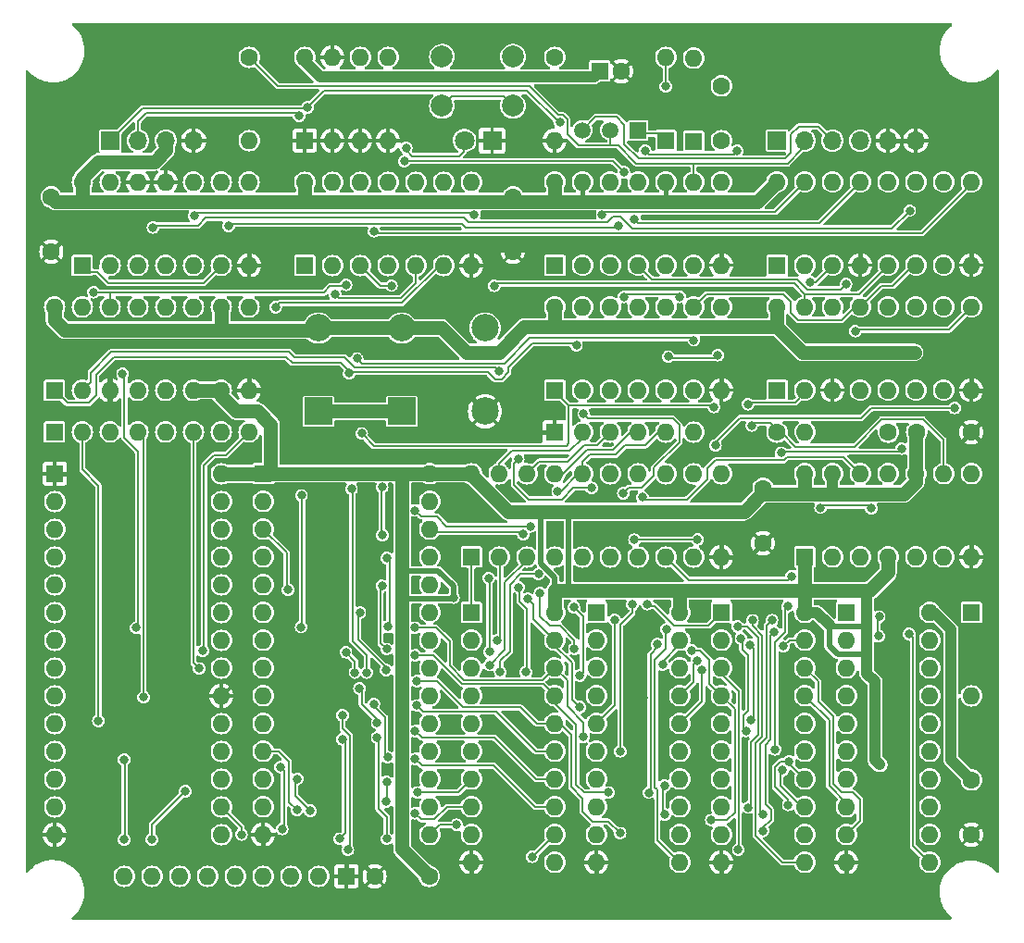
<source format=gtl>
G04 #@! TF.GenerationSoftware,KiCad,Pcbnew,8.0.1*
G04 #@! TF.CreationDate,2024-04-15T00:40:42+08:00*
G04 #@! TF.ProjectId,my4th-light,6d793474-682d-46c6-9967-68742e6b6963,rev?*
G04 #@! TF.SameCoordinates,Original*
G04 #@! TF.FileFunction,Copper,L1,Top*
G04 #@! TF.FilePolarity,Positive*
%FSLAX46Y46*%
G04 Gerber Fmt 4.6, Leading zero omitted, Abs format (unit mm)*
G04 Created by KiCad (PCBNEW 8.0.1) date 2024-04-15 00:40:42*
%MOMM*%
%LPD*%
G01*
G04 APERTURE LIST*
G04 #@! TA.AperFunction,ComponentPad*
%ADD10R,1.600000X1.600000*%
G04 #@! TD*
G04 #@! TA.AperFunction,ComponentPad*
%ADD11O,1.600000X1.600000*%
G04 #@! TD*
G04 #@! TA.AperFunction,ComponentPad*
%ADD12C,1.600000*%
G04 #@! TD*
G04 #@! TA.AperFunction,ComponentPad*
%ADD13C,2.000000*%
G04 #@! TD*
G04 #@! TA.AperFunction,ComponentPad*
%ADD14R,1.520000X1.520000*%
G04 #@! TD*
G04 #@! TA.AperFunction,ComponentPad*
%ADD15C,1.520000*%
G04 #@! TD*
G04 #@! TA.AperFunction,ComponentPad*
%ADD16R,1.700000X1.700000*%
G04 #@! TD*
G04 #@! TA.AperFunction,ComponentPad*
%ADD17O,1.700000X1.700000*%
G04 #@! TD*
G04 #@! TA.AperFunction,ComponentPad*
%ADD18R,1.800000X1.800000*%
G04 #@! TD*
G04 #@! TA.AperFunction,ComponentPad*
%ADD19C,1.800000*%
G04 #@! TD*
G04 #@! TA.AperFunction,ComponentPad*
%ADD20R,2.500000X2.500000*%
G04 #@! TD*
G04 #@! TA.AperFunction,ComponentPad*
%ADD21C,2.500000*%
G04 #@! TD*
G04 #@! TA.AperFunction,ViaPad*
%ADD22C,0.800000*%
G04 #@! TD*
G04 #@! TA.AperFunction,ViaPad*
%ADD23C,1.000000*%
G04 #@! TD*
G04 #@! TA.AperFunction,Conductor*
%ADD24C,0.203200*%
G04 #@! TD*
G04 #@! TA.AperFunction,Conductor*
%ADD25C,1.270000*%
G04 #@! TD*
G04 #@! TA.AperFunction,Conductor*
%ADD26C,0.381000*%
G04 #@! TD*
G04 #@! TA.AperFunction,Conductor*
%ADD27C,0.508000*%
G04 #@! TD*
G04 #@! TA.AperFunction,Conductor*
%ADD28C,0.635000*%
G04 #@! TD*
G04 #@! TA.AperFunction,Conductor*
%ADD29C,0.304800*%
G04 #@! TD*
G04 #@! TA.AperFunction,Conductor*
%ADD30C,1.016000*%
G04 #@! TD*
G04 #@! TA.AperFunction,Conductor*
%ADD31C,0.254000*%
G04 #@! TD*
G04 #@! TA.AperFunction,Conductor*
%ADD32C,0.177800*%
G04 #@! TD*
G04 APERTURE END LIST*
D10*
X175895000Y-78085000D03*
D11*
X178435000Y-78085000D03*
X180975000Y-78085000D03*
X183515000Y-78085000D03*
X186055000Y-78085000D03*
X188595000Y-78085000D03*
X191135000Y-78085000D03*
X191135000Y-70465000D03*
X188595000Y-70465000D03*
X186055000Y-70465000D03*
X183515000Y-70465000D03*
X180975000Y-70465000D03*
X178435000Y-70465000D03*
X175895000Y-70465000D03*
D12*
X175895000Y-47625000D03*
D11*
X175895000Y-55245000D03*
D12*
X206390000Y-81915000D03*
D11*
X198770000Y-81915000D03*
D10*
X156845000Y-122555000D03*
D11*
X154305000Y-122555000D03*
X151765000Y-122555000D03*
X149225000Y-122555000D03*
X146685000Y-122555000D03*
X144145000Y-122555000D03*
X141605000Y-122555000D03*
X139065000Y-122555000D03*
X136525000Y-122555000D03*
D10*
X196215000Y-78085000D03*
D11*
X198755000Y-78085000D03*
X201295000Y-78085000D03*
X203835000Y-78085000D03*
X206375000Y-78085000D03*
X208915000Y-78085000D03*
X211455000Y-78085000D03*
X213995000Y-78085000D03*
X213995000Y-70465000D03*
X211455000Y-70465000D03*
X208915000Y-70465000D03*
X206375000Y-70465000D03*
X203835000Y-70465000D03*
X201295000Y-70465000D03*
X198755000Y-70465000D03*
X196215000Y-70465000D03*
D13*
X165585000Y-47570000D03*
X172085000Y-47570000D03*
X165585000Y-52070000D03*
X172085000Y-52070000D03*
D10*
X179991000Y-48895000D03*
D12*
X181991000Y-48895000D03*
D10*
X130155000Y-81905000D03*
D11*
X132695000Y-81905000D03*
X135235000Y-81905000D03*
X137775000Y-81905000D03*
X140315000Y-81905000D03*
X142855000Y-81905000D03*
X145395000Y-81905000D03*
X147935000Y-81905000D03*
D14*
X183515000Y-54287500D03*
D15*
X180975000Y-54287500D03*
X178435000Y-54287500D03*
D12*
X196215000Y-81915000D03*
D11*
X188595000Y-81915000D03*
D16*
X135255000Y-55245000D03*
D17*
X137795000Y-55245000D03*
X140335000Y-55245000D03*
X142875000Y-55245000D03*
D10*
X175895000Y-66645000D03*
D11*
X178435000Y-66645000D03*
X180975000Y-66645000D03*
X183515000Y-66645000D03*
X186055000Y-66645000D03*
X188595000Y-66645000D03*
X191135000Y-66645000D03*
X191135000Y-59025000D03*
X188595000Y-59025000D03*
X186055000Y-59025000D03*
X183515000Y-59025000D03*
X180975000Y-59025000D03*
X178435000Y-59025000D03*
X175895000Y-59025000D03*
D12*
X191135000Y-50245000D03*
X191135000Y-55245000D03*
D10*
X198755000Y-93335000D03*
D11*
X201295000Y-93335000D03*
X203835000Y-93335000D03*
X206375000Y-93335000D03*
X208915000Y-93335000D03*
X211455000Y-93335000D03*
X213995000Y-93335000D03*
X213995000Y-85715000D03*
X211455000Y-85715000D03*
X208915000Y-85715000D03*
X206375000Y-85715000D03*
X203835000Y-85715000D03*
X201295000Y-85715000D03*
X198755000Y-85715000D03*
D10*
X153035000Y-66675000D03*
D11*
X155575000Y-66675000D03*
X158115000Y-66675000D03*
X160655000Y-66675000D03*
X163195000Y-66675000D03*
X165735000Y-66675000D03*
X168275000Y-66675000D03*
X168275000Y-59055000D03*
X165735000Y-59055000D03*
X163195000Y-59055000D03*
X160655000Y-59055000D03*
X158115000Y-59055000D03*
X155575000Y-59055000D03*
X153035000Y-59055000D03*
D16*
X196215000Y-55245000D03*
D17*
X198755000Y-55245000D03*
X201295000Y-55245000D03*
X203835000Y-55245000D03*
X206375000Y-55245000D03*
X208915000Y-55245000D03*
D10*
X186055000Y-55245000D03*
D11*
X186055000Y-47625000D03*
D10*
X153035000Y-55245000D03*
D11*
X155575000Y-55245000D03*
X158115000Y-55245000D03*
X160655000Y-55245000D03*
X160655000Y-47625000D03*
X158115000Y-47625000D03*
X155575000Y-47625000D03*
X153035000Y-47625000D03*
D10*
X179705000Y-98415000D03*
D11*
X179705000Y-100955000D03*
X179705000Y-103495000D03*
X179705000Y-106035000D03*
X179705000Y-108575000D03*
X179705000Y-111115000D03*
X179705000Y-113655000D03*
X179705000Y-116195000D03*
X179705000Y-118735000D03*
X179705000Y-121275000D03*
X187325000Y-121275000D03*
X187325000Y-118735000D03*
X187325000Y-116195000D03*
X187325000Y-113655000D03*
X187325000Y-111115000D03*
X187325000Y-108575000D03*
X187325000Y-106035000D03*
X187325000Y-103495000D03*
X187325000Y-100955000D03*
X187325000Y-98415000D03*
D10*
X130175000Y-85725000D03*
D11*
X130175000Y-88265000D03*
X130175000Y-90805000D03*
X130175000Y-93345000D03*
X130175000Y-95885000D03*
X130175000Y-98425000D03*
X130175000Y-100965000D03*
X130175000Y-103505000D03*
X130175000Y-106045000D03*
X130175000Y-108585000D03*
X130175000Y-111125000D03*
X130175000Y-113665000D03*
X130175000Y-116205000D03*
X130175000Y-118745000D03*
X145415000Y-118745000D03*
X145415000Y-116205000D03*
X145415000Y-113665000D03*
X145415000Y-111125000D03*
X145415000Y-108585000D03*
X145415000Y-106045000D03*
X145415000Y-103505000D03*
X145415000Y-100965000D03*
X145415000Y-98425000D03*
X145415000Y-95885000D03*
X145415000Y-93345000D03*
X145415000Y-90805000D03*
X145415000Y-88265000D03*
X145415000Y-85725000D03*
D12*
X213995000Y-118745000D03*
X213995000Y-113745000D03*
D10*
X191135000Y-98415000D03*
D11*
X191135000Y-100955000D03*
X191135000Y-103495000D03*
X191135000Y-106035000D03*
X191135000Y-108575000D03*
X191135000Y-111115000D03*
X191135000Y-113655000D03*
X191135000Y-116195000D03*
X191135000Y-118735000D03*
X191135000Y-121275000D03*
X198755000Y-121275000D03*
X198755000Y-118735000D03*
X198755000Y-116195000D03*
X198755000Y-113655000D03*
X198755000Y-111115000D03*
X198755000Y-108575000D03*
X198755000Y-106035000D03*
X198755000Y-103495000D03*
X198755000Y-100955000D03*
X198755000Y-98415000D03*
D10*
X132695000Y-66665000D03*
D11*
X135235000Y-66665000D03*
X137775000Y-66665000D03*
X140315000Y-66665000D03*
X142855000Y-66665000D03*
X145395000Y-66665000D03*
X147935000Y-66665000D03*
X147935000Y-59045000D03*
X145395000Y-59045000D03*
X142855000Y-59045000D03*
X140315000Y-59045000D03*
X137775000Y-59045000D03*
X135235000Y-59045000D03*
X132695000Y-59045000D03*
D12*
X213995000Y-81915000D03*
X208995000Y-81915000D03*
D10*
X130155000Y-78095000D03*
D11*
X132695000Y-78095000D03*
X135235000Y-78095000D03*
X137775000Y-78095000D03*
X140315000Y-78095000D03*
X142855000Y-78095000D03*
X145395000Y-78095000D03*
X147935000Y-78095000D03*
X147935000Y-70475000D03*
X145395000Y-70475000D03*
X142855000Y-70475000D03*
X140315000Y-70475000D03*
X137775000Y-70475000D03*
X135235000Y-70475000D03*
X132695000Y-70475000D03*
X130155000Y-70475000D03*
D10*
X188595000Y-55325000D03*
D11*
X188595000Y-47705000D03*
D12*
X172085000Y-65405000D03*
X172085000Y-60405000D03*
X194945000Y-92075000D03*
X194945000Y-87075000D03*
D10*
X196215000Y-66655000D03*
D11*
X198755000Y-66655000D03*
X201295000Y-66655000D03*
X203835000Y-66655000D03*
X206375000Y-66655000D03*
X208915000Y-66655000D03*
X211455000Y-66655000D03*
X213995000Y-66655000D03*
X213995000Y-59035000D03*
X211455000Y-59035000D03*
X208915000Y-59035000D03*
X206375000Y-59035000D03*
X203835000Y-59035000D03*
X201295000Y-59035000D03*
X198755000Y-59035000D03*
X196215000Y-59035000D03*
D10*
X149225000Y-85715000D03*
D11*
X149225000Y-88255000D03*
X149225000Y-90795000D03*
X149225000Y-93335000D03*
X149225000Y-95875000D03*
X149225000Y-98415000D03*
X149225000Y-100955000D03*
X149225000Y-103495000D03*
X149225000Y-106035000D03*
X149225000Y-108575000D03*
X149225000Y-111115000D03*
X149225000Y-113655000D03*
X149225000Y-116195000D03*
X149225000Y-118735000D03*
X164465000Y-118735000D03*
X164465000Y-116195000D03*
X164465000Y-113655000D03*
X164465000Y-111115000D03*
X164465000Y-108575000D03*
X164465000Y-106035000D03*
X164465000Y-103495000D03*
X164465000Y-100955000D03*
X164465000Y-98415000D03*
X164465000Y-95875000D03*
X164465000Y-93335000D03*
X164465000Y-90795000D03*
X164465000Y-88255000D03*
X164465000Y-85715000D03*
D10*
X168275000Y-93345000D03*
D11*
X170815000Y-93345000D03*
X173355000Y-93345000D03*
X175895000Y-93345000D03*
X178435000Y-93345000D03*
X180975000Y-93345000D03*
X183515000Y-93345000D03*
X186055000Y-93345000D03*
X188595000Y-93345000D03*
X191135000Y-93345000D03*
X191135000Y-85725000D03*
X188595000Y-85725000D03*
X186055000Y-85725000D03*
X183515000Y-85725000D03*
X180975000Y-85725000D03*
X178435000Y-85725000D03*
X175895000Y-85725000D03*
X173355000Y-85725000D03*
X170815000Y-85725000D03*
X168275000Y-85725000D03*
D18*
X170180000Y-55245000D03*
D19*
X167640000Y-55245000D03*
D10*
X213995000Y-98425000D03*
D11*
X213995000Y-106045000D03*
D12*
X147955000Y-47625000D03*
D11*
X147955000Y-55245000D03*
D12*
X159425000Y-122555000D03*
X164425000Y-122555000D03*
X129857500Y-65405000D03*
X129857500Y-60405000D03*
D10*
X202565000Y-98415000D03*
D11*
X202565000Y-100955000D03*
X202565000Y-103495000D03*
X202565000Y-106035000D03*
X202565000Y-108575000D03*
X202565000Y-111115000D03*
X202565000Y-113655000D03*
X202565000Y-116195000D03*
X202565000Y-118735000D03*
X202565000Y-121275000D03*
X210185000Y-121275000D03*
X210185000Y-118735000D03*
X210185000Y-116195000D03*
X210185000Y-113655000D03*
X210185000Y-111115000D03*
X210185000Y-108575000D03*
X210185000Y-106035000D03*
X210185000Y-103495000D03*
X210185000Y-100955000D03*
X210185000Y-98415000D03*
D10*
X175895000Y-81915000D03*
D11*
X178435000Y-81915000D03*
X180975000Y-81915000D03*
X183515000Y-81915000D03*
X186055000Y-81915000D03*
D20*
X154285000Y-80010000D03*
X161905000Y-80010000D03*
D21*
X169525000Y-80010000D03*
X169525000Y-72390000D03*
X154285000Y-72390000D03*
X161905000Y-72390000D03*
D10*
X168275000Y-98415000D03*
D11*
X168275000Y-100955000D03*
X168275000Y-103495000D03*
X168275000Y-106035000D03*
X168275000Y-108575000D03*
X168275000Y-111115000D03*
X168275000Y-113655000D03*
X168275000Y-116195000D03*
X168275000Y-118735000D03*
X168275000Y-121275000D03*
X175895000Y-121275000D03*
X175895000Y-118735000D03*
X175895000Y-116195000D03*
X175895000Y-113655000D03*
X175895000Y-111115000D03*
X175895000Y-108575000D03*
X175895000Y-106035000D03*
X175895000Y-103495000D03*
X175895000Y-100955000D03*
X175895000Y-98415000D03*
D22*
X207441800Y-117475000D03*
X185801000Y-106349800D03*
X135509000Y-83693000D03*
X180136800Y-87909400D03*
X184658000Y-83947000D03*
X202412600Y-95123000D03*
X139039600Y-71323200D03*
X142748000Y-73863200D03*
X149225000Y-71272400D03*
X195986400Y-76225400D03*
D23*
X151333200Y-77749400D03*
X211074000Y-64846200D03*
X173253400Y-76225400D03*
X193294000Y-64846200D03*
D22*
X207391000Y-114960400D03*
X139319000Y-83693000D03*
X193878200Y-85293200D03*
X142748000Y-76088400D03*
X138949451Y-73895500D03*
X156438600Y-99187000D03*
X192887600Y-73583800D03*
X191211200Y-87525300D03*
X158978600Y-99644200D03*
X151511000Y-59512200D03*
X186207400Y-87223600D03*
X158610300Y-88836500D03*
X178257200Y-90601800D03*
X158343293Y-68681907D03*
X176022000Y-64846200D03*
X154990800Y-89535000D03*
X186207400Y-90601800D03*
X174523400Y-74726800D03*
X200075800Y-100253800D03*
X166395400Y-84074000D03*
X175056800Y-50546000D03*
X140868400Y-64846200D03*
D23*
X182981600Y-99745800D03*
X137769600Y-64846200D03*
D22*
X183979100Y-106248200D03*
X151511000Y-63830200D03*
X210235800Y-71678800D03*
X179679600Y-92278200D03*
X163449000Y-74523600D03*
X158800800Y-84175600D03*
X138949451Y-75946000D03*
X158902400Y-77749400D03*
X212046100Y-74904600D03*
X178384200Y-87909400D03*
D23*
X154990800Y-87391400D03*
D22*
X160959800Y-82245200D03*
X156286200Y-74295000D03*
X212115400Y-104749600D03*
D23*
X200050400Y-74726800D03*
D22*
X166624000Y-97043400D03*
X205155800Y-104724200D03*
X206375000Y-87579200D03*
D23*
X208788000Y-74625200D03*
D22*
X205638400Y-112344200D03*
X193548000Y-79349600D03*
X200202800Y-88823800D03*
X205562200Y-98806000D03*
X204851000Y-88900000D03*
X186055000Y-50292000D03*
X152527000Y-52959000D03*
X205536800Y-100584000D03*
X202539600Y-68376800D03*
X196801745Y-101516345D03*
X184160700Y-56159400D03*
X192582800Y-56184800D03*
X188620400Y-73500700D03*
X157817100Y-75184000D03*
X137624100Y-99822000D03*
X136378000Y-76571000D03*
X139166600Y-63195200D03*
X208356200Y-61645800D03*
X152704800Y-99745800D03*
X152730200Y-87706200D03*
X193903600Y-81298500D03*
X190804800Y-74879200D03*
X186283600Y-75013100D03*
X146075400Y-63042800D03*
X136525000Y-119202200D03*
X192684400Y-120106600D03*
X181686200Y-63024300D03*
X136525000Y-111887000D03*
X152323800Y-116484400D03*
X168554400Y-62019900D03*
X142951200Y-62128400D03*
X177698400Y-101727000D03*
X174548800Y-96647000D03*
X162128200Y-57124600D03*
X182219600Y-58133700D03*
X178206400Y-104180800D03*
X177647600Y-97932400D03*
X192938400Y-100787200D03*
X193414100Y-109242300D03*
X193606074Y-116258837D03*
X192608200Y-99695000D03*
X183184800Y-91770200D03*
X188963300Y-91732100D03*
X194970400Y-118379400D03*
X195986400Y-100193000D03*
X199263000Y-68173600D03*
X197188650Y-97866200D03*
X196055700Y-110937200D03*
X193743500Y-101404500D03*
X193827900Y-108280200D03*
X158724600Y-103901400D03*
X150368000Y-70485000D03*
X157302200Y-87096600D03*
X170357800Y-68529200D03*
X170764200Y-76327000D03*
X177876200Y-73983300D03*
X157099000Y-76537100D03*
X184360100Y-97637600D03*
X178549300Y-80251300D03*
X182168800Y-87503000D03*
X155808336Y-69337264D03*
X183184800Y-62451700D03*
X182245000Y-69545200D03*
X187325000Y-69545200D03*
X159359600Y-106791300D03*
X160604200Y-111658400D03*
X138303000Y-106172000D03*
X163137300Y-111800800D03*
X159664400Y-108508800D03*
X158038800Y-105356100D03*
X163137300Y-109260800D03*
X143383000Y-103530400D03*
X143713200Y-101930200D03*
X163296600Y-106924000D03*
X157632400Y-103901400D03*
X156794200Y-102047200D03*
X156819600Y-68427600D03*
X158242000Y-82042000D03*
X193972900Y-99136200D03*
X133731000Y-69103400D03*
X190474600Y-79603600D03*
X158089600Y-98415000D03*
X181864000Y-118608000D03*
X160477200Y-103672800D03*
X163296600Y-104688800D03*
X160103100Y-95961200D03*
X180822600Y-114884200D03*
X160528000Y-101767800D03*
X163137300Y-102326600D03*
X178529700Y-109794200D03*
X160680400Y-99735800D03*
X163137300Y-99812000D03*
X160528000Y-93436600D03*
X151511000Y-96342200D03*
X178181000Y-107076400D03*
X173437000Y-97170400D03*
X179273200Y-87014600D03*
X172554900Y-84391500D03*
X160959800Y-68503800D03*
X159664400Y-109829600D03*
X134168200Y-108331000D03*
X173837600Y-120767000D03*
X160528000Y-119126000D03*
X186131200Y-99949000D03*
X197542700Y-95097600D03*
X163137300Y-116779200D03*
X142113000Y-114769800D03*
X139065000Y-119176800D03*
X152374600Y-113629600D03*
X190220600Y-117414200D03*
X188449500Y-101899800D03*
X153543000Y-116560600D03*
X183915700Y-87884000D03*
X185293000Y-101320600D03*
X184495180Y-114898593D03*
X163347400Y-114874200D03*
X173020469Y-91242589D03*
X185978800Y-116916200D03*
X183001800Y-97663000D03*
X166928800Y-117846000D03*
X185953400Y-114256100D03*
X181889400Y-111115000D03*
X176174400Y-87299800D03*
X163137300Y-89077800D03*
X173694800Y-90535200D03*
X160528000Y-113934400D03*
X160451800Y-115737800D03*
X196748400Y-112852200D03*
X181381400Y-99085400D03*
X147243800Y-118719600D03*
X185750200Y-103174800D03*
X174402382Y-94907618D03*
X197256400Y-116027200D03*
X150977600Y-118211600D03*
X150825200Y-112550200D03*
X170916600Y-103860600D03*
X197332600Y-112039400D03*
X156210000Y-119126000D03*
X169926000Y-103215600D03*
X156464000Y-110010200D03*
X169926000Y-101996400D03*
X169849800Y-95271200D03*
X188894000Y-102816300D03*
X170592200Y-100955000D03*
X156489400Y-107823000D03*
X156972000Y-120142000D03*
X173253400Y-103856400D03*
X172593000Y-96103600D03*
X189376700Y-103672107D03*
X160121600Y-86944200D03*
X160147000Y-91338400D03*
X194963500Y-116873900D03*
X207619600Y-83413600D03*
X196596000Y-83801500D03*
X195764700Y-99126200D03*
X190601600Y-83134200D03*
X212471000Y-79705200D03*
X203377800Y-72669400D03*
X180238400Y-62026800D03*
X208305400Y-100380800D03*
X159385000Y-63525400D03*
X176359100Y-53594000D03*
X153289000Y-52197000D03*
X162306000Y-55905400D03*
D24*
X191439800Y-80975200D02*
X189915800Y-82499200D01*
X191439800Y-79603600D02*
X191439800Y-79832200D01*
X189915800Y-82499200D02*
X187325000Y-85090000D01*
D25*
X201396600Y-76225400D02*
X212135400Y-76225400D01*
D26*
X135509000Y-83693000D02*
X135370774Y-83693000D01*
D27*
X185801000Y-106654600D02*
X185801000Y-106349800D01*
D24*
X158115000Y-55245000D02*
X155575000Y-55245000D01*
D27*
X151511000Y-63830200D02*
X151511000Y-64846200D01*
D26*
X193675000Y-93345000D02*
X194945000Y-92075000D01*
X133959600Y-82281826D02*
X133959600Y-80248600D01*
X202514200Y-95021400D02*
X202412600Y-95123000D01*
D28*
X152177344Y-74295000D02*
X151745544Y-73863200D01*
D29*
X128631000Y-80127000D02*
X133838000Y-80127000D01*
D26*
X212725000Y-90424000D02*
X213995000Y-91694000D01*
X190042800Y-90601800D02*
X191135000Y-91694000D01*
X132822000Y-86975000D02*
X132822000Y-118745000D01*
D27*
X188290200Y-109855000D02*
X186436000Y-109855000D01*
X185801000Y-109220000D02*
X185801000Y-106654600D01*
D24*
X187325000Y-86690200D02*
X187325000Y-86842600D01*
D29*
X130175000Y-85725000D02*
X128905000Y-85725000D01*
D26*
X137769600Y-64846200D02*
X137439400Y-64516000D01*
D24*
X160655000Y-55245000D02*
X158115000Y-55245000D01*
D25*
X173228000Y-76250800D02*
X173253400Y-76225400D01*
D26*
X168275000Y-66675000D02*
X168275000Y-64897000D01*
D30*
X142748000Y-76088400D02*
X138912600Y-76088400D01*
D26*
X202514200Y-91059000D02*
X202514200Y-95021400D01*
X215245000Y-78085000D02*
X215392000Y-78232000D01*
X179781200Y-123256200D02*
X182981600Y-123256200D01*
D29*
X209499200Y-96062800D02*
X212674200Y-96062800D01*
D26*
X191135000Y-123103800D02*
X191287400Y-123256200D01*
D25*
X191135000Y-64846200D02*
X193294000Y-64846200D01*
D26*
X213512400Y-76225400D02*
X213995000Y-76708000D01*
X168849200Y-123256200D02*
X179781200Y-123256200D01*
X173405800Y-81330800D02*
X173990000Y-81915000D01*
X194945000Y-92075000D02*
X195961000Y-91059000D01*
X154990800Y-120599200D02*
X154940000Y-120650000D01*
X178257200Y-90601800D02*
X180060600Y-90601800D01*
D25*
X147935000Y-64846200D02*
X151511000Y-64846200D01*
D26*
X211074000Y-64846200D02*
X213690200Y-64846200D01*
X213995000Y-81915000D02*
X212725000Y-83185000D01*
X154990800Y-99110800D02*
X154990800Y-104775000D01*
X130175000Y-85725000D02*
X131572000Y-85725000D01*
D24*
X201295000Y-76327000D02*
X201396600Y-76225400D01*
D28*
X178384200Y-87909400D02*
X180136800Y-87909400D01*
D26*
X213995000Y-81915000D02*
X215607800Y-83527800D01*
D27*
X189007800Y-110572600D02*
X188290200Y-109855000D01*
D28*
X156286200Y-74295000D02*
X152177344Y-74295000D01*
D27*
X160959800Y-82245200D02*
X163982400Y-82245200D01*
D25*
X172161200Y-64846200D02*
X176022000Y-64846200D01*
D29*
X160655000Y-56591200D02*
X159994600Y-57251600D01*
D26*
X139039600Y-83413600D02*
X139039600Y-76215400D01*
X156845000Y-122555000D02*
X156845000Y-121031000D01*
D27*
X136007154Y-75675700D02*
X137387700Y-75675700D01*
D26*
X147935000Y-66665000D02*
X147935000Y-64846200D01*
D24*
X192887600Y-73583800D02*
X192887600Y-76200000D01*
D25*
X191135000Y-76225400D02*
X192913000Y-76225400D01*
D26*
X147935000Y-78095000D02*
X147935000Y-76434000D01*
X139039600Y-76215400D02*
X138912600Y-76088400D01*
X168275000Y-121275000D02*
X168275000Y-122682000D01*
D25*
X158902400Y-77749400D02*
X164617400Y-77749400D01*
D26*
X180060600Y-91897200D02*
X179679600Y-92278200D01*
D29*
X207391000Y-118059200D02*
X207391000Y-98171000D01*
D26*
X154990800Y-104775000D02*
X154990800Y-120599200D01*
X191135000Y-93345000D02*
X193675000Y-93345000D01*
D27*
X150987600Y-78095000D02*
X151333200Y-77749400D01*
D30*
X183083200Y-106222800D02*
X182981600Y-106121200D01*
D26*
X173228000Y-81153000D02*
X173228000Y-78613000D01*
X172643800Y-64846200D02*
X176022000Y-64846200D01*
D31*
X154965400Y-104749600D02*
X154990800Y-104775000D01*
X146710400Y-104749600D02*
X154965400Y-104749600D01*
D29*
X128631000Y-66631500D02*
X129857500Y-65405000D01*
D26*
X154990800Y-87391400D02*
X154990800Y-99110800D01*
D29*
X160655000Y-55245000D02*
X160655000Y-56591200D01*
D26*
X202565000Y-122682000D02*
X202565000Y-121275000D01*
X212135400Y-74993900D02*
X212135400Y-76225400D01*
D29*
X182168800Y-86309200D02*
X180568600Y-87909400D01*
D26*
X156845000Y-121031000D02*
X157901000Y-121031000D01*
D25*
X147935000Y-64846200D02*
X137769600Y-64846200D01*
D26*
X180060600Y-90601800D02*
X180060600Y-91897200D01*
D24*
X155575000Y-55245000D02*
X153035000Y-55245000D01*
X191439800Y-79832200D02*
X191439800Y-80975200D01*
D29*
X204175200Y-121275000D02*
X207391000Y-118059200D01*
D25*
X176022000Y-64846200D02*
X191135000Y-64846200D01*
D26*
X212725000Y-83185000D02*
X212725000Y-90424000D01*
X191135000Y-91694000D02*
X191135000Y-93345000D01*
X173405800Y-81330800D02*
X173228000Y-81153000D01*
D25*
X151333200Y-77749400D02*
X158902400Y-77749400D01*
D26*
X156845000Y-67183613D02*
X156845000Y-64846200D01*
D27*
X163982400Y-82245200D02*
X164617400Y-81610200D01*
D28*
X158610300Y-88836500D02*
X158610300Y-97269300D01*
D26*
X212046100Y-74904600D02*
X212135400Y-74993900D01*
D28*
X158984900Y-99637900D02*
X158978600Y-99644200D01*
D26*
X191135000Y-78085000D02*
X191135000Y-76225400D01*
X157901000Y-121031000D02*
X159425000Y-122555000D01*
X202514200Y-91059000D02*
X213360000Y-91059000D01*
D25*
X168275000Y-64897000D02*
X168325800Y-64846200D01*
D26*
X149225000Y-120650000D02*
X149225000Y-118735000D01*
D24*
X187325000Y-85090000D02*
X187325000Y-86690200D01*
X192887600Y-76200000D02*
X192913000Y-76225400D01*
D31*
X175107600Y-50596800D02*
X182524400Y-50596800D01*
D29*
X151155400Y-57251600D02*
X146278600Y-57251600D01*
D26*
X195961000Y-91059000D02*
X202514200Y-91059000D01*
X186207400Y-90601800D02*
X190042800Y-90601800D01*
D27*
X135235000Y-78095000D02*
X135235000Y-76447854D01*
D26*
X215607800Y-83527800D02*
X215607800Y-90081200D01*
D27*
X134610000Y-80127000D02*
X135235000Y-79502000D01*
D28*
X138981751Y-73863200D02*
X138949451Y-73895500D01*
D26*
X147589400Y-76088400D02*
X142748000Y-76088400D01*
D24*
X201295000Y-78085000D02*
X201295000Y-76327000D01*
D30*
X193878200Y-85471000D02*
X191823900Y-87525300D01*
D26*
X213995000Y-76708000D02*
X213995000Y-78085000D01*
X171049000Y-78486000D02*
X169525000Y-80010000D01*
X213995000Y-65151000D02*
X213995000Y-66655000D01*
D31*
X182524400Y-50596800D02*
X182880000Y-50241200D01*
D26*
X213995000Y-78085000D02*
X215245000Y-78085000D01*
X182981600Y-123256200D02*
X182981600Y-106121200D01*
X173101000Y-78486000D02*
X171049000Y-78486000D01*
X213360000Y-91059000D02*
X213995000Y-91694000D01*
D27*
X133838000Y-80127000D02*
X134610000Y-80127000D01*
D26*
X130175000Y-118745000D02*
X132822000Y-118745000D01*
X215392000Y-80518000D02*
X213995000Y-81915000D01*
X212135400Y-76225400D02*
X213512400Y-76225400D01*
D29*
X128631000Y-85451000D02*
X128631000Y-66631500D01*
D26*
X166293800Y-84175600D02*
X166395400Y-84074000D01*
X173253400Y-76225400D02*
X173253400Y-75996800D01*
X179705000Y-121275000D02*
X179705000Y-123180000D01*
X173228000Y-81153000D02*
X173228000Y-76250800D01*
D27*
X186436000Y-109855000D02*
X185801000Y-109220000D01*
D29*
X207391000Y-98171000D02*
X209499200Y-96062800D01*
D28*
X183979100Y-106248200D02*
X183953700Y-106222800D01*
D29*
X184658000Y-83947000D02*
X183337200Y-83947000D01*
D31*
X182880000Y-49784000D02*
X181991000Y-48895000D01*
D26*
X147935000Y-76434000D02*
X147589400Y-76088400D01*
D24*
X187325000Y-86842600D02*
X187020200Y-87147400D01*
D26*
X208915000Y-55245000D02*
X206375000Y-55245000D01*
X172085000Y-65405000D02*
X172643800Y-64846200D01*
X201990800Y-123256200D02*
X202565000Y-122682000D01*
D25*
X156845000Y-64846200D02*
X168325800Y-64846200D01*
D27*
X164617400Y-77749400D02*
X167264400Y-77749400D01*
D28*
X151745544Y-73863200D02*
X142748000Y-73863200D01*
D27*
X147935000Y-78095000D02*
X150987600Y-78095000D01*
D30*
X191823900Y-87525300D02*
X191211200Y-87525300D01*
D26*
X133959600Y-80248600D02*
X133838000Y-80127000D01*
D28*
X138912600Y-76088400D02*
X137800400Y-76088400D01*
D29*
X212674200Y-96062800D02*
X213995000Y-94742000D01*
D28*
X158610300Y-97269300D02*
X158984900Y-97643900D01*
D29*
X151155400Y-59156600D02*
X151511000Y-59512200D01*
D27*
X167264400Y-77749400D02*
X169525000Y-80010000D01*
D26*
X154940000Y-120650000D02*
X155321000Y-121031000D01*
D25*
X193294000Y-64846200D02*
X203835000Y-64846200D01*
D26*
X179705000Y-123180000D02*
X179781200Y-123256200D01*
X155321000Y-121031000D02*
X156845000Y-121031000D01*
X191135000Y-66645000D02*
X191135000Y-64846200D01*
D24*
X191135000Y-79298800D02*
X191211200Y-79375000D01*
D26*
X130746500Y-64516000D02*
X129857500Y-65405000D01*
D29*
X180568600Y-87909400D02*
X180136800Y-87909400D01*
X182168800Y-85115400D02*
X182168800Y-86309200D01*
D26*
X213690200Y-64846200D02*
X213995000Y-65151000D01*
D29*
X144272000Y-55245000D02*
X142875000Y-55245000D01*
D27*
X189007800Y-123110200D02*
X189007800Y-110572600D01*
D26*
X191287400Y-123256200D02*
X201990800Y-123256200D01*
D31*
X182880000Y-50241200D02*
X182880000Y-49784000D01*
D24*
X187020200Y-87147400D02*
X186283600Y-87147400D01*
D31*
X145415000Y-106045000D02*
X146710400Y-104749600D01*
D26*
X168275000Y-122682000D02*
X168849200Y-123256200D01*
D27*
X137387700Y-75675700D02*
X137800400Y-76088400D01*
D26*
X132822000Y-118745000D02*
X134727000Y-120650000D01*
X137439400Y-64516000D02*
X130746500Y-64516000D01*
X139319000Y-83693000D02*
X139039600Y-83413600D01*
X173990000Y-81915000D02*
X175895000Y-81915000D01*
X189153800Y-123256200D02*
X191287400Y-123256200D01*
D24*
X191211200Y-79375000D02*
X191439800Y-79603600D01*
D26*
X158800800Y-84175600D02*
X166293800Y-84175600D01*
D27*
X135235000Y-79502000D02*
X135235000Y-78095000D01*
D29*
X151155400Y-57251600D02*
X151155400Y-59156600D01*
D25*
X172085000Y-64922400D02*
X172161200Y-64846200D01*
D29*
X146278600Y-57251600D02*
X144272000Y-55245000D01*
X183337200Y-83947000D02*
X182168800Y-85115400D01*
D24*
X186283600Y-87147400D02*
X186207400Y-87223600D01*
D26*
X182981600Y-123256200D02*
X189153800Y-123256200D01*
D25*
X191135000Y-76225400D02*
X173253400Y-76225400D01*
D26*
X203835000Y-66655000D02*
X203835000Y-64846200D01*
X191135000Y-121275000D02*
X191135000Y-123103800D01*
D27*
X135235000Y-76447854D02*
X136007154Y-75675700D01*
D28*
X158984900Y-97643900D02*
X158984900Y-99637900D01*
D30*
X193878200Y-85293200D02*
X193878200Y-85471000D01*
D27*
X164617400Y-81610200D02*
X164617400Y-77749400D01*
D26*
X135370774Y-83693000D02*
X133959600Y-82281826D01*
X215607800Y-90081200D02*
X213995000Y-91694000D01*
D29*
X213995000Y-94742000D02*
X213995000Y-93335000D01*
D26*
X180060600Y-90601800D02*
X186207400Y-90601800D01*
D29*
X159994600Y-57251600D02*
X151155400Y-57251600D01*
D26*
X173228000Y-78613000D02*
X173101000Y-78486000D01*
D25*
X151511000Y-64846200D02*
X156845000Y-64846200D01*
D30*
X182981600Y-106121200D02*
X182981600Y-99745800D01*
D24*
X175895000Y-55245000D02*
X170180000Y-55245000D01*
D26*
X131572000Y-85725000D02*
X132822000Y-86975000D01*
D25*
X172085000Y-65405000D02*
X172085000Y-64922400D01*
D26*
X158343293Y-68681907D02*
X156845000Y-67183613D01*
D29*
X128905000Y-85725000D02*
X128631000Y-85451000D01*
D26*
X149225000Y-120650000D02*
X154940000Y-120650000D01*
X215392000Y-78232000D02*
X215392000Y-80518000D01*
D27*
X155067000Y-99187000D02*
X154990800Y-99110800D01*
D26*
X213995000Y-91694000D02*
X213995000Y-93335000D01*
D28*
X142748000Y-73863200D02*
X138981751Y-73863200D01*
D29*
X202565000Y-121275000D02*
X204175200Y-121275000D01*
D31*
X175056800Y-50546000D02*
X175107600Y-50596800D01*
D24*
X191135000Y-78085000D02*
X191135000Y-79298800D01*
D25*
X192913000Y-76225400D02*
X201396600Y-76225400D01*
D28*
X183953700Y-106222800D02*
X183083200Y-106222800D01*
D25*
X203835000Y-64846200D02*
X211074000Y-64846200D01*
D26*
X173253400Y-75996800D02*
X174523400Y-74726800D01*
X134727000Y-120650000D02*
X149225000Y-120650000D01*
D27*
X156438600Y-99187000D02*
X155067000Y-99187000D01*
D25*
X168325800Y-64846200D02*
X172161200Y-64846200D01*
D27*
X189153800Y-123256200D02*
X189007800Y-123110200D01*
D25*
X159385000Y-85715000D02*
X161874200Y-85715000D01*
X132791200Y-60807600D02*
X153009600Y-60807600D01*
X140335000Y-56134000D02*
X140335000Y-55245000D01*
D27*
X162179000Y-97145000D02*
X166522400Y-97145000D01*
D25*
X149225000Y-85715000D02*
X159385000Y-85715000D01*
X132791200Y-60807600D02*
X132695000Y-60711400D01*
X154285000Y-80010000D02*
X161905000Y-80010000D01*
X175996600Y-89194800D02*
X177283200Y-89194800D01*
X153035000Y-59055000D02*
X153035000Y-60782200D01*
X168355000Y-85715000D02*
X164465000Y-85715000D01*
X198755000Y-87579200D02*
X198755000Y-85715000D01*
X194945000Y-87452200D02*
X194945000Y-87075000D01*
X153035000Y-60782200D02*
X153009600Y-60807600D01*
X130155000Y-70475000D02*
X130155000Y-71668800D01*
X132695000Y-58668600D02*
X134162800Y-57200800D01*
D30*
X179483000Y-49403000D02*
X179991000Y-48895000D01*
D25*
X132695000Y-60711400D02*
X132695000Y-59045000D01*
D27*
X177283200Y-89194800D02*
X177165000Y-89313000D01*
D26*
X186055000Y-59025000D02*
X186055000Y-60706000D01*
D25*
X195097400Y-87579200D02*
X198755000Y-87579200D01*
X145395000Y-78603000D02*
X146766600Y-79974600D01*
D27*
X166624000Y-96012000D02*
X165252400Y-94640400D01*
D25*
X139268200Y-57200800D02*
X140335000Y-56134000D01*
D30*
X153035000Y-48006000D02*
X154432000Y-49403000D01*
D25*
X175895000Y-96408400D02*
X177292000Y-96408400D01*
D27*
X174777400Y-89194800D02*
X174650400Y-89321800D01*
D30*
X205155800Y-111861600D02*
X205155800Y-104724200D01*
D25*
X145415000Y-85725000D02*
X149215000Y-85725000D01*
D27*
X177165000Y-96281400D02*
X177292000Y-96408400D01*
D25*
X145395000Y-78095000D02*
X145395000Y-78603000D01*
D27*
X204343000Y-102235000D02*
X204419200Y-102311200D01*
D25*
X161925000Y-85765800D02*
X161874200Y-85715000D01*
D27*
X174650400Y-93980000D02*
X175895000Y-95224600D01*
D30*
X210383200Y-98415000D02*
X210581400Y-98415000D01*
D25*
X198755000Y-87579200D02*
X201295000Y-87579200D01*
D30*
X204419200Y-102311200D02*
X204419200Y-99723200D01*
D25*
X178511200Y-60807600D02*
X186156600Y-60807600D01*
X198755000Y-96408400D02*
X204708600Y-96408400D01*
X168355000Y-85906600D02*
X168355000Y-85715000D01*
X175895000Y-72288400D02*
X196215000Y-72288400D01*
X171682400Y-60807600D02*
X172085000Y-60405000D01*
D27*
X201752200Y-102235000D02*
X204343000Y-102235000D01*
D25*
X170891200Y-60807600D02*
X175996600Y-60807600D01*
X208788000Y-74625200D02*
X198551800Y-74625200D01*
X175895000Y-59025000D02*
X175895000Y-60706000D01*
X194442400Y-60807600D02*
X196215000Y-59035000D01*
X208915000Y-85715000D02*
X208915000Y-81995000D01*
X187477400Y-96408400D02*
X198755000Y-96408400D01*
D30*
X154432000Y-49403000D02*
X179483000Y-49403000D01*
D24*
X178435000Y-60731400D02*
X178511200Y-60807600D01*
D25*
X164465000Y-85715000D02*
X161874200Y-85715000D01*
X161925000Y-96891000D02*
X161925000Y-94665800D01*
X171643200Y-89194800D02*
X168355000Y-85906600D01*
X154090001Y-72584999D02*
X154285000Y-72390000D01*
X175996600Y-89194800D02*
X171643200Y-89194800D01*
X148681600Y-79974600D02*
X149916200Y-81209200D01*
X206375000Y-94742000D02*
X206375000Y-93335000D01*
D24*
X172085000Y-52070000D02*
X171221400Y-51206400D01*
D26*
X178435000Y-59025000D02*
X178435000Y-60731400D01*
D30*
X153035000Y-47625000D02*
X153035000Y-48006000D01*
D25*
X210185000Y-98415000D02*
X210383200Y-98415000D01*
X198551800Y-74625200D02*
X196215000Y-72288400D01*
D27*
X174650400Y-89321800D02*
X174650400Y-93980000D01*
X175895000Y-95224600D02*
X175895000Y-96408400D01*
D25*
X130260100Y-60807600D02*
X132791200Y-60807600D01*
X207822800Y-87579200D02*
X208915000Y-86487000D01*
X204708600Y-96408400D02*
X206375000Y-94742000D01*
D30*
X199862600Y-98415000D02*
X200990200Y-99542600D01*
D27*
X200990200Y-99542600D02*
X201170800Y-99723200D01*
D25*
X173126400Y-72288400D02*
X170789600Y-74625200D01*
X198755000Y-93335000D02*
X198755000Y-96408400D01*
D27*
X200990200Y-101473000D02*
X201752200Y-102235000D01*
D25*
X129857500Y-60405000D02*
X130260100Y-60807600D01*
D27*
X161950400Y-94640400D02*
X161925000Y-94665800D01*
D28*
X204419200Y-96697800D02*
X204708600Y-96408400D01*
D30*
X212115400Y-104749600D02*
X212115400Y-111865400D01*
D25*
X142855000Y-78095000D02*
X145395000Y-78095000D01*
D27*
X165252400Y-94640400D02*
X161950400Y-94640400D01*
D25*
X194945000Y-87075000D02*
X194945000Y-87426800D01*
D30*
X201295000Y-85715000D02*
X201295000Y-87579200D01*
X204419200Y-103987600D02*
X204419200Y-102311200D01*
D27*
X200990200Y-99542600D02*
X200990200Y-100152200D01*
D25*
X132695000Y-59045000D02*
X132695000Y-58668600D01*
D27*
X166624000Y-97043400D02*
X166624000Y-96012000D01*
D25*
X170891200Y-60807600D02*
X171682400Y-60807600D01*
X177292000Y-96408400D02*
X187477400Y-96408400D01*
D30*
X205155800Y-104724200D02*
X204419200Y-103987600D01*
X212115400Y-99949000D02*
X212115400Y-104749600D01*
D25*
X170789600Y-74625200D02*
X167817800Y-74625200D01*
D26*
X186055000Y-60706000D02*
X186156600Y-60807600D01*
D25*
X175895000Y-72288400D02*
X173126400Y-72288400D01*
X186156600Y-60807600D02*
X194442400Y-60807600D01*
X167817800Y-74625200D02*
X165582600Y-72390000D01*
X198755000Y-96408400D02*
X198755000Y-98415000D01*
D27*
X201170800Y-99723200D02*
X204419200Y-99723200D01*
D25*
X196215000Y-72288400D02*
X196215000Y-70465000D01*
X175895000Y-60706000D02*
X175996600Y-60807600D01*
D24*
X166448600Y-51206400D02*
X165585000Y-52070000D01*
D30*
X204419200Y-99723200D02*
X204419200Y-96697800D01*
D25*
X153009600Y-60807600D02*
X170891200Y-60807600D01*
X193202400Y-89194800D02*
X194945000Y-87452200D01*
X177283200Y-89194800D02*
X193202400Y-89194800D01*
D27*
X200990200Y-100152200D02*
X200990200Y-101473000D01*
D25*
X164425000Y-122555000D02*
X161925000Y-120055000D01*
D27*
X166522400Y-97145000D02*
X166624000Y-97043400D01*
D25*
X206375000Y-87579200D02*
X207822800Y-87579200D01*
X161925000Y-94665800D02*
X161925000Y-85765800D01*
X149916200Y-81209200D02*
X149916200Y-85384800D01*
D30*
X198755000Y-98415000D02*
X199862600Y-98415000D01*
X205638400Y-112344200D02*
X205155800Y-111861600D01*
D25*
X149215000Y-85725000D02*
X149225000Y-85715000D01*
D30*
X212115400Y-111865400D02*
X213995000Y-113745000D01*
D25*
X175895000Y-98415000D02*
X175895000Y-96408400D01*
X208915000Y-81995000D02*
X208995000Y-81915000D01*
X134162800Y-57200800D02*
X139268200Y-57200800D01*
D27*
X175996600Y-89194800D02*
X174777400Y-89194800D01*
D25*
X161925000Y-120055000D02*
X161925000Y-96891000D01*
X131071199Y-72584999D02*
X145395000Y-72584999D01*
X130155000Y-71668800D02*
X131071199Y-72584999D01*
X145395000Y-72584999D02*
X154090001Y-72584999D01*
D27*
X161925000Y-96891000D02*
X162179000Y-97145000D01*
D25*
X194945000Y-87426800D02*
X195097400Y-87579200D01*
D27*
X177165000Y-89313000D02*
X177165000Y-96281400D01*
D24*
X171221400Y-51206400D02*
X166448600Y-51206400D01*
D25*
X165582600Y-72390000D02*
X161905000Y-72390000D01*
X175996600Y-60807600D02*
X178511200Y-60807600D01*
X201295000Y-87579200D02*
X206375000Y-87579200D01*
X187325000Y-98415000D02*
X187325000Y-96560800D01*
X187325000Y-96560800D02*
X187477400Y-96408400D01*
X208915000Y-86487000D02*
X208915000Y-85715000D01*
X145395000Y-70475000D02*
X145395000Y-72584999D01*
X175895000Y-70465000D02*
X175895000Y-72288400D01*
X154285000Y-72390000D02*
X161905000Y-72390000D01*
X146766600Y-79974600D02*
X148681600Y-79974600D01*
D30*
X210581400Y-98415000D02*
X212115400Y-99949000D01*
D24*
X152527000Y-52959000D02*
X152298400Y-52730400D01*
X186055000Y-50292000D02*
X186055000Y-47625000D01*
X204597000Y-88646000D02*
X200380600Y-88646000D01*
X152298400Y-52730400D02*
X138506200Y-52730400D01*
X198755000Y-78308200D02*
X198755000Y-78085000D01*
X193700400Y-79197200D02*
X197866000Y-79197200D01*
X197866000Y-79197200D02*
X198755000Y-78308200D01*
X137795000Y-53441600D02*
X137795000Y-55245000D01*
X204851000Y-88900000D02*
X204597000Y-88646000D01*
X138506200Y-52730400D02*
X137795000Y-53441600D01*
X205435200Y-100482400D02*
X205435200Y-98933000D01*
X193548000Y-79349600D02*
X193700400Y-79197200D01*
X205536800Y-100584000D02*
X205435200Y-100482400D01*
X205435200Y-98933000D02*
X205562200Y-98806000D01*
X200380600Y-88646000D02*
X200202800Y-88823800D01*
X198221600Y-53949600D02*
X197510400Y-54660800D01*
X197510400Y-54660800D02*
X197510400Y-56388000D01*
X201295000Y-55245000D02*
X199999600Y-53949600D01*
X197510400Y-56388000D02*
X197002400Y-56896000D01*
X179636500Y-53086000D02*
X178435000Y-54287500D01*
X183591200Y-56896000D02*
X182245000Y-55549800D01*
X199999600Y-53949600D02*
X198221600Y-53949600D01*
X182245000Y-53771800D02*
X181559200Y-53086000D01*
X197002400Y-56896000D02*
X183591200Y-56896000D01*
X182245000Y-55549800D02*
X182245000Y-53771800D01*
X181559200Y-53086000D02*
X179636500Y-53086000D01*
X183515000Y-66645000D02*
X184815000Y-67945000D01*
X198073583Y-67945000D02*
X198987983Y-68859400D01*
X184815000Y-67945000D02*
X198073583Y-67945000D01*
X198987983Y-68859400D02*
X202057000Y-68859400D01*
X202057000Y-68859400D02*
X202539600Y-68376800D01*
X196801745Y-101516345D02*
X197363090Y-100955000D01*
X197363090Y-100955000D02*
X198755000Y-100955000D01*
X192278000Y-56489600D02*
X184490900Y-56489600D01*
X184490900Y-56489600D02*
X184160700Y-56159400D01*
X192582800Y-56184800D02*
X192278000Y-56489600D01*
X188620400Y-73500700D02*
X188424100Y-73304400D01*
X173583600Y-73304400D02*
X171272200Y-75615800D01*
X188424100Y-73304400D02*
X173583600Y-73304400D01*
X171272200Y-75615800D02*
X158248900Y-75615800D01*
X158248900Y-75615800D02*
X157817100Y-75184000D01*
X168021000Y-62738000D02*
X180746400Y-62738000D01*
X206730600Y-63271400D02*
X208356200Y-61645800D01*
X139354400Y-63007400D02*
X143291400Y-63007400D01*
X137624100Y-99822000D02*
X137795000Y-99651100D01*
X181914800Y-62230000D02*
X182956200Y-63271400D01*
X167589200Y-62306200D02*
X168021000Y-62738000D01*
X137795000Y-83693000D02*
X136555800Y-82453800D01*
X181254400Y-62230000D02*
X181914800Y-62230000D01*
X182956200Y-63271400D02*
X206730600Y-63271400D01*
X139166600Y-63195200D02*
X139354400Y-63007400D01*
X136555800Y-82453800D02*
X136555800Y-76748800D01*
X136555800Y-76748800D02*
X136378000Y-76571000D01*
X143291400Y-63007400D02*
X143992600Y-62306200D01*
X143992600Y-62306200D02*
X167589200Y-62306200D01*
X180746400Y-62738000D02*
X181254400Y-62230000D01*
X137795000Y-99651100D02*
X137795000Y-83693000D01*
X152806400Y-99644200D02*
X152704800Y-99745800D01*
X152806400Y-87782400D02*
X152806400Y-99644200D01*
X152730200Y-87706200D02*
X152806400Y-87782400D01*
X196215000Y-81661000D02*
X196215000Y-81915000D01*
X203276200Y-83235800D02*
X205740000Y-80772000D01*
X205740000Y-80772000D02*
X209600800Y-80772000D01*
X195630800Y-81076800D02*
X196215000Y-81661000D01*
X194125300Y-81076800D02*
X195630800Y-81076800D01*
X196596000Y-81915000D02*
X197916800Y-83235800D01*
X209600800Y-80772000D02*
X211455000Y-82626200D01*
X197916800Y-83235800D02*
X203276200Y-83235800D01*
X196215000Y-81915000D02*
X196596000Y-81915000D01*
X193903600Y-81298500D02*
X194125300Y-81076800D01*
X211455000Y-82626200D02*
X211455000Y-85715000D01*
X198501000Y-56007000D02*
X198501000Y-55499000D01*
X198501000Y-55499000D02*
X198755000Y-55245000D01*
X188595000Y-57327800D02*
X188595000Y-59025000D01*
X176257000Y-52914600D02*
X173583600Y-50241200D01*
X181717016Y-55682216D02*
X183362600Y-57327800D01*
X180975000Y-54287500D02*
X180975000Y-55682216D01*
X178059416Y-55682216D02*
X177038000Y-54660800D01*
X197180200Y-57327800D02*
X198501000Y-56007000D01*
X180975000Y-55682216D02*
X181717016Y-55682216D01*
X177038000Y-54660800D02*
X177038000Y-53312083D01*
X180975000Y-55682216D02*
X178059416Y-55682216D01*
X177038000Y-53312083D02*
X176640517Y-52914600D01*
X183362600Y-57327800D02*
X188595000Y-57327800D01*
X188595000Y-57327800D02*
X197180200Y-57327800D01*
X173583600Y-50241200D02*
X150571200Y-50241200D01*
X176640517Y-52914600D02*
X176257000Y-52914600D01*
X150571200Y-50241200D02*
X147955000Y-47625000D01*
X190576200Y-75107800D02*
X186378300Y-75107800D01*
X190804800Y-74879200D02*
X190576200Y-75107800D01*
X186378300Y-75107800D02*
X186283600Y-75013100D01*
X132832000Y-66665000D02*
X133426200Y-67259200D01*
X134086600Y-67259200D02*
X135092600Y-68265200D01*
X135092600Y-68265200D02*
X143794800Y-68265200D01*
X133426200Y-67259200D02*
X134086600Y-67259200D01*
X143794800Y-68265200D02*
X145395000Y-66665000D01*
X132695000Y-66665000D02*
X132832000Y-66665000D01*
X181515300Y-63195200D02*
X181686200Y-63024300D01*
X136575800Y-119151400D02*
X136525000Y-119202200D01*
X151587200Y-112054800D02*
X150647400Y-111115000D01*
X136575800Y-111937800D02*
X136575800Y-119151400D01*
X192735200Y-120055800D02*
X192735200Y-105628600D01*
X146075400Y-63042800D02*
X146278600Y-62839600D01*
X191135000Y-104028400D02*
X191135000Y-103495000D01*
X146278600Y-62839600D02*
X167386000Y-62839600D01*
X136525000Y-111887000D02*
X136575800Y-111937800D01*
X151587200Y-115747800D02*
X151587200Y-112054800D01*
X152323800Y-116484400D02*
X151587200Y-115747800D01*
X192684400Y-120106600D02*
X192735200Y-120055800D01*
X167741600Y-63195200D02*
X181515300Y-63195200D01*
X192735200Y-105628600D02*
X191135000Y-104028400D01*
X167386000Y-62839600D02*
X167741600Y-63195200D01*
X150647400Y-111115000D02*
X149225000Y-111115000D01*
X177698400Y-100939600D02*
X176403000Y-99644200D01*
X176403000Y-99644200D02*
X175437800Y-99644200D01*
X143230600Y-61849000D02*
X168383500Y-61849000D01*
X177698400Y-101727000D02*
X177698400Y-100939600D01*
X174548800Y-98755200D02*
X174548800Y-96647000D01*
X168383500Y-61849000D02*
X168554400Y-62019900D01*
X175437800Y-99644200D02*
X174548800Y-98755200D01*
X142951200Y-62128400D02*
X143230600Y-61849000D01*
X182219600Y-58133700D02*
X182219600Y-58089800D01*
X181254400Y-57124600D02*
X162128200Y-57124600D01*
X182219600Y-58089800D02*
X181254400Y-57124600D01*
X178485800Y-103901400D02*
X178485800Y-98770600D01*
X178206400Y-104180800D02*
X178485800Y-103901400D01*
X178485800Y-98770600D02*
X177647600Y-97932400D01*
X193040000Y-101777800D02*
X193573400Y-102311200D01*
X193040000Y-100888800D02*
X193040000Y-101777800D01*
X192938400Y-100787200D02*
X193040000Y-100888800D01*
X193148500Y-108976700D02*
X193414100Y-109242300D01*
X193148500Y-107816100D02*
X193148500Y-108976700D01*
X193573400Y-102311200D02*
X193573400Y-107391200D01*
X193573400Y-107391200D02*
X193148500Y-107816100D01*
X193827400Y-116037511D02*
X193606074Y-116258837D01*
X192608200Y-99695000D02*
X193456400Y-99695000D01*
X188950600Y-91744800D02*
X188963300Y-91732100D01*
X194506800Y-100745400D02*
X194506800Y-109581152D01*
X183210200Y-91744800D02*
X188950600Y-91744800D01*
X194506800Y-109581152D02*
X193827400Y-110260552D01*
X193456400Y-99695000D02*
X194506800Y-100745400D01*
X193827400Y-110260552D02*
X193827400Y-116037511D01*
X183184800Y-91770200D02*
X183210200Y-91744800D01*
X195173600Y-115976400D02*
X195668300Y-116471100D01*
X199263000Y-68173600D02*
X199776400Y-68173600D01*
X194970400Y-118084600D02*
X194970400Y-118379400D01*
X195668300Y-117386700D02*
X194970400Y-118084600D01*
X199776400Y-68173600D02*
X201295000Y-66655000D01*
X195649800Y-110054600D02*
X195173600Y-110530800D01*
X195668300Y-116471100D02*
X195668300Y-117386700D01*
X195986400Y-100193000D02*
X195649800Y-100529600D01*
X195173600Y-110530800D02*
X195173600Y-115976400D01*
X195649800Y-100529600D02*
X195649800Y-110054600D01*
X197188650Y-97866200D02*
X196952100Y-98102750D01*
X196055700Y-101114300D02*
X196055700Y-110937200D01*
X196952100Y-98102750D02*
X196952100Y-100217900D01*
X196952100Y-100217900D02*
X196055700Y-101114300D01*
X194056000Y-108052100D02*
X194056000Y-101717000D01*
X193827900Y-108280200D02*
X194056000Y-108052100D01*
X194056000Y-101717000D02*
X193743500Y-101404500D01*
X170815000Y-85725000D02*
X170815000Y-84810600D01*
X178435000Y-82473800D02*
X178435000Y-81915000D01*
X177266600Y-83642200D02*
X178435000Y-82473800D01*
X170815000Y-84810600D02*
X171983400Y-83642200D01*
X171983400Y-83642200D02*
X177266600Y-83642200D01*
X165379400Y-66675000D02*
X165735000Y-66675000D01*
X165735000Y-66675000D02*
X165557200Y-66675000D01*
X158724600Y-102362000D02*
X158724600Y-103901400D01*
X157403800Y-101041200D02*
X158724600Y-102362000D01*
X157302200Y-87096600D02*
X157403800Y-87198200D01*
X161950400Y-70104000D02*
X165379400Y-66675000D01*
X150368000Y-70485000D02*
X150749000Y-70104000D01*
X150749000Y-70104000D02*
X161950400Y-70104000D01*
X157403800Y-87198200D02*
X157403800Y-101041200D01*
X170434000Y-75996800D02*
X157594300Y-75996800D01*
X197789800Y-68326000D02*
X198755000Y-69291200D01*
X152095200Y-75057000D02*
X151612600Y-74574400D01*
X133451600Y-77338400D02*
X132695000Y-78095000D01*
X133451600Y-76474800D02*
X133451600Y-77338400D01*
X170357800Y-68529200D02*
X170561000Y-68326000D01*
X170764200Y-76327000D02*
X170434000Y-75996800D01*
X198755000Y-70465000D02*
X198755000Y-69291200D01*
X135352000Y-74574400D02*
X133451600Y-76474800D01*
X203738800Y-69291200D02*
X206375000Y-66655000D01*
X156654500Y-75057000D02*
X152095200Y-75057000D01*
X157594300Y-75996800D02*
X156654500Y-75057000D01*
X198755000Y-69291200D02*
X203738800Y-69291200D01*
X170561000Y-68326000D02*
X197789800Y-68326000D01*
X151612600Y-74574400D02*
X135352000Y-74574400D01*
X184975600Y-85864600D02*
X184975600Y-85153400D01*
X133269200Y-79248000D02*
X133965000Y-78552200D01*
X189941200Y-99608800D02*
X191135000Y-98415000D01*
X173888400Y-73761600D02*
X171653200Y-75996800D01*
X133965000Y-76685300D02*
X135618700Y-75031600D01*
X187299600Y-82829400D02*
X187299600Y-81280000D01*
X184988200Y-97805400D02*
X186791600Y-99608800D01*
X155808336Y-69337264D02*
X156117872Y-69646800D01*
X177876200Y-73983300D02*
X177654500Y-73761600D01*
X182168800Y-87503000D02*
X182676800Y-86995000D01*
X156337000Y-75565000D02*
X157099000Y-76327000D01*
X163195000Y-68249800D02*
X163195000Y-66675000D01*
X151892000Y-75565000D02*
X156337000Y-75565000D01*
X171653200Y-75996800D02*
X171653200Y-76428600D01*
X184527900Y-97805400D02*
X184988200Y-97805400D01*
X171653200Y-76428600D02*
X171018200Y-77063600D01*
X157232900Y-76403200D02*
X157099000Y-76537100D01*
X151358600Y-75031600D02*
X151892000Y-75565000D01*
X186690000Y-80670400D02*
X178968400Y-80670400D01*
X178968400Y-80670400D02*
X178549300Y-80251300D01*
X161798000Y-69646800D02*
X163195000Y-68249800D01*
X169773600Y-76403200D02*
X157232900Y-76403200D01*
X182676800Y-86995000D02*
X183845200Y-86995000D01*
X183845200Y-86995000D02*
X184975600Y-85864600D01*
X131308000Y-79248000D02*
X133269200Y-79248000D01*
X156117872Y-69646800D02*
X161798000Y-69646800D01*
X133965000Y-78552200D02*
X133965000Y-76685300D01*
X184975600Y-85153400D02*
X187299600Y-82829400D01*
X135618700Y-75031600D02*
X151358600Y-75031600D01*
X130155000Y-78095000D02*
X131308000Y-79248000D01*
X184360100Y-97637600D02*
X184527900Y-97805400D01*
X187299600Y-81280000D02*
X186690000Y-80670400D01*
X170434000Y-77063600D02*
X169773600Y-76403200D01*
X157099000Y-76327000D02*
X157099000Y-76537100D01*
X177654500Y-73761600D02*
X173888400Y-73761600D01*
X186791600Y-99608800D02*
X189941200Y-99608800D01*
X171018200Y-77063600D02*
X170434000Y-77063600D01*
X200081200Y-62788800D02*
X203835000Y-59035000D01*
X183521900Y-62788800D02*
X200081200Y-62788800D01*
X183184800Y-62451700D02*
X183521900Y-62788800D01*
X182524400Y-69265800D02*
X187045600Y-69265800D01*
X182245000Y-69545200D02*
X182524400Y-69265800D01*
X187045600Y-69265800D02*
X187325000Y-69545200D01*
X160401000Y-108026200D02*
X160401000Y-111455200D01*
X159359600Y-106791300D02*
X159359600Y-106984800D01*
X163772300Y-112435800D02*
X170332400Y-112435800D01*
X170332400Y-112435800D02*
X174091600Y-116195000D01*
X160401000Y-111455200D02*
X160604200Y-111658400D01*
X174091600Y-116195000D02*
X175895000Y-116195000D01*
X159359600Y-106984800D02*
X160401000Y-108026200D01*
X138303000Y-106172000D02*
X138303000Y-82433000D01*
X138303000Y-82433000D02*
X137775000Y-81905000D01*
X163137300Y-111800800D02*
X163772300Y-112435800D01*
X143383000Y-103530400D02*
X142855000Y-103002400D01*
X159664400Y-108204000D02*
X158242000Y-106781600D01*
X158242000Y-105559300D02*
X158038800Y-105356100D01*
X170408600Y-109870400D02*
X163746900Y-109870400D01*
X159664400Y-108508800D02*
X159664400Y-108204000D01*
X158242000Y-106781600D02*
X158242000Y-105559300D01*
X142855000Y-103002400D02*
X142855000Y-81905000D01*
X163746900Y-109870400D02*
X163137300Y-109260800D01*
X175895000Y-113655000D02*
X174193200Y-113655000D01*
X174193200Y-113655000D02*
X170408600Y-109870400D01*
X163868200Y-107495600D02*
X170548400Y-107495600D01*
X143814800Y-84963000D02*
X144764600Y-84013200D01*
X157632400Y-102885400D02*
X157632400Y-103901400D01*
X170548400Y-107495600D02*
X174167800Y-111115000D01*
X144764600Y-84013200D02*
X145826800Y-84013200D01*
X143713200Y-101930200D02*
X143814800Y-101828600D01*
X143814800Y-101828600D02*
X143814800Y-84963000D01*
X145826800Y-84013200D02*
X147935000Y-81905000D01*
X156794200Y-102047200D02*
X157632400Y-102885400D01*
X163296600Y-106924000D02*
X163868200Y-107495600D01*
X174167800Y-111115000D02*
X175895000Y-111115000D01*
X135229600Y-69164200D02*
X133791800Y-69164200D01*
X190347600Y-79476600D02*
X190474600Y-79603600D01*
X194284100Y-115976046D02*
X194285474Y-115977420D01*
X198158100Y-71653400D02*
X202158600Y-71653400D01*
X206758897Y-68554600D02*
X205745400Y-68554600D01*
X135235000Y-69169600D02*
X135235000Y-70475000D01*
X197485000Y-70980300D02*
X198158100Y-71653400D01*
X205745400Y-68554600D02*
X203835000Y-70465000D01*
X194285474Y-115977420D02*
X194285474Y-116540254D01*
X177190400Y-79476600D02*
X190347600Y-79476600D01*
X135229600Y-69164200D02*
X135235000Y-69169600D01*
X159385000Y-83185000D02*
X176961800Y-83185000D01*
X193972900Y-99136200D02*
X193972900Y-99627300D01*
X196713000Y-121275000D02*
X198755000Y-121275000D01*
X177190400Y-79476600D02*
X175895000Y-78181200D01*
X202158600Y-71653400D02*
X203347000Y-70465000D01*
X189768800Y-69291200D02*
X196824600Y-69291200D01*
X154762200Y-69164200D02*
X135229600Y-69164200D01*
X194284100Y-110342668D02*
X194284100Y-115976046D01*
X208915000Y-66655000D02*
X208658497Y-66655000D01*
X175895000Y-78181200D02*
X175895000Y-78085000D01*
X156667200Y-68580000D02*
X155346400Y-68580000D01*
X158242000Y-82042000D02*
X159385000Y-83185000D01*
X193972900Y-99627300D02*
X194887800Y-100542200D01*
X194285474Y-116540254D02*
X194284100Y-116541628D01*
X208658497Y-66655000D02*
X206758897Y-68554600D01*
X194284100Y-118846100D02*
X196713000Y-121275000D01*
X194887800Y-109738968D02*
X194284100Y-110342668D01*
X194284100Y-116541628D02*
X194284100Y-118846100D01*
X194887800Y-100542200D02*
X194887800Y-109738968D01*
X196824600Y-69291200D02*
X197485000Y-69951600D01*
X203347000Y-70465000D02*
X203835000Y-70465000D01*
X197485000Y-69951600D02*
X197485000Y-70980300D01*
X188595000Y-70465000D02*
X189768800Y-69291200D01*
X155346400Y-68580000D02*
X154762200Y-69164200D01*
X133791800Y-69164200D02*
X133731000Y-69103400D01*
X156819600Y-68427600D02*
X156667200Y-68580000D01*
X177190400Y-82956400D02*
X177190400Y-79476600D01*
X176961800Y-83185000D02*
X177190400Y-82956400D01*
X178460400Y-115417600D02*
X178460400Y-116662200D01*
X157911800Y-98592800D02*
X157911800Y-100863400D01*
D32*
X174244000Y-108575000D02*
X172770800Y-107101800D01*
D24*
X160477200Y-103428800D02*
X160477200Y-103672800D01*
D32*
X167538400Y-107101800D02*
X165125400Y-104688800D01*
X172770800Y-107101800D02*
X167538400Y-107101800D01*
D24*
X179339400Y-117541200D02*
X180797200Y-117541200D01*
X157911800Y-100863400D02*
X160477200Y-103428800D01*
D32*
X165125400Y-104688800D02*
X163296600Y-104688800D01*
D24*
X177419000Y-114376200D02*
X178460400Y-115417600D01*
X158089600Y-98415000D02*
X157911800Y-98592800D01*
X175895000Y-108575000D02*
X176377600Y-108575000D01*
X180797200Y-117541200D02*
X181864000Y-118608000D01*
X178460400Y-116662200D02*
X179339400Y-117541200D01*
D32*
X175895000Y-108575000D02*
X174244000Y-108575000D01*
D24*
X177419000Y-109616400D02*
X177419000Y-114376200D01*
X176377600Y-108575000D02*
X177419000Y-109616400D01*
X177850800Y-114137600D02*
X177850800Y-108651200D01*
D32*
X175895000Y-106035000D02*
X174828200Y-104968200D01*
X167446742Y-104968200D02*
X164805142Y-102326600D01*
D24*
X178597400Y-114884200D02*
X177850800Y-114137600D01*
X180822600Y-114884200D02*
X178597400Y-114884200D01*
D32*
X174828200Y-104968200D02*
X167446742Y-104968200D01*
D24*
X177850800Y-108651200D02*
X175895000Y-106695400D01*
X160103100Y-95961200D02*
X159969200Y-96095100D01*
D32*
X164805142Y-102326600D02*
X163137300Y-102326600D01*
D24*
X175895000Y-106695400D02*
X175895000Y-106035000D01*
X159969200Y-101209000D02*
X160528000Y-101767800D01*
X159969200Y-96095100D02*
X159969200Y-101209000D01*
D32*
X167614600Y-104612600D02*
X174777400Y-104612600D01*
D24*
X160528000Y-93436600D02*
X160782000Y-93690600D01*
X160782000Y-99634200D02*
X160680400Y-99735800D01*
X160782000Y-93690600D02*
X160782000Y-99634200D01*
D32*
X174777400Y-104612600D02*
X175895000Y-103495000D01*
D24*
X177038000Y-104638000D02*
X175895000Y-103495000D01*
X178529700Y-108466500D02*
X177038000Y-106974800D01*
X177038000Y-106974800D02*
X177038000Y-104638000D01*
D32*
X166293800Y-101056600D02*
X166293800Y-103291800D01*
X166293800Y-103291800D02*
X167614600Y-104612600D01*
D24*
X178529700Y-109794200D02*
X178529700Y-108466500D01*
D32*
X163137300Y-99812000D02*
X165049200Y-99812000D01*
X165049200Y-99812000D02*
X166293800Y-101056600D01*
D24*
X151511000Y-96342200D02*
X151384000Y-96215200D01*
X173939200Y-98999200D02*
X175895000Y-100955000D01*
X173437000Y-97170400D02*
X173939200Y-97672600D01*
X151384000Y-92954000D02*
X149225000Y-90795000D01*
X177469800Y-103022400D02*
X175895000Y-101447600D01*
X173939200Y-97672600D02*
X173939200Y-98999200D01*
X151384000Y-96215200D02*
X151384000Y-92954000D01*
X175895000Y-101447600D02*
X175895000Y-100955000D01*
X177469800Y-106365200D02*
X177469800Y-103022400D01*
X178181000Y-107076400D02*
X177469800Y-106365200D01*
X159943800Y-68503800D02*
X158115000Y-66675000D01*
X179273200Y-87014600D02*
X177577200Y-87014600D01*
X160959800Y-68503800D02*
X159943800Y-68503800D01*
X177577200Y-87014600D02*
X176530000Y-88061800D01*
X172161200Y-84785200D02*
X172554900Y-84391500D01*
X173517400Y-88061800D02*
X172161200Y-86705600D01*
X172161200Y-86705600D02*
X172161200Y-84785200D01*
X176530000Y-88061800D02*
X173517400Y-88061800D01*
X160528000Y-117119400D02*
X159766000Y-116357400D01*
X159766000Y-109931200D02*
X159664400Y-109829600D01*
X159766000Y-116357400D02*
X159766000Y-109931200D01*
X132695000Y-85334000D02*
X132695000Y-81905000D01*
X134168200Y-108331000D02*
X134168200Y-86807200D01*
X134168200Y-86807200D02*
X132695000Y-85334000D01*
X173863000Y-120767000D02*
X175895000Y-118735000D01*
X173837600Y-120767000D02*
X173863000Y-120767000D01*
X160528000Y-119126000D02*
X160528000Y-117119400D01*
X186029600Y-100050600D02*
X186029600Y-101752400D01*
X185267600Y-119217600D02*
X187325000Y-121275000D01*
X186131200Y-99949000D02*
X186029600Y-100050600D01*
X186029600Y-101752400D02*
X185064400Y-102717600D01*
X185064400Y-102717600D02*
X185064400Y-114427000D01*
X185267600Y-114630200D02*
X185267600Y-119217600D01*
X185064400Y-114427000D02*
X185267600Y-114630200D01*
X190055600Y-102781200D02*
X190055600Y-104955600D01*
X152146000Y-113858200D02*
X152374600Y-113629600D01*
X190220600Y-117414200D02*
X191653000Y-117414200D01*
X191653000Y-117414200D02*
X192354200Y-116713000D01*
X142113000Y-114769800D02*
X139090400Y-117792400D01*
X139090400Y-117792400D02*
X139090400Y-119151400D01*
X139090400Y-119151400D02*
X139065000Y-119176800D01*
X192354200Y-107254200D02*
X191135000Y-106035000D01*
X197542700Y-95097600D02*
X197212500Y-95427800D01*
X188137800Y-95427800D02*
X186055000Y-93345000D01*
X168275000Y-116195000D02*
X166027424Y-116195000D01*
X197212500Y-95427800D02*
X188137800Y-95427800D01*
X189174200Y-101899800D02*
X190055600Y-102781200D01*
X163696100Y-117338000D02*
X163137300Y-116779200D01*
X188449500Y-101899800D02*
X189174200Y-101899800D01*
X153543000Y-116560600D02*
X152146000Y-115163600D01*
X192354200Y-116713000D02*
X192354200Y-107254200D01*
X152146000Y-115163600D02*
X152146000Y-113858200D01*
X164884424Y-117338000D02*
X163696100Y-117338000D01*
X190055600Y-104955600D02*
X191135000Y-106035000D01*
X166027424Y-116195000D02*
X164884424Y-117338000D01*
X177088800Y-84607400D02*
X174472600Y-84607400D01*
X179781200Y-83108800D02*
X178587400Y-83108800D01*
X174472600Y-84607400D02*
X173355000Y-85725000D01*
X180975000Y-81915000D02*
X179781200Y-83108800D01*
X178587400Y-83108800D02*
X177088800Y-84607400D01*
X184658000Y-114735773D02*
X184658000Y-102235000D01*
X185293000Y-101600000D02*
X185293000Y-101320600D01*
X183915700Y-87884000D02*
X184118900Y-88087200D01*
X190601100Y-84480900D02*
X196877417Y-84480900D01*
X184495180Y-114898593D02*
X184658000Y-114735773D01*
X187985400Y-88087200D02*
X189839600Y-86233000D01*
X189839600Y-85242400D02*
X190601100Y-84480900D01*
X196877417Y-84480900D02*
X197175817Y-84182500D01*
X197175817Y-84182500D02*
X202302500Y-84182500D01*
X184658000Y-102235000D02*
X185293000Y-101600000D01*
X202302500Y-84182500D02*
X203835000Y-85715000D01*
X189839600Y-86233000D02*
X189839600Y-85242400D01*
X168275000Y-113655000D02*
X167055800Y-114874200D01*
X167055800Y-114874200D02*
X163347400Y-114874200D01*
X184118900Y-88087200D02*
X187985400Y-88087200D01*
X164703600Y-91033600D02*
X164465000Y-90795000D01*
X182854600Y-81915000D02*
X183515000Y-81915000D01*
X172811480Y-91033600D02*
X164703600Y-91033600D01*
X175895000Y-85725000D02*
X176631600Y-85725000D01*
X173020469Y-91242589D02*
X172811480Y-91033600D01*
X176631600Y-85725000D02*
X178841400Y-83515200D01*
X178841400Y-83515200D02*
X181254400Y-83515200D01*
X181254400Y-83515200D02*
X182854600Y-81915000D01*
X166928800Y-117846000D02*
X165354000Y-117846000D01*
X185801000Y-116738400D02*
X185978800Y-116916200D01*
X165354000Y-117846000D02*
X164465000Y-118735000D01*
X183001800Y-98425817D02*
X181889400Y-99538217D01*
X183001800Y-97663000D02*
X183001800Y-98425817D01*
X185801000Y-114408500D02*
X185801000Y-116738400D01*
X185953400Y-114256100D02*
X185801000Y-114408500D01*
X181889400Y-99538217D02*
X181889400Y-111115000D01*
X178435000Y-84607400D02*
X179070000Y-83972400D01*
X184175400Y-83134200D02*
X185394600Y-81915000D01*
X185394600Y-81915000D02*
X186055000Y-81915000D01*
X166014400Y-90525600D02*
X173685200Y-90525600D01*
X178435000Y-85725000D02*
X178435000Y-84607400D01*
X181508400Y-83972400D02*
X182346600Y-83134200D01*
X178028600Y-85725000D02*
X178435000Y-85725000D01*
X179070000Y-83972400D02*
X181508400Y-83972400D01*
X182346600Y-83134200D02*
X184175400Y-83134200D01*
X163137300Y-89077800D02*
X163670700Y-89611200D01*
X163670700Y-89611200D02*
X165100000Y-89611200D01*
X165100000Y-89611200D02*
X166014400Y-90525600D01*
X176453800Y-87299800D02*
X178028600Y-85725000D01*
X176174400Y-87299800D02*
X176453800Y-87299800D01*
X173685200Y-90525600D02*
X173694800Y-90535200D01*
X147243800Y-118719600D02*
X147243800Y-118033800D01*
X181381400Y-106898600D02*
X179705000Y-108575000D01*
X181381400Y-99085400D02*
X181381400Y-106898600D01*
X198491000Y-116195000D02*
X198755000Y-116195000D01*
X196748400Y-112852200D02*
X196545200Y-113055400D01*
X160528000Y-115661600D02*
X160451800Y-115737800D01*
X160528000Y-113934400D02*
X160528000Y-115661600D01*
X196545200Y-113055400D02*
X196545200Y-114249200D01*
X196545200Y-114249200D02*
X198491000Y-116195000D01*
X147243800Y-118033800D02*
X145415000Y-116205000D01*
X185750200Y-103174800D02*
X185750200Y-102920800D01*
X187325000Y-101346000D02*
X187325000Y-100955000D01*
X185750200Y-102920800D02*
X187325000Y-101346000D01*
X196037200Y-114350800D02*
X197256400Y-115570000D01*
X197332600Y-112232600D02*
X198755000Y-113655000D01*
X170916600Y-102870000D02*
X171780200Y-102006400D01*
X170916600Y-103860600D02*
X170916600Y-102870000D01*
X197332600Y-112039400D02*
X197332600Y-112232600D01*
X150977600Y-118211600D02*
X151130000Y-118059200D01*
X172722182Y-94907618D02*
X174402382Y-94907618D01*
X197256400Y-115570000D02*
X197256400Y-116027200D01*
X196545200Y-112039400D02*
X196037200Y-112547400D01*
X196037200Y-112547400D02*
X196037200Y-114350800D01*
X151130000Y-118059200D02*
X151130000Y-112855000D01*
X171780200Y-95849600D02*
X172722182Y-94907618D01*
X171780200Y-102006400D02*
X171780200Y-95849600D01*
X151130000Y-112855000D02*
X150825200Y-112550200D01*
X197332600Y-112039400D02*
X196545200Y-112039400D01*
X169926000Y-103215600D02*
X171348400Y-101793200D01*
X156210000Y-119126000D02*
X156718000Y-118618000D01*
X171348400Y-95656400D02*
X173435000Y-93569800D01*
X171348400Y-101793200D02*
X171348400Y-95656400D01*
X202565000Y-115849400D02*
X202565000Y-116195000D01*
X200990200Y-114274600D02*
X202565000Y-115849400D01*
X156718000Y-118618000D02*
X156718000Y-110264200D01*
X156718000Y-110264200D02*
X156464000Y-110010200D01*
X198755000Y-106035000D02*
X200990200Y-108270200D01*
X173435000Y-93569800D02*
X173435000Y-93335000D01*
X200990200Y-108270200D02*
X200990200Y-114274600D01*
D32*
X169849800Y-95271200D02*
X169926000Y-95347400D01*
X169926000Y-95347400D02*
X169926000Y-101996400D01*
D24*
X188620400Y-103089900D02*
X188620400Y-104739600D01*
X188620400Y-104739600D02*
X187325000Y-106035000D01*
X188894000Y-102816300D02*
X188620400Y-103089900D01*
X170916600Y-93356600D02*
X170895000Y-93335000D01*
X202138616Y-114884200D02*
X203161903Y-114884200D01*
X156972000Y-120142000D02*
X157175200Y-119938800D01*
X201371200Y-107950000D02*
X201371200Y-114116784D01*
X201371200Y-114116784D02*
X202138616Y-114884200D01*
X157175200Y-119938800D02*
X157175200Y-109704000D01*
X203784200Y-117515800D02*
X202565000Y-118735000D01*
X203161903Y-114884200D02*
X203784200Y-115506497D01*
X156489400Y-109018200D02*
X156489400Y-107823000D01*
X199974200Y-106553000D02*
X201371200Y-107950000D01*
X170916600Y-100630600D02*
X170916600Y-93356600D01*
X170592200Y-100955000D02*
X170916600Y-100630600D01*
X198755000Y-103495000D02*
X199974200Y-104714200D01*
X157175200Y-109704000D02*
X156489400Y-109018200D01*
X203784200Y-115506497D02*
X203784200Y-117515800D01*
X199974200Y-104714200D02*
X199974200Y-106553000D01*
X173380400Y-98094800D02*
X173380400Y-103729400D01*
X189376700Y-106523300D02*
X187325000Y-108575000D01*
X189376700Y-103672107D02*
X189376700Y-106523300D01*
X172593000Y-96103600D02*
X172669200Y-96179800D01*
X172669200Y-97383600D02*
X173380400Y-98094800D01*
X172669200Y-96179800D02*
X172669200Y-97383600D01*
X173380400Y-103729400D02*
X173253400Y-103856400D01*
X168275000Y-93415000D02*
X168355000Y-93335000D01*
X168275000Y-98415000D02*
X168275000Y-93415000D01*
X160121600Y-86944200D02*
X160070800Y-86995000D01*
X160070800Y-86995000D02*
X160070800Y-91262200D01*
X160070800Y-91262200D02*
X160147000Y-91338400D01*
X194716400Y-116626800D02*
X194963500Y-116873900D01*
X195268800Y-99622100D02*
X195268800Y-109896784D01*
X196704500Y-83693000D02*
X196596000Y-83801500D01*
X195764700Y-99126200D02*
X195268800Y-99622100D01*
X207619600Y-83413600D02*
X207340200Y-83693000D01*
X194716400Y-110449184D02*
X194716400Y-116626800D01*
X207340200Y-83693000D02*
X196704500Y-83693000D01*
X195268800Y-109896784D02*
X194716400Y-110449184D01*
X203911200Y-80619600D02*
X204825600Y-79705200D01*
X204825600Y-79705200D02*
X212471000Y-79705200D01*
X190601600Y-83134200D02*
X190601600Y-82829400D01*
X191592200Y-85337800D02*
X191215000Y-85715000D01*
X192811400Y-80619600D02*
X203911200Y-80619600D01*
X190601600Y-82829400D02*
X192811400Y-80619600D01*
X203504800Y-72542400D02*
X211917600Y-72542400D01*
X211917600Y-72542400D02*
X213995000Y-70465000D01*
X203377800Y-72669400D02*
X203504800Y-72542400D01*
X180492900Y-61772300D02*
X196017700Y-61772300D01*
X180238400Y-62026800D02*
X180492900Y-61772300D01*
X196017700Y-61772300D02*
X198755000Y-59035000D01*
X208635600Y-119725600D02*
X210185000Y-121275000D01*
X208635600Y-100711000D02*
X208635600Y-119725600D01*
X208305400Y-100380800D02*
X208635600Y-100711000D01*
X209524600Y-63703200D02*
X213995000Y-59232800D01*
X159385000Y-63525400D02*
X159562800Y-63703200D01*
X213995000Y-59232800D02*
X213995000Y-59035000D01*
X159562800Y-63703200D02*
X209524600Y-63703200D01*
X183837500Y-54610000D02*
X185420000Y-54610000D01*
X185420000Y-54610000D02*
X186055000Y-55245000D01*
X183515000Y-54287500D02*
X183837500Y-54610000D01*
X173380400Y-50698400D02*
X154787600Y-50698400D01*
X138220400Y-52279600D02*
X135255000Y-55245000D01*
X154787600Y-50698400D02*
X153289000Y-52197000D01*
X153206400Y-52279600D02*
X138220400Y-52279600D01*
X176359100Y-53594000D02*
X176276000Y-53594000D01*
X153289000Y-52197000D02*
X153206400Y-52279600D01*
X176276000Y-53594000D02*
X173380400Y-50698400D01*
X167132000Y-56667400D02*
X167563800Y-56235600D01*
X162306000Y-55905400D02*
X162306000Y-56108600D01*
X167563800Y-55321200D02*
X167640000Y-55245000D01*
X167563800Y-56235600D02*
X167563800Y-55321200D01*
X162306000Y-56108600D02*
X162864800Y-56667400D01*
X162864800Y-56667400D02*
X167132000Y-56667400D01*
G04 #@! TA.AperFunction,Conductor*
G36*
X167593412Y-112735702D02*
G01*
X167639905Y-112789358D01*
X167650009Y-112859632D01*
X167620515Y-112924212D01*
X167605230Y-112939093D01*
X167589030Y-112952389D01*
X167579890Y-112959890D01*
X167457637Y-113108855D01*
X167366795Y-113278808D01*
X167310853Y-113463226D01*
X167291966Y-113654996D01*
X167291966Y-113655003D01*
X167310853Y-113846773D01*
X167310854Y-113846779D01*
X167310855Y-113846780D01*
X167366795Y-114031191D01*
X167366797Y-114031194D01*
X167370178Y-114037520D01*
X167384649Y-114107026D01*
X167359244Y-114173322D01*
X167348151Y-114186009D01*
X166976767Y-114557395D01*
X166914455Y-114591420D01*
X166887671Y-114594300D01*
X165214709Y-114594300D01*
X165146588Y-114574298D01*
X165100095Y-114520642D01*
X165089991Y-114450368D01*
X165119485Y-114385788D01*
X165134769Y-114370906D01*
X165160110Y-114350110D01*
X165282363Y-114201144D01*
X165373205Y-114031191D01*
X165429145Y-113846780D01*
X165429911Y-113839008D01*
X165448034Y-113655003D01*
X165448034Y-113654996D01*
X165429146Y-113463226D01*
X165429145Y-113463224D01*
X165429145Y-113463220D01*
X165373205Y-113278809D01*
X165282363Y-113108856D01*
X165160110Y-112959890D01*
X165134773Y-112939097D01*
X165094807Y-112880422D01*
X165092906Y-112809451D01*
X165129677Y-112748719D01*
X165193445Y-112717507D01*
X165214709Y-112715700D01*
X167525291Y-112715700D01*
X167593412Y-112735702D01*
G37*
G04 #@! TD.AperFunction*
G04 #@! TA.AperFunction,Conductor*
G36*
X187835469Y-101887302D02*
G01*
X187871702Y-101948357D01*
X187874540Y-101963079D01*
X187882451Y-102023166D01*
X187886085Y-102050767D01*
X187906511Y-102100079D01*
X187944355Y-102191443D01*
X187944360Y-102191451D01*
X188037051Y-102312248D01*
X188157848Y-102404939D01*
X188157855Y-102404944D01*
X188280943Y-102455929D01*
X188336222Y-102500477D01*
X188358643Y-102567840D01*
X188349133Y-102620553D01*
X188330584Y-102665334D01*
X188310335Y-102819145D01*
X188281612Y-102884072D01*
X188222347Y-102923163D01*
X188151356Y-102924008D01*
X188091177Y-102886338D01*
X188088014Y-102882632D01*
X188020110Y-102799890D01*
X187871144Y-102677637D01*
X187701191Y-102586795D01*
X187516780Y-102530855D01*
X187516779Y-102530854D01*
X187516773Y-102530853D01*
X187325003Y-102511966D01*
X187324997Y-102511966D01*
X187133226Y-102530853D01*
X186948808Y-102586795D01*
X186778855Y-102677637D01*
X186629890Y-102799890D01*
X186507636Y-102948856D01*
X186506404Y-102951162D01*
X186505440Y-102952142D01*
X186504199Y-102954001D01*
X186503846Y-102953765D01*
X186456647Y-103001806D01*
X186387409Y-103017510D01*
X186320672Y-102993288D01*
X186278880Y-102939976D01*
X186266570Y-102910258D01*
X186258983Y-102839671D01*
X186290764Y-102776184D01*
X186293858Y-102772978D01*
X187104257Y-101962579D01*
X187166567Y-101928555D01*
X187205698Y-101926283D01*
X187298187Y-101935393D01*
X187324999Y-101938034D01*
X187325000Y-101938034D01*
X187325003Y-101938034D01*
X187516773Y-101919146D01*
X187516774Y-101919145D01*
X187516780Y-101919145D01*
X187701191Y-101863205D01*
X187701197Y-101863201D01*
X187701391Y-101863122D01*
X187701505Y-101863109D01*
X187707115Y-101861408D01*
X187707437Y-101862471D01*
X187771980Y-101855527D01*
X187835469Y-101887302D01*
G37*
G04 #@! TD.AperFunction*
G04 #@! TA.AperFunction,Conductor*
G36*
X165640705Y-100783938D02*
G01*
X165657020Y-100797698D01*
X165989695Y-101130373D01*
X166023721Y-101192685D01*
X166026600Y-101219468D01*
X166026600Y-102865989D01*
X166006598Y-102934110D01*
X165952942Y-102980603D01*
X165882668Y-102990707D01*
X165818088Y-102961213D01*
X165811505Y-102955084D01*
X164956502Y-102100081D01*
X164956498Y-102100078D01*
X164887984Y-102071699D01*
X164832703Y-102027150D01*
X164810282Y-101959787D01*
X164827840Y-101890996D01*
X164876805Y-101844168D01*
X165011144Y-101772363D01*
X165160110Y-101650110D01*
X165282363Y-101501144D01*
X165373205Y-101331191D01*
X165429145Y-101146780D01*
X165432992Y-101107728D01*
X165448034Y-100955003D01*
X165448034Y-100954999D01*
X165446376Y-100938165D01*
X165442532Y-100899142D01*
X165455760Y-100829391D01*
X165504599Y-100777863D01*
X165573544Y-100760918D01*
X165640705Y-100783938D01*
G37*
G04 #@! TD.AperFunction*
G04 #@! TA.AperFunction,Conductor*
G36*
X177320778Y-97241702D02*
G01*
X177367271Y-97295358D01*
X177377375Y-97365632D01*
X177347881Y-97430212D01*
X177329361Y-97447662D01*
X177235151Y-97519951D01*
X177142460Y-97640748D01*
X177142455Y-97640756D01*
X177084184Y-97781434D01*
X177064310Y-97932399D01*
X177064310Y-97932400D01*
X177084184Y-98083365D01*
X177142455Y-98224043D01*
X177142460Y-98224051D01*
X177235151Y-98344848D01*
X177348958Y-98432175D01*
X177355955Y-98437544D01*
X177496633Y-98495815D01*
X177647600Y-98515690D01*
X177751642Y-98501992D01*
X177821788Y-98512931D01*
X177857181Y-98537819D01*
X178168995Y-98849633D01*
X178203021Y-98911945D01*
X178205900Y-98938728D01*
X178205900Y-100795101D01*
X178185898Y-100863222D01*
X178132242Y-100909715D01*
X178061968Y-100919819D01*
X177997388Y-100890325D01*
X177964076Y-100838492D01*
X177962385Y-100839193D01*
X177959226Y-100831568D01*
X177959225Y-100831562D01*
X177937104Y-100793248D01*
X177922378Y-100767741D01*
X177922370Y-100767731D01*
X176574868Y-99420229D01*
X176574858Y-99420221D01*
X176519652Y-99388348D01*
X176470659Y-99336965D01*
X176457223Y-99267252D01*
X176483610Y-99201341D01*
X176502714Y-99181833D01*
X176590110Y-99110110D01*
X176712363Y-98961144D01*
X176803205Y-98791191D01*
X176859145Y-98606780D01*
X176860042Y-98597679D01*
X176878034Y-98415003D01*
X176878034Y-98414996D01*
X176859146Y-98223226D01*
X176859145Y-98223224D01*
X176859145Y-98223220D01*
X176803205Y-98038809D01*
X176734278Y-97909856D01*
X176723178Y-97889089D01*
X176708300Y-97829693D01*
X176708300Y-97347700D01*
X176728302Y-97279579D01*
X176781958Y-97233086D01*
X176834300Y-97221700D01*
X177211897Y-97221700D01*
X177252657Y-97221700D01*
X177320778Y-97241702D01*
G37*
G04 #@! TD.AperFunction*
G04 #@! TA.AperFunction,Conductor*
G36*
X170574994Y-95407708D02*
G01*
X170623372Y-95459670D01*
X170636700Y-95516070D01*
X170636700Y-100255352D01*
X170616698Y-100323473D01*
X170563042Y-100369966D01*
X170527147Y-100380274D01*
X170441232Y-100391585D01*
X170367417Y-100422160D01*
X170296827Y-100429749D01*
X170233341Y-100397969D01*
X170197114Y-100336911D01*
X170193200Y-100305751D01*
X170193200Y-95798766D01*
X170213202Y-95730645D01*
X170242496Y-95698804D01*
X170262248Y-95683648D01*
X170354944Y-95562845D01*
X170394292Y-95467850D01*
X170438839Y-95412571D01*
X170506203Y-95390150D01*
X170574994Y-95407708D01*
G37*
G04 #@! TD.AperFunction*
G04 #@! TA.AperFunction,Conductor*
G36*
X160461975Y-96518245D02*
G01*
X160498192Y-96579310D01*
X160502100Y-96610448D01*
X160502100Y-99099516D01*
X160482098Y-99167637D01*
X160428442Y-99214130D01*
X160424310Y-99215928D01*
X160423297Y-99216348D01*
X160352706Y-99223924D01*
X160289225Y-99192133D01*
X160253008Y-99131068D01*
X160249100Y-99099930D01*
X160249100Y-96610862D01*
X160269102Y-96542741D01*
X160322758Y-96496248D01*
X160326845Y-96494468D01*
X160327906Y-96494029D01*
X160398494Y-96486454D01*
X160461975Y-96518245D01*
G37*
G04 #@! TD.AperFunction*
G04 #@! TA.AperFunction,Conductor*
G36*
X176674821Y-90028102D02*
G01*
X176721314Y-90081758D01*
X176732700Y-90134100D01*
X176732700Y-92500506D01*
X176712698Y-92568627D01*
X176659042Y-92615120D01*
X176588768Y-92625224D01*
X176526767Y-92597905D01*
X176441147Y-92527639D01*
X176441147Y-92527638D01*
X176271191Y-92436795D01*
X176204132Y-92416453D01*
X176086780Y-92380855D01*
X176086779Y-92380854D01*
X176086773Y-92380853D01*
X175895003Y-92361966D01*
X175894997Y-92361966D01*
X175703226Y-92380853D01*
X175518808Y-92436795D01*
X175348855Y-92527637D01*
X175288633Y-92577060D01*
X175223285Y-92604813D01*
X175153307Y-92592831D01*
X175100916Y-92544918D01*
X175082700Y-92479660D01*
X175082700Y-90134100D01*
X175102702Y-90065979D01*
X175156358Y-90019486D01*
X175208700Y-90008100D01*
X175916497Y-90008100D01*
X176606700Y-90008100D01*
X176674821Y-90028102D01*
G37*
G04 #@! TD.AperFunction*
G04 #@! TA.AperFunction,Conductor*
G36*
X177142192Y-83942102D02*
G01*
X177188685Y-83995758D01*
X177198789Y-84066032D01*
X177169295Y-84130612D01*
X177163166Y-84137195D01*
X177009766Y-84290595D01*
X176947454Y-84324621D01*
X176920671Y-84327500D01*
X174435746Y-84327500D01*
X174364563Y-84346574D01*
X174364561Y-84346575D01*
X174300741Y-84383421D01*
X174300735Y-84383426D01*
X173886009Y-84798151D01*
X173823697Y-84832176D01*
X173752881Y-84827111D01*
X173737520Y-84820178D01*
X173731191Y-84816795D01*
X173546780Y-84760855D01*
X173546779Y-84760854D01*
X173546773Y-84760853D01*
X173355003Y-84741966D01*
X173354996Y-84741966D01*
X173231303Y-84754148D01*
X173161550Y-84740919D01*
X173110022Y-84692079D01*
X173093079Y-84623133D01*
X173102546Y-84580536D01*
X173108696Y-84565689D01*
X173118315Y-84542467D01*
X173138190Y-84391500D01*
X173138189Y-84391496D01*
X173129385Y-84324621D01*
X173118315Y-84240533D01*
X173060044Y-84099855D01*
X173060041Y-84099851D01*
X173058578Y-84096319D01*
X173050989Y-84025729D01*
X173082768Y-83962242D01*
X173143826Y-83926014D01*
X173174987Y-83922100D01*
X177074071Y-83922100D01*
X177142192Y-83942102D01*
G37*
G04 #@! TD.AperFunction*
G04 #@! TA.AperFunction,Conductor*
G36*
X208239473Y-81071902D02*
G01*
X208285966Y-81125558D01*
X208296070Y-81195832D01*
X208268751Y-81257831D01*
X208235377Y-81298500D01*
X208177637Y-81368855D01*
X208086795Y-81538808D01*
X208030853Y-81723226D01*
X208011966Y-81914996D01*
X208011966Y-81915003D01*
X208030853Y-82106773D01*
X208083761Y-82281191D01*
X208086795Y-82291191D01*
X208086797Y-82291194D01*
X208086819Y-82291235D01*
X208086828Y-82291271D01*
X208089163Y-82296908D01*
X208088326Y-82297254D01*
X208101700Y-82350637D01*
X208101700Y-82800177D01*
X208081698Y-82868298D01*
X208028042Y-82914791D01*
X207957768Y-82924895D01*
X207918941Y-82911457D01*
X207918875Y-82911617D01*
X207916194Y-82910506D01*
X207912702Y-82909298D01*
X207911243Y-82908455D01*
X207770565Y-82850184D01*
X207619600Y-82830310D01*
X207468634Y-82850184D01*
X207327956Y-82908455D01*
X207327948Y-82908460D01*
X207207151Y-83001151D01*
X207114460Y-83121948D01*
X207114455Y-83121956D01*
X207056184Y-83262634D01*
X207053218Y-83285167D01*
X207051746Y-83296355D01*
X207050799Y-83303546D01*
X207022077Y-83368473D01*
X206962812Y-83407565D01*
X206925877Y-83413100D01*
X203798928Y-83413100D01*
X203730807Y-83393098D01*
X203684314Y-83339442D01*
X203674210Y-83269168D01*
X203703704Y-83204588D01*
X203709833Y-83198005D01*
X204672758Y-82235080D01*
X205203206Y-81704632D01*
X205265517Y-81670607D01*
X205336332Y-81675672D01*
X205393168Y-81718219D01*
X205417979Y-81784739D01*
X205417693Y-81806078D01*
X205406966Y-81914996D01*
X205406966Y-81915003D01*
X205425853Y-82106773D01*
X205425854Y-82106779D01*
X205425855Y-82106780D01*
X205481795Y-82291191D01*
X205572637Y-82461144D01*
X205694890Y-82610110D01*
X205843856Y-82732363D01*
X206013809Y-82823205D01*
X206198220Y-82879145D01*
X206198224Y-82879145D01*
X206198226Y-82879146D01*
X206389997Y-82898034D01*
X206390000Y-82898034D01*
X206390003Y-82898034D01*
X206581773Y-82879146D01*
X206581774Y-82879145D01*
X206581780Y-82879145D01*
X206766191Y-82823205D01*
X206936144Y-82732363D01*
X207085110Y-82610110D01*
X207207363Y-82461144D01*
X207298205Y-82291191D01*
X207354145Y-82106780D01*
X207357828Y-82069394D01*
X207373034Y-81915003D01*
X207373034Y-81914996D01*
X207354146Y-81723226D01*
X207354145Y-81723224D01*
X207354145Y-81723220D01*
X207298205Y-81538809D01*
X207207363Y-81368856D01*
X207116248Y-81257832D01*
X207088495Y-81192487D01*
X207100477Y-81122508D01*
X207148389Y-81070117D01*
X207213648Y-81051900D01*
X208171352Y-81051900D01*
X208239473Y-81071902D01*
G37*
G04 #@! TD.AperFunction*
G04 #@! TA.AperFunction,Conductor*
G36*
X182512835Y-58717908D02*
G01*
X182549064Y-58778965D01*
X182550351Y-58826950D01*
X182551461Y-58827060D01*
X182531966Y-59024996D01*
X182531966Y-59025003D01*
X182550853Y-59216773D01*
X182550854Y-59216779D01*
X182550855Y-59216780D01*
X182606795Y-59401191D01*
X182697637Y-59571144D01*
X182819890Y-59720110D01*
X182881781Y-59770902D01*
X182921748Y-59829578D01*
X182923649Y-59900549D01*
X182886878Y-59961281D01*
X182823110Y-59992493D01*
X182801846Y-59994300D01*
X181688154Y-59994300D01*
X181620033Y-59974298D01*
X181573540Y-59920642D01*
X181563436Y-59850368D01*
X181592930Y-59785788D01*
X181608215Y-59770905D01*
X181670110Y-59720110D01*
X181792363Y-59571144D01*
X181883205Y-59401191D01*
X181939145Y-59216780D01*
X181940858Y-59199394D01*
X181958034Y-59025003D01*
X181958034Y-59024997D01*
X181939424Y-58836049D01*
X181952652Y-58766296D01*
X182001493Y-58714768D01*
X182070438Y-58697824D01*
X182081243Y-58698775D01*
X182219600Y-58716990D01*
X182370567Y-58697115D01*
X182378761Y-58693720D01*
X182449347Y-58686130D01*
X182512835Y-58717908D01*
G37*
G04 #@! TD.AperFunction*
G04 #@! TA.AperFunction,Conductor*
G36*
X212183029Y-44520502D02*
G01*
X212229522Y-44574158D01*
X212239626Y-44644432D01*
X212210132Y-44709012D01*
X212198626Y-44720664D01*
X212102158Y-44806415D01*
X212024990Y-44875008D01*
X211800002Y-45099996D01*
X211799992Y-45100007D01*
X211625016Y-45324977D01*
X211624990Y-45325013D01*
X211450003Y-45599993D01*
X211450001Y-45599996D01*
X211299999Y-45925001D01*
X211299998Y-45925003D01*
X211175000Y-46274996D01*
X211152596Y-46431826D01*
X211125000Y-46625000D01*
X211100000Y-46875000D01*
X211100000Y-47200000D01*
X211125628Y-47379394D01*
X211150001Y-47550008D01*
X211219718Y-47828874D01*
X211225000Y-47850000D01*
X211300000Y-48050000D01*
X211300006Y-48050016D01*
X211300008Y-48050019D01*
X211449997Y-48399995D01*
X211450002Y-48400005D01*
X211674993Y-48749991D01*
X211674998Y-48749997D01*
X211675000Y-48750000D01*
X211925000Y-49050000D01*
X211925003Y-49050003D01*
X211925015Y-49050016D01*
X212124995Y-49249996D01*
X212124998Y-49249998D01*
X212125000Y-49250000D01*
X212400000Y-49450000D01*
X212675000Y-49600000D01*
X213025000Y-49750000D01*
X213229810Y-49808517D01*
X213374995Y-49849999D01*
X213374997Y-49849999D01*
X213375000Y-49850000D01*
X213800000Y-49900000D01*
X213800002Y-49900000D01*
X214124993Y-49900000D01*
X214125000Y-49900000D01*
X214425000Y-49875000D01*
X214750000Y-49800000D01*
X215000000Y-49725000D01*
X215250000Y-49625000D01*
X215475000Y-49500000D01*
X215675000Y-49375000D01*
X215925000Y-49175000D01*
X216150000Y-48950000D01*
X216275112Y-48793609D01*
X216333284Y-48752912D01*
X216404226Y-48750126D01*
X216465412Y-48786136D01*
X216497418Y-48849509D01*
X216499500Y-48872322D01*
X216499500Y-122112973D01*
X216479498Y-122181094D01*
X216425842Y-122227587D01*
X216355568Y-122237691D01*
X216290988Y-122208197D01*
X216277834Y-122194973D01*
X216265938Y-122181094D01*
X216175000Y-122075000D01*
X216174995Y-122074995D01*
X216174987Y-122074986D01*
X216000016Y-121900015D01*
X215999988Y-121899989D01*
X215800001Y-121725001D01*
X215799996Y-121724997D01*
X215696988Y-121647741D01*
X215600000Y-121575000D01*
X215375000Y-121450000D01*
X215175000Y-121350000D01*
X215174996Y-121349998D01*
X214925004Y-121250001D01*
X214924993Y-121249997D01*
X214675005Y-121175001D01*
X214400001Y-121125000D01*
X214361568Y-121122598D01*
X214000000Y-121100000D01*
X213750000Y-121100000D01*
X213449996Y-121150000D01*
X213299992Y-121175001D01*
X213299991Y-121175002D01*
X213050004Y-121249998D01*
X212750004Y-121374998D01*
X212474996Y-121525002D01*
X212474983Y-121525010D01*
X212250006Y-121674995D01*
X212250001Y-121674999D01*
X212250000Y-121675000D01*
X212193753Y-121724997D01*
X212024990Y-121875008D01*
X211800002Y-122099996D01*
X211799992Y-122100007D01*
X211625016Y-122324977D01*
X211624990Y-122325013D01*
X211450003Y-122599993D01*
X211450001Y-122599996D01*
X211299999Y-122925001D01*
X211299998Y-122925003D01*
X211175000Y-123274996D01*
X211140122Y-123519145D01*
X211125000Y-123625000D01*
X211100000Y-123875000D01*
X211100000Y-124200000D01*
X211132143Y-124425000D01*
X211150001Y-124550008D01*
X211199998Y-124749994D01*
X211225000Y-124850000D01*
X211300000Y-125050000D01*
X211300006Y-125050016D01*
X211300008Y-125050019D01*
X211449997Y-125399995D01*
X211450002Y-125400005D01*
X211674993Y-125749991D01*
X211674998Y-125749997D01*
X211675000Y-125750000D01*
X211925000Y-126050000D01*
X211925003Y-126050003D01*
X211925015Y-126050016D01*
X212124993Y-126249994D01*
X212125003Y-126250003D01*
X212154699Y-126271600D01*
X212198026Y-126327843D01*
X212204067Y-126398582D01*
X212170905Y-126461358D01*
X212109069Y-126496239D01*
X212080589Y-126499500D01*
X131847324Y-126499500D01*
X131779203Y-126479498D01*
X131732710Y-126425842D01*
X131722606Y-126355568D01*
X131752100Y-126290988D01*
X131768612Y-126275111D01*
X131831250Y-126225000D01*
X131925000Y-126150000D01*
X132150000Y-125925000D01*
X132350000Y-125675000D01*
X132550000Y-125350000D01*
X132700000Y-125025000D01*
X132800000Y-124750000D01*
X132875000Y-124425000D01*
X132900000Y-124200000D01*
X132900000Y-123875000D01*
X132875000Y-123625000D01*
X132825000Y-123325000D01*
X132725000Y-122975000D01*
X132600000Y-122700000D01*
X132520911Y-122555003D01*
X135541966Y-122555003D01*
X135560853Y-122746773D01*
X135560854Y-122746779D01*
X135560855Y-122746780D01*
X135616795Y-122931191D01*
X135707637Y-123101144D01*
X135829890Y-123250110D01*
X135978856Y-123372363D01*
X136148809Y-123463205D01*
X136333220Y-123519145D01*
X136333224Y-123519145D01*
X136333226Y-123519146D01*
X136524997Y-123538034D01*
X136525000Y-123538034D01*
X136525003Y-123538034D01*
X136716773Y-123519146D01*
X136716774Y-123519145D01*
X136716780Y-123519145D01*
X136901191Y-123463205D01*
X137071144Y-123372363D01*
X137220110Y-123250110D01*
X137342363Y-123101144D01*
X137433205Y-122931191D01*
X137489145Y-122746780D01*
X137492156Y-122716215D01*
X137508034Y-122555003D01*
X138081966Y-122555003D01*
X138100853Y-122746773D01*
X138100854Y-122746779D01*
X138100855Y-122746780D01*
X138156795Y-122931191D01*
X138247637Y-123101144D01*
X138369890Y-123250110D01*
X138518856Y-123372363D01*
X138688809Y-123463205D01*
X138873220Y-123519145D01*
X138873224Y-123519145D01*
X138873226Y-123519146D01*
X139064997Y-123538034D01*
X139065000Y-123538034D01*
X139065003Y-123538034D01*
X139256773Y-123519146D01*
X139256774Y-123519145D01*
X139256780Y-123519145D01*
X139441191Y-123463205D01*
X139611144Y-123372363D01*
X139760110Y-123250110D01*
X139882363Y-123101144D01*
X139973205Y-122931191D01*
X140029145Y-122746780D01*
X140032156Y-122716215D01*
X140048034Y-122555003D01*
X140621966Y-122555003D01*
X140640853Y-122746773D01*
X140640854Y-122746779D01*
X140640855Y-122746780D01*
X140696795Y-122931191D01*
X140787637Y-123101144D01*
X140909890Y-123250110D01*
X141058856Y-123372363D01*
X141228809Y-123463205D01*
X141413220Y-123519145D01*
X141413224Y-123519145D01*
X141413226Y-123519146D01*
X141604997Y-123538034D01*
X141605000Y-123538034D01*
X141605003Y-123538034D01*
X141796773Y-123519146D01*
X141796774Y-123519145D01*
X141796780Y-123519145D01*
X141981191Y-123463205D01*
X142151144Y-123372363D01*
X142300110Y-123250110D01*
X142422363Y-123101144D01*
X142513205Y-122931191D01*
X142569145Y-122746780D01*
X142572156Y-122716215D01*
X142588034Y-122555003D01*
X143161966Y-122555003D01*
X143180853Y-122746773D01*
X143180854Y-122746779D01*
X143180855Y-122746780D01*
X143236795Y-122931191D01*
X143327637Y-123101144D01*
X143449890Y-123250110D01*
X143598856Y-123372363D01*
X143768809Y-123463205D01*
X143953220Y-123519145D01*
X143953224Y-123519145D01*
X143953226Y-123519146D01*
X144144997Y-123538034D01*
X144145000Y-123538034D01*
X144145003Y-123538034D01*
X144336773Y-123519146D01*
X144336774Y-123519145D01*
X144336780Y-123519145D01*
X144521191Y-123463205D01*
X144691144Y-123372363D01*
X144840110Y-123250110D01*
X144962363Y-123101144D01*
X145053205Y-122931191D01*
X145109145Y-122746780D01*
X145112156Y-122716215D01*
X145128034Y-122555003D01*
X145701966Y-122555003D01*
X145720853Y-122746773D01*
X145720854Y-122746779D01*
X145720855Y-122746780D01*
X145776795Y-122931191D01*
X145867637Y-123101144D01*
X145989890Y-123250110D01*
X146138856Y-123372363D01*
X146308809Y-123463205D01*
X146493220Y-123519145D01*
X146493224Y-123519145D01*
X146493226Y-123519146D01*
X146684997Y-123538034D01*
X146685000Y-123538034D01*
X146685003Y-123538034D01*
X146876773Y-123519146D01*
X146876774Y-123519145D01*
X146876780Y-123519145D01*
X147061191Y-123463205D01*
X147231144Y-123372363D01*
X147380110Y-123250110D01*
X147502363Y-123101144D01*
X147593205Y-122931191D01*
X147649145Y-122746780D01*
X147652156Y-122716215D01*
X147668034Y-122555003D01*
X148241966Y-122555003D01*
X148260853Y-122746773D01*
X148260854Y-122746779D01*
X148260855Y-122746780D01*
X148316795Y-122931191D01*
X148407637Y-123101144D01*
X148529890Y-123250110D01*
X148678856Y-123372363D01*
X148848809Y-123463205D01*
X149033220Y-123519145D01*
X149033224Y-123519145D01*
X149033226Y-123519146D01*
X149224997Y-123538034D01*
X149225000Y-123538034D01*
X149225003Y-123538034D01*
X149416773Y-123519146D01*
X149416774Y-123519145D01*
X149416780Y-123519145D01*
X149601191Y-123463205D01*
X149771144Y-123372363D01*
X149920110Y-123250110D01*
X150042363Y-123101144D01*
X150133205Y-122931191D01*
X150189145Y-122746780D01*
X150192156Y-122716215D01*
X150208034Y-122555003D01*
X150781966Y-122555003D01*
X150800853Y-122746773D01*
X150800854Y-122746779D01*
X150800855Y-122746780D01*
X150856795Y-122931191D01*
X150947637Y-123101144D01*
X151069890Y-123250110D01*
X151218856Y-123372363D01*
X151388809Y-123463205D01*
X151573220Y-123519145D01*
X151573224Y-123519145D01*
X151573226Y-123519146D01*
X151764997Y-123538034D01*
X151765000Y-123538034D01*
X151765003Y-123538034D01*
X151956773Y-123519146D01*
X151956774Y-123519145D01*
X151956780Y-123519145D01*
X152141191Y-123463205D01*
X152311144Y-123372363D01*
X152460110Y-123250110D01*
X152582363Y-123101144D01*
X152673205Y-122931191D01*
X152729145Y-122746780D01*
X152732156Y-122716215D01*
X152748034Y-122555003D01*
X153321966Y-122555003D01*
X153340853Y-122746773D01*
X153340854Y-122746779D01*
X153340855Y-122746780D01*
X153396795Y-122931191D01*
X153487637Y-123101144D01*
X153609890Y-123250110D01*
X153758856Y-123372363D01*
X153928809Y-123463205D01*
X154113220Y-123519145D01*
X154113224Y-123519145D01*
X154113226Y-123519146D01*
X154304997Y-123538034D01*
X154305000Y-123538034D01*
X154305003Y-123538034D01*
X154496773Y-123519146D01*
X154496774Y-123519145D01*
X154496780Y-123519145D01*
X154681191Y-123463205D01*
X154851144Y-123372363D01*
X155000110Y-123250110D01*
X155122363Y-123101144D01*
X155213205Y-122931191D01*
X155269145Y-122746780D01*
X155272156Y-122716215D01*
X155288034Y-122555003D01*
X155288034Y-122554996D01*
X155273024Y-122402600D01*
X155740200Y-122402600D01*
X156471725Y-122402600D01*
X156445000Y-122502339D01*
X156445000Y-122607661D01*
X156471725Y-122707400D01*
X155740201Y-122707400D01*
X155740201Y-123400514D01*
X155743156Y-123425992D01*
X155789184Y-123530236D01*
X155789186Y-123530239D01*
X155869761Y-123610814D01*
X155974007Y-123656843D01*
X155974009Y-123656844D01*
X155999482Y-123659799D01*
X156692600Y-123659799D01*
X156692600Y-122928275D01*
X156792339Y-122955000D01*
X156897661Y-122955000D01*
X156997400Y-122928275D01*
X156997400Y-123659799D01*
X157690508Y-123659799D01*
X157690514Y-123659798D01*
X157715992Y-123656843D01*
X157820236Y-123610815D01*
X157820239Y-123610813D01*
X157900814Y-123530238D01*
X157946843Y-123425992D01*
X157946844Y-123425990D01*
X157949799Y-123400519D01*
X157949800Y-123400514D01*
X157949800Y-122707400D01*
X157218275Y-122707400D01*
X157245000Y-122607661D01*
X157245000Y-122555000D01*
X158315467Y-122555000D01*
X158334359Y-122758877D01*
X158390388Y-122955801D01*
X158390391Y-122955809D01*
X158481657Y-123139095D01*
X158543492Y-123220979D01*
X158543493Y-123220979D01*
X159053291Y-122711181D01*
X159104920Y-122800606D01*
X159179394Y-122875080D01*
X159268817Y-122926708D01*
X158755699Y-123439825D01*
X158755699Y-123439826D01*
X158756361Y-123440429D01*
X158756363Y-123440431D01*
X158930427Y-123548206D01*
X158930443Y-123548214D01*
X159121355Y-123622175D01*
X159322628Y-123659800D01*
X159527372Y-123659800D01*
X159728644Y-123622175D01*
X159919556Y-123548214D01*
X159919567Y-123548209D01*
X160093642Y-123440426D01*
X160094299Y-123439826D01*
X160094299Y-123439824D01*
X159581183Y-122926708D01*
X159670606Y-122875080D01*
X159745080Y-122800606D01*
X159796708Y-122711183D01*
X160306504Y-123220979D01*
X160306506Y-123220979D01*
X160368343Y-123139094D01*
X160459608Y-122955809D01*
X160459611Y-122955801D01*
X160515640Y-122758877D01*
X160534532Y-122555000D01*
X160515640Y-122351122D01*
X160459611Y-122154198D01*
X160459608Y-122154190D01*
X160368342Y-121970904D01*
X160306506Y-121889019D01*
X160306505Y-121889019D01*
X159796707Y-122398816D01*
X159745080Y-122309394D01*
X159670606Y-122234920D01*
X159581182Y-122183291D01*
X160094300Y-121670172D01*
X160093643Y-121669574D01*
X160093635Y-121669568D01*
X159919572Y-121561793D01*
X159919556Y-121561785D01*
X159728644Y-121487824D01*
X159527372Y-121450200D01*
X159322628Y-121450200D01*
X159121355Y-121487824D01*
X158930443Y-121561785D01*
X158930433Y-121561790D01*
X158756355Y-121669575D01*
X158755698Y-121670173D01*
X159268816Y-122183291D01*
X159179394Y-122234920D01*
X159104920Y-122309394D01*
X159053291Y-122398816D01*
X158543494Y-121889019D01*
X158543492Y-121889019D01*
X158481656Y-121970904D01*
X158390391Y-122154190D01*
X158390388Y-122154198D01*
X158334359Y-122351122D01*
X158315467Y-122555000D01*
X157245000Y-122555000D01*
X157245000Y-122502339D01*
X157218275Y-122402600D01*
X157949799Y-122402600D01*
X157949799Y-121709492D01*
X157949798Y-121709485D01*
X157946843Y-121684007D01*
X157900815Y-121579763D01*
X157900813Y-121579760D01*
X157820238Y-121499185D01*
X157715992Y-121453156D01*
X157715990Y-121453155D01*
X157690519Y-121450200D01*
X156997400Y-121450200D01*
X156997400Y-122181724D01*
X156897661Y-122155000D01*
X156792339Y-122155000D01*
X156692600Y-122181724D01*
X156692600Y-121450200D01*
X155999492Y-121450200D01*
X155999485Y-121450201D01*
X155974007Y-121453156D01*
X155869763Y-121499184D01*
X155869760Y-121499186D01*
X155789185Y-121579761D01*
X155743156Y-121684007D01*
X155743155Y-121684009D01*
X155740200Y-121709480D01*
X155740200Y-122402600D01*
X155273024Y-122402600D01*
X155269146Y-122363226D01*
X155269145Y-122363224D01*
X155269145Y-122363220D01*
X155213205Y-122178809D01*
X155122363Y-122008856D01*
X155000110Y-121859890D01*
X154851144Y-121737637D01*
X154681191Y-121646795D01*
X154496780Y-121590855D01*
X154496779Y-121590854D01*
X154496773Y-121590853D01*
X154305003Y-121571966D01*
X154304997Y-121571966D01*
X154113226Y-121590853D01*
X153928808Y-121646795D01*
X153758855Y-121737637D01*
X153609890Y-121859890D01*
X153487637Y-122008855D01*
X153396795Y-122178808D01*
X153340853Y-122363226D01*
X153321966Y-122554996D01*
X153321966Y-122555003D01*
X152748034Y-122555003D01*
X152748034Y-122554996D01*
X152729146Y-122363226D01*
X152729145Y-122363224D01*
X152729145Y-122363220D01*
X152673205Y-122178809D01*
X152582363Y-122008856D01*
X152460110Y-121859890D01*
X152311144Y-121737637D01*
X152141191Y-121646795D01*
X151956780Y-121590855D01*
X151956779Y-121590854D01*
X151956773Y-121590853D01*
X151765003Y-121571966D01*
X151764997Y-121571966D01*
X151573226Y-121590853D01*
X151388808Y-121646795D01*
X151218855Y-121737637D01*
X151069890Y-121859890D01*
X150947637Y-122008855D01*
X150856795Y-122178808D01*
X150800853Y-122363226D01*
X150781966Y-122554996D01*
X150781966Y-122555003D01*
X150208034Y-122555003D01*
X150208034Y-122554996D01*
X150189146Y-122363226D01*
X150189145Y-122363224D01*
X150189145Y-122363220D01*
X150133205Y-122178809D01*
X150042363Y-122008856D01*
X149920110Y-121859890D01*
X149771144Y-121737637D01*
X149601191Y-121646795D01*
X149416780Y-121590855D01*
X149416779Y-121590854D01*
X149416773Y-121590853D01*
X149225003Y-121571966D01*
X149224997Y-121571966D01*
X149033226Y-121590853D01*
X148848808Y-121646795D01*
X148678855Y-121737637D01*
X148529890Y-121859890D01*
X148407637Y-122008855D01*
X148316795Y-122178808D01*
X148260853Y-122363226D01*
X148241966Y-122554996D01*
X148241966Y-122555003D01*
X147668034Y-122555003D01*
X147668034Y-122554996D01*
X147649146Y-122363226D01*
X147649145Y-122363224D01*
X147649145Y-122363220D01*
X147593205Y-122178809D01*
X147502363Y-122008856D01*
X147380110Y-121859890D01*
X147231144Y-121737637D01*
X147061191Y-121646795D01*
X146876780Y-121590855D01*
X146876779Y-121590854D01*
X146876773Y-121590853D01*
X146685003Y-121571966D01*
X146684997Y-121571966D01*
X146493226Y-121590853D01*
X146308808Y-121646795D01*
X146138855Y-121737637D01*
X145989890Y-121859890D01*
X145867637Y-122008855D01*
X145776795Y-122178808D01*
X145720853Y-122363226D01*
X145701966Y-122554996D01*
X145701966Y-122555003D01*
X145128034Y-122555003D01*
X145128034Y-122554996D01*
X145109146Y-122363226D01*
X145109145Y-122363224D01*
X145109145Y-122363220D01*
X145053205Y-122178809D01*
X144962363Y-122008856D01*
X144840110Y-121859890D01*
X144691144Y-121737637D01*
X144521191Y-121646795D01*
X144336780Y-121590855D01*
X144336779Y-121590854D01*
X144336773Y-121590853D01*
X144145003Y-121571966D01*
X144144997Y-121571966D01*
X143953226Y-121590853D01*
X143768808Y-121646795D01*
X143598855Y-121737637D01*
X143449890Y-121859890D01*
X143327637Y-122008855D01*
X143236795Y-122178808D01*
X143180853Y-122363226D01*
X143161966Y-122554996D01*
X143161966Y-122555003D01*
X142588034Y-122555003D01*
X142588034Y-122554996D01*
X142569146Y-122363226D01*
X142569145Y-122363224D01*
X142569145Y-122363220D01*
X142513205Y-122178809D01*
X142422363Y-122008856D01*
X142300110Y-121859890D01*
X142151144Y-121737637D01*
X141981191Y-121646795D01*
X141796780Y-121590855D01*
X141796779Y-121590854D01*
X141796773Y-121590853D01*
X141605003Y-121571966D01*
X141604997Y-121571966D01*
X141413226Y-121590853D01*
X141228808Y-121646795D01*
X141058855Y-121737637D01*
X140909890Y-121859890D01*
X140787637Y-122008855D01*
X140696795Y-122178808D01*
X140640853Y-122363226D01*
X140621966Y-122554996D01*
X140621966Y-122555003D01*
X140048034Y-122555003D01*
X140048034Y-122554996D01*
X140029146Y-122363226D01*
X140029145Y-122363224D01*
X140029145Y-122363220D01*
X139973205Y-122178809D01*
X139882363Y-122008856D01*
X139760110Y-121859890D01*
X139611144Y-121737637D01*
X139441191Y-121646795D01*
X139256780Y-121590855D01*
X139256779Y-121590854D01*
X139256773Y-121590853D01*
X139065003Y-121571966D01*
X139064997Y-121571966D01*
X138873226Y-121590853D01*
X138688808Y-121646795D01*
X138518855Y-121737637D01*
X138369890Y-121859890D01*
X138247637Y-122008855D01*
X138156795Y-122178808D01*
X138100853Y-122363226D01*
X138081966Y-122554996D01*
X138081966Y-122555003D01*
X137508034Y-122555003D01*
X137508034Y-122554996D01*
X137489146Y-122363226D01*
X137489145Y-122363224D01*
X137489145Y-122363220D01*
X137433205Y-122178809D01*
X137342363Y-122008856D01*
X137220110Y-121859890D01*
X137071144Y-121737637D01*
X136901191Y-121646795D01*
X136716780Y-121590855D01*
X136716779Y-121590854D01*
X136716773Y-121590853D01*
X136525003Y-121571966D01*
X136524997Y-121571966D01*
X136333226Y-121590853D01*
X136148808Y-121646795D01*
X135978855Y-121737637D01*
X135829890Y-121859890D01*
X135707637Y-122008855D01*
X135616795Y-122178808D01*
X135560853Y-122363226D01*
X135541966Y-122554996D01*
X135541966Y-122555003D01*
X132520911Y-122555003D01*
X132488532Y-122495642D01*
X132450004Y-122425007D01*
X132450003Y-122425006D01*
X132450000Y-122425000D01*
X132325000Y-122225000D01*
X132175000Y-122050000D01*
X132174995Y-122049995D01*
X132174987Y-122049986D01*
X132000016Y-121875015D01*
X131999988Y-121874989D01*
X131800001Y-121700001D01*
X131799996Y-121699997D01*
X131663353Y-121597515D01*
X131600000Y-121550000D01*
X131375000Y-121425000D01*
X131175000Y-121325000D01*
X131174996Y-121324998D01*
X130925004Y-121225001D01*
X130924993Y-121224997D01*
X130675005Y-121150001D01*
X130400001Y-121100000D01*
X130366666Y-121097916D01*
X130000000Y-121075000D01*
X129750000Y-121075000D01*
X129476364Y-121120606D01*
X129299992Y-121150001D01*
X129299991Y-121150002D01*
X129050004Y-121224998D01*
X128750004Y-121349998D01*
X128750001Y-121349999D01*
X128750000Y-121350000D01*
X128704167Y-121375000D01*
X128474996Y-121500002D01*
X128474983Y-121500010D01*
X128250006Y-121649995D01*
X128250001Y-121649999D01*
X128250000Y-121650000D01*
X128221881Y-121674995D01*
X128024990Y-121850008D01*
X127800002Y-122074996D01*
X127799999Y-122075000D01*
X127725958Y-122170196D01*
X127668348Y-122211687D01*
X127597451Y-122215445D01*
X127535776Y-122180276D01*
X127502906Y-122117347D01*
X127500500Y-122092839D01*
X127500500Y-118897401D01*
X129079588Y-118897401D01*
X129084358Y-118948870D01*
X129084358Y-118948874D01*
X129140388Y-119145801D01*
X129140391Y-119145809D01*
X129231657Y-119329095D01*
X129355042Y-119492486D01*
X129355045Y-119492488D01*
X129506351Y-119630421D01*
X129506365Y-119630432D01*
X129680427Y-119738206D01*
X129680443Y-119738214D01*
X129871358Y-119812175D01*
X129871357Y-119812175D01*
X130022600Y-119840447D01*
X130022600Y-119118275D01*
X130122339Y-119145000D01*
X130227661Y-119145000D01*
X130327400Y-119118275D01*
X130327400Y-119840447D01*
X130478642Y-119812175D01*
X130669556Y-119738214D01*
X130669572Y-119738206D01*
X130843634Y-119630432D01*
X130843648Y-119630421D01*
X130994954Y-119492488D01*
X130994957Y-119492486D01*
X131118342Y-119329095D01*
X131181528Y-119202200D01*
X135941710Y-119202200D01*
X135961584Y-119353165D01*
X136019855Y-119493843D01*
X136019860Y-119493851D01*
X136112551Y-119614648D01*
X136222671Y-119699146D01*
X136233355Y-119707344D01*
X136374033Y-119765615D01*
X136525000Y-119785490D01*
X136675967Y-119765615D01*
X136816645Y-119707344D01*
X136937448Y-119614648D01*
X137030144Y-119493845D01*
X137088415Y-119353167D01*
X137108290Y-119202200D01*
X137104946Y-119176800D01*
X138481710Y-119176800D01*
X138501584Y-119327765D01*
X138559855Y-119468443D01*
X138559860Y-119468451D01*
X138652551Y-119589248D01*
X138773348Y-119681939D01*
X138773355Y-119681944D01*
X138914033Y-119740215D01*
X139065000Y-119760090D01*
X139215967Y-119740215D01*
X139356645Y-119681944D01*
X139477448Y-119589248D01*
X139570144Y-119468445D01*
X139628415Y-119327767D01*
X139648290Y-119176800D01*
X139644103Y-119145000D01*
X139628415Y-119025834D01*
X139625155Y-119017962D01*
X139570144Y-118885155D01*
X139569675Y-118884544D01*
X139477449Y-118764353D01*
X139477446Y-118764351D01*
X139452232Y-118745003D01*
X144431966Y-118745003D01*
X144450853Y-118936773D01*
X144450854Y-118936779D01*
X144450855Y-118936780D01*
X144506795Y-119121191D01*
X144597637Y-119291144D01*
X144719890Y-119440110D01*
X144868856Y-119562363D01*
X145038809Y-119653205D01*
X145223220Y-119709145D01*
X145223224Y-119709145D01*
X145223226Y-119709146D01*
X145414997Y-119728034D01*
X145415000Y-119728034D01*
X145415003Y-119728034D01*
X145606773Y-119709146D01*
X145606774Y-119709145D01*
X145606780Y-119709145D01*
X145791191Y-119653205D01*
X145961144Y-119562363D01*
X146110110Y-119440110D01*
X146232363Y-119291144D01*
X146323205Y-119121191D01*
X146379145Y-118936780D01*
X146382828Y-118899394D01*
X146398034Y-118745003D01*
X146398034Y-118744996D01*
X146379146Y-118553226D01*
X146379145Y-118553224D01*
X146379145Y-118553220D01*
X146323205Y-118368809D01*
X146232363Y-118198856D01*
X146110110Y-118049890D01*
X145961144Y-117927637D01*
X145791191Y-117836795D01*
X145606780Y-117780855D01*
X145606779Y-117780854D01*
X145606773Y-117780853D01*
X145415003Y-117761966D01*
X145414997Y-117761966D01*
X145223226Y-117780853D01*
X145038808Y-117836795D01*
X144868855Y-117927637D01*
X144719890Y-118049890D01*
X144597637Y-118198855D01*
X144506795Y-118368808D01*
X144450853Y-118553226D01*
X144431966Y-118744996D01*
X144431966Y-118745003D01*
X139452232Y-118745003D01*
X139419595Y-118719959D01*
X139377728Y-118662620D01*
X139370300Y-118619997D01*
X139370300Y-117960527D01*
X139390302Y-117892406D01*
X139407200Y-117871437D01*
X141073633Y-116205003D01*
X144431966Y-116205003D01*
X144450853Y-116396773D01*
X144450854Y-116396779D01*
X144450855Y-116396780D01*
X144506795Y-116581191D01*
X144597637Y-116751144D01*
X144719890Y-116900110D01*
X144868856Y-117022363D01*
X145038809Y-117113205D01*
X145223220Y-117169145D01*
X145223224Y-117169145D01*
X145223226Y-117169146D01*
X145414997Y-117188034D01*
X145415000Y-117188034D01*
X145415003Y-117188034D01*
X145606773Y-117169146D01*
X145606774Y-117169145D01*
X145606780Y-117169145D01*
X145791191Y-117113205D01*
X145791193Y-117113204D01*
X145797519Y-117109823D01*
X145867025Y-117095350D01*
X145933321Y-117120753D01*
X145946011Y-117131849D01*
X146893826Y-118079664D01*
X146927852Y-118141976D01*
X146922787Y-118212791D01*
X146881435Y-118268721D01*
X146831351Y-118307151D01*
X146738660Y-118427948D01*
X146738655Y-118427956D01*
X146680384Y-118568634D01*
X146660510Y-118719599D01*
X146660510Y-118719600D01*
X146680384Y-118870565D01*
X146738655Y-119011243D01*
X146738660Y-119011251D01*
X146831351Y-119132048D01*
X146922775Y-119202200D01*
X146952155Y-119224744D01*
X147092833Y-119283015D01*
X147243800Y-119302890D01*
X147394767Y-119283015D01*
X147535445Y-119224744D01*
X147656248Y-119132048D01*
X147748944Y-119011245D01*
X147800242Y-118887401D01*
X148129588Y-118887401D01*
X148134358Y-118938870D01*
X148134358Y-118938874D01*
X148190388Y-119135801D01*
X148190391Y-119135809D01*
X148281657Y-119319095D01*
X148405042Y-119482486D01*
X148405045Y-119482488D01*
X148556351Y-119620421D01*
X148556365Y-119620432D01*
X148730427Y-119728206D01*
X148730443Y-119728214D01*
X148921358Y-119802175D01*
X148921357Y-119802175D01*
X149072600Y-119830447D01*
X149072600Y-119108275D01*
X149172339Y-119135000D01*
X149277661Y-119135000D01*
X149377400Y-119108275D01*
X149377400Y-119830447D01*
X149528642Y-119802175D01*
X149719556Y-119728214D01*
X149719572Y-119728206D01*
X149893634Y-119620432D01*
X149893648Y-119620421D01*
X150044954Y-119482488D01*
X150044957Y-119482486D01*
X150168342Y-119319095D01*
X150259608Y-119135809D01*
X150259611Y-119135801D01*
X150262400Y-119126000D01*
X155626710Y-119126000D01*
X155646584Y-119276965D01*
X155704855Y-119417643D01*
X155704860Y-119417651D01*
X155797551Y-119538448D01*
X155917427Y-119630432D01*
X155918355Y-119631144D01*
X156059033Y-119689415D01*
X156210000Y-119709290D01*
X156327102Y-119693873D01*
X156397249Y-119704812D01*
X156450348Y-119751940D01*
X156469538Y-119820294D01*
X156459956Y-119867013D01*
X156408584Y-119991034D01*
X156388710Y-120141999D01*
X156388710Y-120142000D01*
X156408584Y-120292965D01*
X156466855Y-120433643D01*
X156466860Y-120433651D01*
X156559551Y-120554448D01*
X156680348Y-120647139D01*
X156680355Y-120647144D01*
X156821033Y-120705415D01*
X156972000Y-120725290D01*
X157122967Y-120705415D01*
X157263645Y-120647144D01*
X157384448Y-120554448D01*
X157477144Y-120433645D01*
X157535415Y-120292967D01*
X157555290Y-120142000D01*
X157535415Y-119991033D01*
X157511278Y-119932763D01*
X157477145Y-119850356D01*
X157473016Y-119843205D01*
X157475749Y-119841626D01*
X157455536Y-119789331D01*
X157455100Y-119778855D01*
X157455100Y-109667150D01*
X157455099Y-109667146D01*
X157436025Y-109595963D01*
X157436024Y-109595961D01*
X157399178Y-109532141D01*
X157399174Y-109532136D01*
X157383880Y-109516842D01*
X157347062Y-109480024D01*
X156806205Y-108939167D01*
X156772179Y-108876855D01*
X156769300Y-108850072D01*
X156769300Y-108399292D01*
X156789302Y-108331171D01*
X156818593Y-108299332D01*
X156901848Y-108235448D01*
X156994544Y-108114645D01*
X157052815Y-107973967D01*
X157072690Y-107823000D01*
X157066640Y-107777049D01*
X157054150Y-107682176D01*
X157052815Y-107672033D01*
X156994544Y-107531355D01*
X156994539Y-107531348D01*
X156901848Y-107410551D01*
X156781051Y-107317860D01*
X156781043Y-107317855D01*
X156640365Y-107259584D01*
X156489400Y-107239710D01*
X156338434Y-107259584D01*
X156197756Y-107317855D01*
X156197748Y-107317860D01*
X156076951Y-107410551D01*
X155984260Y-107531348D01*
X155984255Y-107531356D01*
X155925984Y-107672034D01*
X155906110Y-107822999D01*
X155906110Y-107823000D01*
X155925984Y-107973965D01*
X155984255Y-108114643D01*
X155984260Y-108114651D01*
X156076949Y-108235445D01*
X156076950Y-108235446D01*
X156076952Y-108235448D01*
X156160205Y-108299331D01*
X156202071Y-108356667D01*
X156209500Y-108399292D01*
X156209500Y-109055053D01*
X156228574Y-109126236D01*
X156228575Y-109126238D01*
X156265421Y-109190058D01*
X156265423Y-109190061D01*
X156265424Y-109190062D01*
X156327559Y-109252197D01*
X156361583Y-109314507D01*
X156356519Y-109385323D01*
X156313973Y-109442159D01*
X156286682Y-109457699D01*
X156172360Y-109505053D01*
X156172348Y-109505060D01*
X156051551Y-109597751D01*
X155958860Y-109718548D01*
X155958855Y-109718556D01*
X155900584Y-109859234D01*
X155880710Y-110010199D01*
X155880710Y-110010200D01*
X155900584Y-110161165D01*
X155958855Y-110301843D01*
X155958860Y-110301851D01*
X156051551Y-110422648D01*
X156162500Y-110507782D01*
X156172355Y-110515344D01*
X156313033Y-110573615D01*
X156328545Y-110575657D01*
X156393472Y-110604378D01*
X156432565Y-110663643D01*
X156438100Y-110700579D01*
X156438100Y-118429064D01*
X156418098Y-118497185D01*
X156364442Y-118543678D01*
X156295654Y-118553986D01*
X156210001Y-118542710D01*
X156210000Y-118542710D01*
X156059034Y-118562584D01*
X155918356Y-118620855D01*
X155918348Y-118620860D01*
X155797551Y-118713551D01*
X155704860Y-118834348D01*
X155704855Y-118834356D01*
X155646584Y-118975034D01*
X155626710Y-119125999D01*
X155626710Y-119126000D01*
X150262400Y-119126000D01*
X150315641Y-118938874D01*
X150315641Y-118938870D01*
X150320411Y-118887401D01*
X150320411Y-118887400D01*
X149598275Y-118887400D01*
X149625000Y-118787661D01*
X149625000Y-118682339D01*
X149598275Y-118582600D01*
X150320410Y-118582600D01*
X150334601Y-118567033D01*
X150395276Y-118530166D01*
X150466250Y-118531955D01*
X150524990Y-118571831D01*
X150527679Y-118575213D01*
X150565153Y-118624049D01*
X150681793Y-118713551D01*
X150685955Y-118716744D01*
X150826633Y-118775015D01*
X150977600Y-118794890D01*
X151128567Y-118775015D01*
X151269245Y-118716744D01*
X151390048Y-118624048D01*
X151482744Y-118503245D01*
X151541015Y-118362567D01*
X151560890Y-118211600D01*
X151557103Y-118182838D01*
X151550952Y-118136116D01*
X151541015Y-118060633D01*
X151482744Y-117919955D01*
X151482275Y-117919344D01*
X151435938Y-117858956D01*
X151410337Y-117792736D01*
X151409900Y-117782252D01*
X151409900Y-116270528D01*
X151429902Y-116202407D01*
X151483558Y-116155914D01*
X151553832Y-116145810D01*
X151618412Y-116175304D01*
X151624995Y-116181433D01*
X151718379Y-116274817D01*
X151752405Y-116337129D01*
X151754206Y-116380357D01*
X151740510Y-116484398D01*
X151740510Y-116484400D01*
X151760384Y-116635365D01*
X151818655Y-116776043D01*
X151818660Y-116776051D01*
X151911351Y-116896848D01*
X152032148Y-116989539D01*
X152032155Y-116989544D01*
X152172833Y-117047815D01*
X152323800Y-117067690D01*
X152474767Y-117047815D01*
X152615445Y-116989544D01*
X152736248Y-116896848D01*
X152811267Y-116799081D01*
X152868602Y-116757217D01*
X152939473Y-116752995D01*
X153001376Y-116787759D01*
X153027633Y-116827566D01*
X153030327Y-116834068D01*
X153037855Y-116852243D01*
X153037860Y-116852251D01*
X153130551Y-116973048D01*
X153251348Y-117065739D01*
X153251355Y-117065744D01*
X153392033Y-117124015D01*
X153543000Y-117143890D01*
X153693967Y-117124015D01*
X153834645Y-117065744D01*
X153955448Y-116973048D01*
X154048144Y-116852245D01*
X154106415Y-116711567D01*
X154126290Y-116560600D01*
X154106415Y-116409633D01*
X154048144Y-116268955D01*
X154048139Y-116268948D01*
X153955448Y-116148151D01*
X153834651Y-116055460D01*
X153834643Y-116055455D01*
X153693965Y-115997184D01*
X153543000Y-115977310D01*
X153438960Y-115991007D01*
X153368811Y-115980068D01*
X153333419Y-115955180D01*
X152462805Y-115084566D01*
X152428779Y-115022254D01*
X152425900Y-114995471D01*
X152425900Y-114316403D01*
X152445902Y-114248282D01*
X152499558Y-114201789D01*
X152519294Y-114194695D01*
X152525559Y-114193015D01*
X152525567Y-114193015D01*
X152666245Y-114134744D01*
X152787048Y-114042048D01*
X152879744Y-113921245D01*
X152938015Y-113780567D01*
X152957890Y-113629600D01*
X152938015Y-113478633D01*
X152879744Y-113337955D01*
X152879739Y-113337948D01*
X152787048Y-113217151D01*
X152666251Y-113124460D01*
X152666243Y-113124455D01*
X152525565Y-113066184D01*
X152374600Y-113046310D01*
X152223634Y-113066184D01*
X152082956Y-113124455D01*
X152082949Y-113124460D01*
X152069802Y-113134548D01*
X152003581Y-113160147D01*
X151934033Y-113145881D01*
X151883238Y-113096279D01*
X151867100Y-113034584D01*
X151867100Y-112017950D01*
X151867099Y-112017946D01*
X151848025Y-111946763D01*
X151848024Y-111946761D01*
X151811178Y-111882941D01*
X151811174Y-111882936D01*
X151792947Y-111864709D01*
X151759062Y-111830824D01*
X150819262Y-110891024D01*
X150819260Y-110891023D01*
X150819258Y-110891021D01*
X150755438Y-110854175D01*
X150755436Y-110854174D01*
X150684253Y-110835100D01*
X150684250Y-110835100D01*
X150255863Y-110835100D01*
X150187742Y-110815098D01*
X150141249Y-110761442D01*
X150135289Y-110745678D01*
X150133205Y-110738809D01*
X150113825Y-110702552D01*
X150042363Y-110568856D01*
X149920110Y-110419890D01*
X149771144Y-110297637D01*
X149601191Y-110206795D01*
X149416780Y-110150855D01*
X149416779Y-110150854D01*
X149416773Y-110150853D01*
X149225003Y-110131966D01*
X149224997Y-110131966D01*
X149033226Y-110150853D01*
X148848808Y-110206795D01*
X148678855Y-110297637D01*
X148529890Y-110419890D01*
X148407637Y-110568855D01*
X148316795Y-110738808D01*
X148260853Y-110923226D01*
X148241966Y-111114996D01*
X148241966Y-111115003D01*
X148260853Y-111306773D01*
X148260854Y-111306779D01*
X148260855Y-111306780D01*
X148316795Y-111491191D01*
X148407637Y-111661144D01*
X148529890Y-111810110D01*
X148678856Y-111932363D01*
X148848809Y-112023205D01*
X149033220Y-112079145D01*
X149033224Y-112079145D01*
X149033226Y-112079146D01*
X149224997Y-112098034D01*
X149225000Y-112098034D01*
X149225003Y-112098034D01*
X149416773Y-112079146D01*
X149416774Y-112079145D01*
X149416780Y-112079145D01*
X149601191Y-112023205D01*
X149771144Y-111932363D01*
X149920110Y-111810110D01*
X150042363Y-111661144D01*
X150133205Y-111491191D01*
X150135289Y-111484322D01*
X150174205Y-111424942D01*
X150239047Y-111396027D01*
X150255863Y-111394900D01*
X150479272Y-111394900D01*
X150547393Y-111414902D01*
X150568367Y-111431805D01*
X150890431Y-111753869D01*
X150924457Y-111816181D01*
X150919392Y-111886996D01*
X150876845Y-111943832D01*
X150817783Y-111967886D01*
X150674234Y-111986784D01*
X150533556Y-112045055D01*
X150533548Y-112045060D01*
X150412751Y-112137751D01*
X150320060Y-112258548D01*
X150320055Y-112258556D01*
X150261784Y-112399234D01*
X150241910Y-112550199D01*
X150241910Y-112550200D01*
X150261784Y-112701165D01*
X150320055Y-112841843D01*
X150320060Y-112841851D01*
X150412751Y-112962648D01*
X150526447Y-113049890D01*
X150533555Y-113055344D01*
X150674233Y-113113615D01*
X150740546Y-113122345D01*
X150805473Y-113151067D01*
X150844565Y-113210332D01*
X150850100Y-113247267D01*
X150850100Y-117554274D01*
X150830098Y-117622395D01*
X150776442Y-117668888D01*
X150772319Y-117670682D01*
X150685960Y-117706453D01*
X150685948Y-117706460D01*
X150565151Y-117799151D01*
X150472460Y-117919948D01*
X150472455Y-117919956D01*
X150414184Y-118060634D01*
X150407221Y-118113528D01*
X150378498Y-118178455D01*
X150319233Y-118217546D01*
X150248241Y-118218391D01*
X150188063Y-118180720D01*
X150169509Y-118153245D01*
X150168344Y-118150906D01*
X150168343Y-118150905D01*
X150044957Y-117987513D01*
X150044954Y-117987511D01*
X149893648Y-117849578D01*
X149893634Y-117849567D01*
X149719572Y-117741793D01*
X149719556Y-117741785D01*
X149528644Y-117667824D01*
X149377400Y-117639551D01*
X149377400Y-118361724D01*
X149277661Y-118335000D01*
X149172339Y-118335000D01*
X149072600Y-118361724D01*
X149072600Y-117639551D01*
X148921355Y-117667824D01*
X148730443Y-117741785D01*
X148730427Y-117741793D01*
X148556365Y-117849567D01*
X148556351Y-117849578D01*
X148405045Y-117987511D01*
X148405042Y-117987513D01*
X148281657Y-118150904D01*
X148190391Y-118334190D01*
X148190388Y-118334198D01*
X148134358Y-118531125D01*
X148134358Y-118531129D01*
X148129588Y-118582598D01*
X148129589Y-118582600D01*
X148851725Y-118582600D01*
X148825000Y-118682339D01*
X148825000Y-118787661D01*
X148851725Y-118887400D01*
X148129589Y-118887400D01*
X148129588Y-118887401D01*
X147800242Y-118887401D01*
X147807215Y-118870567D01*
X147827090Y-118719600D01*
X147822005Y-118680979D01*
X147809054Y-118582600D01*
X147807215Y-118568633D01*
X147748944Y-118427955D01*
X147746615Y-118424920D01*
X147656249Y-118307153D01*
X147656246Y-118307151D01*
X147572995Y-118243269D01*
X147531128Y-118185931D01*
X147523700Y-118143307D01*
X147523700Y-117996950D01*
X147523699Y-117996946D01*
X147504625Y-117925763D01*
X147504624Y-117925761D01*
X147467778Y-117861941D01*
X147467774Y-117861936D01*
X147442633Y-117836795D01*
X147415662Y-117809824D01*
X146341849Y-116736011D01*
X146307823Y-116673699D01*
X146312888Y-116602884D01*
X146319823Y-116587519D01*
X146323204Y-116581193D01*
X146323204Y-116581192D01*
X146323205Y-116581191D01*
X146379145Y-116396780D01*
X146381716Y-116370682D01*
X146398034Y-116205003D01*
X146398034Y-116204996D01*
X146397050Y-116195003D01*
X148241966Y-116195003D01*
X148260853Y-116386773D01*
X148260854Y-116386779D01*
X148260855Y-116386780D01*
X148316795Y-116571191D01*
X148407637Y-116741144D01*
X148529890Y-116890110D01*
X148678856Y-117012363D01*
X148848809Y-117103205D01*
X149033220Y-117159145D01*
X149033224Y-117159145D01*
X149033226Y-117159146D01*
X149224997Y-117178034D01*
X149225000Y-117178034D01*
X149225003Y-117178034D01*
X149416773Y-117159146D01*
X149416774Y-117159145D01*
X149416780Y-117159145D01*
X149601191Y-117103205D01*
X149771144Y-117012363D01*
X149920110Y-116890110D01*
X150042363Y-116741144D01*
X150133205Y-116571191D01*
X150189145Y-116386780D01*
X150192494Y-116352785D01*
X150208034Y-116195003D01*
X150208034Y-116194996D01*
X150189146Y-116003226D01*
X150189145Y-116003224D01*
X150189145Y-116003220D01*
X150133205Y-115818809D01*
X150042363Y-115648856D01*
X149920110Y-115499890D01*
X149771144Y-115377637D01*
X149601191Y-115286795D01*
X149416780Y-115230855D01*
X149416779Y-115230854D01*
X149416773Y-115230853D01*
X149225003Y-115211966D01*
X149224997Y-115211966D01*
X149033226Y-115230853D01*
X148848808Y-115286795D01*
X148678855Y-115377637D01*
X148529890Y-115499890D01*
X148407637Y-115648855D01*
X148316795Y-115818808D01*
X148260853Y-116003226D01*
X148241966Y-116194996D01*
X148241966Y-116195003D01*
X146397050Y-116195003D01*
X146379146Y-116013226D01*
X146379145Y-116013224D01*
X146379145Y-116013220D01*
X146323205Y-115828809D01*
X146232363Y-115658856D01*
X146110110Y-115509890D01*
X145961144Y-115387637D01*
X145791191Y-115296795D01*
X145606780Y-115240855D01*
X145606779Y-115240854D01*
X145606773Y-115240853D01*
X145415003Y-115221966D01*
X145414997Y-115221966D01*
X145223226Y-115240853D01*
X145038808Y-115296795D01*
X144868855Y-115387637D01*
X144719890Y-115509890D01*
X144597637Y-115658855D01*
X144506795Y-115828808D01*
X144450853Y-116013226D01*
X144431966Y-116204996D01*
X144431966Y-116205003D01*
X141073633Y-116205003D01*
X141903419Y-115375217D01*
X141965729Y-115341194D01*
X142008953Y-115339392D01*
X142113000Y-115353090D01*
X142263967Y-115333215D01*
X142404645Y-115274944D01*
X142525448Y-115182248D01*
X142618144Y-115061445D01*
X142676415Y-114920767D01*
X142696290Y-114769800D01*
X142690791Y-114728034D01*
X142677773Y-114629146D01*
X142676415Y-114618833D01*
X142618144Y-114478155D01*
X142610692Y-114468443D01*
X142525448Y-114357351D01*
X142404651Y-114264660D01*
X142404643Y-114264655D01*
X142263965Y-114206384D01*
X142113000Y-114186510D01*
X141962034Y-114206384D01*
X141821356Y-114264655D01*
X141821348Y-114264660D01*
X141700551Y-114357351D01*
X141607860Y-114478148D01*
X141607855Y-114478156D01*
X141549584Y-114618834D01*
X141529710Y-114769799D01*
X141529710Y-114769800D01*
X141543407Y-114873839D01*
X141532468Y-114943987D01*
X141507580Y-114979380D01*
X139563517Y-116923445D01*
X138918538Y-117568424D01*
X138901787Y-117585175D01*
X138866425Y-117620536D01*
X138866421Y-117620541D01*
X138829575Y-117684361D01*
X138829574Y-117684363D01*
X138810500Y-117755546D01*
X138810500Y-118581017D01*
X138790498Y-118649138D01*
X138761204Y-118680979D01*
X138652551Y-118764351D01*
X138559860Y-118885148D01*
X138559855Y-118885156D01*
X138501584Y-119025834D01*
X138481710Y-119176799D01*
X138481710Y-119176800D01*
X137104946Y-119176800D01*
X137099548Y-119135801D01*
X137088415Y-119051234D01*
X137087686Y-119049472D01*
X137030144Y-118910555D01*
X137021777Y-118899651D01*
X136937448Y-118789751D01*
X136904996Y-118764850D01*
X136863129Y-118707512D01*
X136855700Y-118664888D01*
X136855700Y-113665003D01*
X144431966Y-113665003D01*
X144450853Y-113856773D01*
X144450854Y-113856779D01*
X144450855Y-113856780D01*
X144506795Y-114041191D01*
X144597637Y-114211144D01*
X144719890Y-114360110D01*
X144868856Y-114482363D01*
X145038809Y-114573205D01*
X145223220Y-114629145D01*
X145223224Y-114629145D01*
X145223226Y-114629146D01*
X145414997Y-114648034D01*
X145415000Y-114648034D01*
X145415003Y-114648034D01*
X145606773Y-114629146D01*
X145606774Y-114629145D01*
X145606780Y-114629145D01*
X145791191Y-114573205D01*
X145961144Y-114482363D01*
X146110110Y-114360110D01*
X146232363Y-114211144D01*
X146323205Y-114041191D01*
X146379145Y-113856780D01*
X146380872Y-113839251D01*
X146398034Y-113665003D01*
X146398034Y-113664996D01*
X146397050Y-113655003D01*
X148241966Y-113655003D01*
X148260853Y-113846773D01*
X148260854Y-113846779D01*
X148260855Y-113846780D01*
X148316795Y-114031191D01*
X148407637Y-114201144D01*
X148529890Y-114350110D01*
X148678856Y-114472363D01*
X148848809Y-114563205D01*
X149033220Y-114619145D01*
X149033224Y-114619145D01*
X149033226Y-114619146D01*
X149224997Y-114638034D01*
X149225000Y-114638034D01*
X149225003Y-114638034D01*
X149416773Y-114619146D01*
X149416774Y-114619145D01*
X149416780Y-114619145D01*
X149601191Y-114563205D01*
X149771144Y-114472363D01*
X149920110Y-114350110D01*
X150042363Y-114201144D01*
X150133205Y-114031191D01*
X150189145Y-113846780D01*
X150189911Y-113839008D01*
X150208034Y-113655003D01*
X150208034Y-113654996D01*
X150189146Y-113463226D01*
X150189145Y-113463224D01*
X150189145Y-113463220D01*
X150133205Y-113278809D01*
X150042363Y-113108856D01*
X149920110Y-112959890D01*
X149771144Y-112837637D01*
X149601191Y-112746795D01*
X149416780Y-112690855D01*
X149416779Y-112690854D01*
X149416773Y-112690853D01*
X149225003Y-112671966D01*
X149224997Y-112671966D01*
X149033226Y-112690853D01*
X148848808Y-112746795D01*
X148678855Y-112837637D01*
X148529890Y-112959890D01*
X148407637Y-113108855D01*
X148316795Y-113278808D01*
X148260853Y-113463226D01*
X148241966Y-113654996D01*
X148241966Y-113655003D01*
X146397050Y-113655003D01*
X146379146Y-113473226D01*
X146379145Y-113473224D01*
X146379145Y-113473220D01*
X146323205Y-113288809D01*
X146232363Y-113118856D01*
X146110110Y-112969890D01*
X145961144Y-112847637D01*
X145791191Y-112756795D01*
X145606780Y-112700855D01*
X145606779Y-112700854D01*
X145606773Y-112700853D01*
X145415003Y-112681966D01*
X145414997Y-112681966D01*
X145223226Y-112700853D01*
X145038808Y-112756795D01*
X144868855Y-112847637D01*
X144719890Y-112969890D01*
X144597637Y-113118855D01*
X144506795Y-113288808D01*
X144450853Y-113473226D01*
X144431966Y-113664996D01*
X144431966Y-113665003D01*
X136855700Y-113665003D01*
X136855700Y-112424311D01*
X136875702Y-112356190D01*
X136904992Y-112324351D01*
X136937448Y-112299448D01*
X137030144Y-112178645D01*
X137088415Y-112037967D01*
X137108290Y-111887000D01*
X137108290Y-111886996D01*
X137088415Y-111736034D01*
X137064549Y-111678415D01*
X137030144Y-111595355D01*
X136999764Y-111555763D01*
X136937448Y-111474551D01*
X136816651Y-111381860D01*
X136816643Y-111381855D01*
X136675965Y-111323584D01*
X136525000Y-111303710D01*
X136374034Y-111323584D01*
X136233356Y-111381855D01*
X136233348Y-111381860D01*
X136112551Y-111474551D01*
X136019860Y-111595348D01*
X136019855Y-111595356D01*
X135961584Y-111736034D01*
X135941710Y-111886996D01*
X135941710Y-111887000D01*
X135961584Y-112037965D01*
X136019855Y-112178643D01*
X136019860Y-112178651D01*
X136112551Y-112299448D01*
X136239907Y-112397172D01*
X136239031Y-112398313D01*
X136281890Y-112443257D01*
X136295900Y-112501000D01*
X136295900Y-118588199D01*
X136275898Y-118656320D01*
X136239290Y-118691224D01*
X136239907Y-118692028D01*
X136112550Y-118789753D01*
X136019860Y-118910548D01*
X136019855Y-118910556D01*
X135961584Y-119051234D01*
X135941710Y-119202199D01*
X135941710Y-119202200D01*
X131181528Y-119202200D01*
X131209608Y-119145809D01*
X131209611Y-119145801D01*
X131265641Y-118948874D01*
X131265641Y-118948870D01*
X131270411Y-118897401D01*
X131270411Y-118897400D01*
X130548275Y-118897400D01*
X130575000Y-118797661D01*
X130575000Y-118692339D01*
X130548275Y-118592600D01*
X131270411Y-118592600D01*
X131270411Y-118592598D01*
X131265641Y-118541129D01*
X131265641Y-118541125D01*
X131209611Y-118344198D01*
X131209608Y-118344190D01*
X131118342Y-118160904D01*
X130994957Y-117997513D01*
X130994954Y-117997511D01*
X130843648Y-117859578D01*
X130843634Y-117859567D01*
X130669572Y-117751793D01*
X130669556Y-117751785D01*
X130478644Y-117677824D01*
X130327400Y-117649551D01*
X130327400Y-118371724D01*
X130227661Y-118345000D01*
X130122339Y-118345000D01*
X130022600Y-118371724D01*
X130022600Y-117649551D01*
X129871355Y-117677824D01*
X129680443Y-117751785D01*
X129680427Y-117751793D01*
X129506365Y-117859567D01*
X129506351Y-117859578D01*
X129355045Y-117997511D01*
X129355042Y-117997513D01*
X129231657Y-118160904D01*
X129140391Y-118344190D01*
X129140388Y-118344198D01*
X129084358Y-118541125D01*
X129084358Y-118541129D01*
X129079588Y-118592598D01*
X129079589Y-118592600D01*
X129801725Y-118592600D01*
X129775000Y-118692339D01*
X129775000Y-118797661D01*
X129801725Y-118897400D01*
X129079589Y-118897400D01*
X129079588Y-118897401D01*
X127500500Y-118897401D01*
X127500500Y-116205003D01*
X129191966Y-116205003D01*
X129210853Y-116396773D01*
X129210854Y-116396779D01*
X129210855Y-116396780D01*
X129266795Y-116581191D01*
X129357637Y-116751144D01*
X129479890Y-116900110D01*
X129628856Y-117022363D01*
X129798809Y-117113205D01*
X129983220Y-117169145D01*
X129983224Y-117169145D01*
X129983226Y-117169146D01*
X130174997Y-117188034D01*
X130175000Y-117188034D01*
X130175003Y-117188034D01*
X130366773Y-117169146D01*
X130366774Y-117169145D01*
X130366780Y-117169145D01*
X130551191Y-117113205D01*
X130721144Y-117022363D01*
X130870110Y-116900110D01*
X130992363Y-116751144D01*
X131083205Y-116581191D01*
X131139145Y-116396780D01*
X131141716Y-116370682D01*
X131158034Y-116205003D01*
X131158034Y-116204996D01*
X131139146Y-116013226D01*
X131139145Y-116013224D01*
X131139145Y-116013220D01*
X131083205Y-115828809D01*
X130992363Y-115658856D01*
X130870110Y-115509890D01*
X130721144Y-115387637D01*
X130551191Y-115296795D01*
X130366780Y-115240855D01*
X130366779Y-115240854D01*
X130366773Y-115240853D01*
X130175003Y-115221966D01*
X130174997Y-115221966D01*
X129983226Y-115240853D01*
X129798808Y-115296795D01*
X129628855Y-115387637D01*
X129479890Y-115509890D01*
X129357637Y-115658855D01*
X129266795Y-115828808D01*
X129210853Y-116013226D01*
X129191966Y-116204996D01*
X129191966Y-116205003D01*
X127500500Y-116205003D01*
X127500500Y-113665003D01*
X129191966Y-113665003D01*
X129210853Y-113856773D01*
X129210854Y-113856779D01*
X129210855Y-113856780D01*
X129266795Y-114041191D01*
X129357637Y-114211144D01*
X129479890Y-114360110D01*
X129628856Y-114482363D01*
X129798809Y-114573205D01*
X129983220Y-114629145D01*
X129983224Y-114629145D01*
X129983226Y-114629146D01*
X130174997Y-114648034D01*
X130175000Y-114648034D01*
X130175003Y-114648034D01*
X130366773Y-114629146D01*
X130366774Y-114629145D01*
X130366780Y-114629145D01*
X130551191Y-114573205D01*
X130721144Y-114482363D01*
X130870110Y-114360110D01*
X130992363Y-114211144D01*
X131083205Y-114041191D01*
X131139145Y-113856780D01*
X131140872Y-113839251D01*
X131158034Y-113665003D01*
X131158034Y-113664996D01*
X131139146Y-113473226D01*
X131139145Y-113473224D01*
X131139145Y-113473220D01*
X131083205Y-113288809D01*
X130992363Y-113118856D01*
X130870110Y-112969890D01*
X130721144Y-112847637D01*
X130551191Y-112756795D01*
X130366780Y-112700855D01*
X130366779Y-112700854D01*
X130366773Y-112700853D01*
X130175003Y-112681966D01*
X130174997Y-112681966D01*
X129983226Y-112700853D01*
X129798808Y-112756795D01*
X129628855Y-112847637D01*
X129479890Y-112969890D01*
X129357637Y-113118855D01*
X129266795Y-113288808D01*
X129210853Y-113473226D01*
X129191966Y-113664996D01*
X129191966Y-113665003D01*
X127500500Y-113665003D01*
X127500500Y-111125003D01*
X129191966Y-111125003D01*
X129210853Y-111316773D01*
X129210854Y-111316779D01*
X129210855Y-111316780D01*
X129266795Y-111501191D01*
X129357637Y-111671144D01*
X129479890Y-111820110D01*
X129628856Y-111942363D01*
X129798809Y-112033205D01*
X129983220Y-112089145D01*
X129983224Y-112089145D01*
X129983226Y-112089146D01*
X130174997Y-112108034D01*
X130175000Y-112108034D01*
X130175003Y-112108034D01*
X130366773Y-112089146D01*
X130366774Y-112089145D01*
X130366780Y-112089145D01*
X130551191Y-112033205D01*
X130721144Y-111942363D01*
X130870110Y-111820110D01*
X130992363Y-111671144D01*
X131083205Y-111501191D01*
X131139145Y-111316780D01*
X131140433Y-111303710D01*
X131158034Y-111125003D01*
X144431966Y-111125003D01*
X144450853Y-111316773D01*
X144450854Y-111316779D01*
X144450855Y-111316780D01*
X144506795Y-111501191D01*
X144597637Y-111671144D01*
X144719890Y-111820110D01*
X144868856Y-111942363D01*
X145038809Y-112033205D01*
X145223220Y-112089145D01*
X145223224Y-112089145D01*
X145223226Y-112089146D01*
X145414997Y-112108034D01*
X145415000Y-112108034D01*
X145415003Y-112108034D01*
X145606773Y-112089146D01*
X145606774Y-112089145D01*
X145606780Y-112089145D01*
X145791191Y-112033205D01*
X145961144Y-111942363D01*
X146110110Y-111820110D01*
X146232363Y-111671144D01*
X146323205Y-111501191D01*
X146379145Y-111316780D01*
X146380433Y-111303710D01*
X146398034Y-111125003D01*
X146398034Y-111124996D01*
X146379146Y-110933226D01*
X146379145Y-110933224D01*
X146379145Y-110933220D01*
X146323205Y-110748809D01*
X146232363Y-110578856D01*
X146110110Y-110429890D01*
X145961144Y-110307637D01*
X145791191Y-110216795D01*
X145606780Y-110160855D01*
X145606779Y-110160854D01*
X145606773Y-110160853D01*
X145415003Y-110141966D01*
X145414997Y-110141966D01*
X145223226Y-110160853D01*
X145038808Y-110216795D01*
X144868855Y-110307637D01*
X144719890Y-110429890D01*
X144597637Y-110578855D01*
X144506795Y-110748808D01*
X144450853Y-110933226D01*
X144431966Y-111124996D01*
X144431966Y-111125003D01*
X131158034Y-111125003D01*
X131158034Y-111124996D01*
X131139146Y-110933226D01*
X131139145Y-110933224D01*
X131139145Y-110933220D01*
X131083205Y-110748809D01*
X130992363Y-110578856D01*
X130870110Y-110429890D01*
X130721144Y-110307637D01*
X130551191Y-110216795D01*
X130366780Y-110160855D01*
X130366779Y-110160854D01*
X130366773Y-110160853D01*
X130175003Y-110141966D01*
X130174997Y-110141966D01*
X129983226Y-110160853D01*
X129798808Y-110216795D01*
X129628855Y-110307637D01*
X129479890Y-110429890D01*
X129357637Y-110578855D01*
X129266795Y-110748808D01*
X129210853Y-110933226D01*
X129191966Y-111124996D01*
X129191966Y-111125003D01*
X127500500Y-111125003D01*
X127500500Y-108585003D01*
X129191966Y-108585003D01*
X129210853Y-108776773D01*
X129210854Y-108776779D01*
X129210855Y-108776780D01*
X129266795Y-108961191D01*
X129357637Y-109131144D01*
X129479890Y-109280110D01*
X129628856Y-109402363D01*
X129798809Y-109493205D01*
X129983220Y-109549145D01*
X129983224Y-109549145D01*
X129983226Y-109549146D01*
X130174997Y-109568034D01*
X130175000Y-109568034D01*
X130175003Y-109568034D01*
X130366773Y-109549146D01*
X130366774Y-109549145D01*
X130366780Y-109549145D01*
X130551191Y-109493205D01*
X130721144Y-109402363D01*
X130870110Y-109280110D01*
X130992363Y-109131144D01*
X131083205Y-108961191D01*
X131139145Y-108776780D01*
X131143954Y-108727960D01*
X131158034Y-108585003D01*
X131158034Y-108584996D01*
X131139146Y-108393226D01*
X131139145Y-108393224D01*
X131139145Y-108393220D01*
X131083205Y-108208809D01*
X130992363Y-108038856D01*
X130870110Y-107889890D01*
X130721144Y-107767637D01*
X130551191Y-107676795D01*
X130366780Y-107620855D01*
X130366779Y-107620854D01*
X130366773Y-107620853D01*
X130175003Y-107601966D01*
X130174997Y-107601966D01*
X129983226Y-107620853D01*
X129798808Y-107676795D01*
X129628855Y-107767637D01*
X129479890Y-107889890D01*
X129357637Y-108038855D01*
X129266795Y-108208808D01*
X129210853Y-108393226D01*
X129191966Y-108584996D01*
X129191966Y-108585003D01*
X127500500Y-108585003D01*
X127500500Y-106045003D01*
X129191966Y-106045003D01*
X129210853Y-106236773D01*
X129210854Y-106236779D01*
X129210855Y-106236780D01*
X129266795Y-106421191D01*
X129357637Y-106591144D01*
X129479890Y-106740110D01*
X129628856Y-106862363D01*
X129798809Y-106953205D01*
X129983220Y-107009145D01*
X129983224Y-107009145D01*
X129983226Y-107009146D01*
X130174997Y-107028034D01*
X130175000Y-107028034D01*
X130175003Y-107028034D01*
X130366773Y-107009146D01*
X130366774Y-107009145D01*
X130366780Y-107009145D01*
X130551191Y-106953205D01*
X130721144Y-106862363D01*
X130870110Y-106740110D01*
X130992363Y-106591144D01*
X131083205Y-106421191D01*
X131139145Y-106236780D01*
X131140022Y-106227884D01*
X131158034Y-106045003D01*
X131158034Y-106044996D01*
X131139146Y-105853226D01*
X131139145Y-105853224D01*
X131139145Y-105853220D01*
X131083205Y-105668809D01*
X130992363Y-105498856D01*
X130870110Y-105349890D01*
X130721144Y-105227637D01*
X130551191Y-105136795D01*
X130366780Y-105080855D01*
X130366779Y-105080854D01*
X130366773Y-105080853D01*
X130175003Y-105061966D01*
X130174997Y-105061966D01*
X129983226Y-105080853D01*
X129798808Y-105136795D01*
X129628855Y-105227637D01*
X129479890Y-105349890D01*
X129357637Y-105498855D01*
X129266795Y-105668808D01*
X129210853Y-105853226D01*
X129191966Y-106044996D01*
X129191966Y-106045003D01*
X127500500Y-106045003D01*
X127500500Y-103505003D01*
X129191966Y-103505003D01*
X129210853Y-103696773D01*
X129210854Y-103696779D01*
X129210855Y-103696780D01*
X129266795Y-103881191D01*
X129357637Y-104051144D01*
X129479890Y-104200110D01*
X129628856Y-104322363D01*
X129798809Y-104413205D01*
X129983220Y-104469145D01*
X129983224Y-104469145D01*
X129983226Y-104469146D01*
X130174997Y-104488034D01*
X130175000Y-104488034D01*
X130175003Y-104488034D01*
X130366773Y-104469146D01*
X130366774Y-104469145D01*
X130366780Y-104469145D01*
X130551191Y-104413205D01*
X130721144Y-104322363D01*
X130870110Y-104200110D01*
X130992363Y-104051144D01*
X131083205Y-103881191D01*
X131139145Y-103696780D01*
X131139176Y-103696472D01*
X131158034Y-103505003D01*
X131158034Y-103504996D01*
X131139146Y-103313226D01*
X131139145Y-103313224D01*
X131139145Y-103313220D01*
X131083205Y-103128809D01*
X130992363Y-102958856D01*
X130870110Y-102809890D01*
X130721144Y-102687637D01*
X130551191Y-102596795D01*
X130366780Y-102540855D01*
X130366779Y-102540854D01*
X130366773Y-102540853D01*
X130175003Y-102521966D01*
X130174997Y-102521966D01*
X129983226Y-102540853D01*
X129798808Y-102596795D01*
X129628855Y-102687637D01*
X129479890Y-102809890D01*
X129357637Y-102958855D01*
X129266795Y-103128808D01*
X129210853Y-103313226D01*
X129191966Y-103504996D01*
X129191966Y-103505003D01*
X127500500Y-103505003D01*
X127500500Y-100965003D01*
X129191966Y-100965003D01*
X129210853Y-101156773D01*
X129210854Y-101156779D01*
X129210855Y-101156780D01*
X129266795Y-101341191D01*
X129357637Y-101511144D01*
X129479890Y-101660110D01*
X129628856Y-101782363D01*
X129798809Y-101873205D01*
X129983220Y-101929145D01*
X129983224Y-101929145D01*
X129983226Y-101929146D01*
X130174997Y-101948034D01*
X130175000Y-101948034D01*
X130175003Y-101948034D01*
X130366773Y-101929146D01*
X130366774Y-101929145D01*
X130366780Y-101929145D01*
X130551191Y-101873205D01*
X130721144Y-101782363D01*
X130870110Y-101660110D01*
X130992363Y-101511144D01*
X131083205Y-101341191D01*
X131139145Y-101156780D01*
X131140068Y-101147415D01*
X131158034Y-100965003D01*
X131158034Y-100964996D01*
X131139146Y-100773226D01*
X131139145Y-100773224D01*
X131139145Y-100773220D01*
X131083205Y-100588809D01*
X130992363Y-100418856D01*
X130870110Y-100269890D01*
X130721144Y-100147637D01*
X130551191Y-100056795D01*
X130366780Y-100000855D01*
X130366779Y-100000854D01*
X130366773Y-100000853D01*
X130175003Y-99981966D01*
X130174997Y-99981966D01*
X129983226Y-100000853D01*
X129798808Y-100056795D01*
X129628855Y-100147637D01*
X129479890Y-100269890D01*
X129357637Y-100418855D01*
X129266795Y-100588808D01*
X129210853Y-100773226D01*
X129191966Y-100964996D01*
X129191966Y-100965003D01*
X127500500Y-100965003D01*
X127500500Y-98425003D01*
X129191966Y-98425003D01*
X129210853Y-98616773D01*
X129210854Y-98616779D01*
X129210855Y-98616780D01*
X129266795Y-98801191D01*
X129357637Y-98971144D01*
X129479890Y-99120110D01*
X129628856Y-99242363D01*
X129798809Y-99333205D01*
X129983220Y-99389145D01*
X129983224Y-99389145D01*
X129983226Y-99389146D01*
X130174997Y-99408034D01*
X130175000Y-99408034D01*
X130175003Y-99408034D01*
X130366773Y-99389146D01*
X130366774Y-99389145D01*
X130366780Y-99389145D01*
X130551191Y-99333205D01*
X130721144Y-99242363D01*
X130870110Y-99120110D01*
X130992363Y-98971144D01*
X131083205Y-98801191D01*
X131139145Y-98616780D01*
X131141027Y-98597679D01*
X131158034Y-98425003D01*
X131158034Y-98424996D01*
X131139146Y-98233226D01*
X131139145Y-98233224D01*
X131139145Y-98233220D01*
X131083205Y-98048809D01*
X130992363Y-97878856D01*
X130870110Y-97729890D01*
X130721144Y-97607637D01*
X130551191Y-97516795D01*
X130366780Y-97460855D01*
X130366779Y-97460854D01*
X130366773Y-97460853D01*
X130175003Y-97441966D01*
X130174997Y-97441966D01*
X129983226Y-97460853D01*
X129798808Y-97516795D01*
X129628855Y-97607637D01*
X129479890Y-97729890D01*
X129357637Y-97878855D01*
X129266795Y-98048808D01*
X129210853Y-98233226D01*
X129191966Y-98424996D01*
X129191966Y-98425003D01*
X127500500Y-98425003D01*
X127500500Y-95885003D01*
X129191966Y-95885003D01*
X129210853Y-96076773D01*
X129210854Y-96076779D01*
X129210855Y-96076780D01*
X129266795Y-96261191D01*
X129357637Y-96431144D01*
X129479890Y-96580110D01*
X129628856Y-96702363D01*
X129798809Y-96793205D01*
X129983220Y-96849145D01*
X129983224Y-96849145D01*
X129983226Y-96849146D01*
X130174997Y-96868034D01*
X130175000Y-96868034D01*
X130175003Y-96868034D01*
X130366773Y-96849146D01*
X130366774Y-96849145D01*
X130366780Y-96849145D01*
X130551191Y-96793205D01*
X130721144Y-96702363D01*
X130870110Y-96580110D01*
X130992363Y-96431144D01*
X131083205Y-96261191D01*
X131139145Y-96076780D01*
X131140433Y-96063710D01*
X131158034Y-95885003D01*
X131158034Y-95884996D01*
X131139146Y-95693226D01*
X131139145Y-95693224D01*
X131139145Y-95693220D01*
X131083205Y-95508809D01*
X130992363Y-95338856D01*
X130870110Y-95189890D01*
X130721144Y-95067637D01*
X130551191Y-94976795D01*
X130366780Y-94920855D01*
X130366779Y-94920854D01*
X130366773Y-94920853D01*
X130175003Y-94901966D01*
X130174997Y-94901966D01*
X129983226Y-94920853D01*
X129798808Y-94976795D01*
X129628855Y-95067637D01*
X129479890Y-95189890D01*
X129357637Y-95338855D01*
X129266795Y-95508808D01*
X129210853Y-95693226D01*
X129191966Y-95884996D01*
X129191966Y-95885003D01*
X127500500Y-95885003D01*
X127500500Y-93345003D01*
X129191966Y-93345003D01*
X129210853Y-93536773D01*
X129210854Y-93536779D01*
X129210855Y-93536780D01*
X129266795Y-93721191D01*
X129357637Y-93891144D01*
X129479890Y-94040110D01*
X129628856Y-94162363D01*
X129798809Y-94253205D01*
X129983220Y-94309145D01*
X129983224Y-94309145D01*
X129983226Y-94309146D01*
X130174997Y-94328034D01*
X130175000Y-94328034D01*
X130175003Y-94328034D01*
X130366773Y-94309146D01*
X130366774Y-94309145D01*
X130366780Y-94309145D01*
X130551191Y-94253205D01*
X130721144Y-94162363D01*
X130870110Y-94040110D01*
X130992363Y-93891144D01*
X131083205Y-93721191D01*
X131139145Y-93536780D01*
X131142828Y-93499394D01*
X131158034Y-93345003D01*
X131158034Y-93344996D01*
X131139146Y-93153226D01*
X131139145Y-93153224D01*
X131139145Y-93153220D01*
X131083205Y-92968809D01*
X130992363Y-92798856D01*
X130870110Y-92649890D01*
X130721144Y-92527637D01*
X130551191Y-92436795D01*
X130366780Y-92380855D01*
X130366779Y-92380854D01*
X130366773Y-92380853D01*
X130175003Y-92361966D01*
X130174997Y-92361966D01*
X129983226Y-92380853D01*
X129798808Y-92436795D01*
X129628855Y-92527637D01*
X129479890Y-92649890D01*
X129357637Y-92798855D01*
X129266795Y-92968808D01*
X129210853Y-93153226D01*
X129191966Y-93344996D01*
X129191966Y-93345003D01*
X127500500Y-93345003D01*
X127500500Y-90805003D01*
X129191966Y-90805003D01*
X129210853Y-90996773D01*
X129210854Y-90996779D01*
X129210855Y-90996780D01*
X129266795Y-91181191D01*
X129357637Y-91351144D01*
X129479890Y-91500110D01*
X129628856Y-91622363D01*
X129798809Y-91713205D01*
X129983220Y-91769145D01*
X129983224Y-91769145D01*
X129983226Y-91769146D01*
X130174997Y-91788034D01*
X130175000Y-91788034D01*
X130175003Y-91788034D01*
X130366773Y-91769146D01*
X130366774Y-91769145D01*
X130366780Y-91769145D01*
X130551191Y-91713205D01*
X130721144Y-91622363D01*
X130870110Y-91500110D01*
X130992363Y-91351144D01*
X131083205Y-91181191D01*
X131139145Y-90996780D01*
X131149791Y-90888699D01*
X131158034Y-90805003D01*
X131158034Y-90804996D01*
X131139146Y-90613226D01*
X131139145Y-90613224D01*
X131139145Y-90613220D01*
X131083205Y-90428809D01*
X130992363Y-90258856D01*
X130870110Y-90109890D01*
X130721144Y-89987637D01*
X130551191Y-89896795D01*
X130366780Y-89840855D01*
X130366779Y-89840854D01*
X130366773Y-89840853D01*
X130175003Y-89821966D01*
X130174997Y-89821966D01*
X129983226Y-89840853D01*
X129798808Y-89896795D01*
X129628855Y-89987637D01*
X129479890Y-90109890D01*
X129357637Y-90258855D01*
X129266795Y-90428808D01*
X129210853Y-90613226D01*
X129191966Y-90804996D01*
X129191966Y-90805003D01*
X127500500Y-90805003D01*
X127500500Y-88265003D01*
X129191966Y-88265003D01*
X129210853Y-88456773D01*
X129210854Y-88456779D01*
X129210855Y-88456780D01*
X129266795Y-88641191D01*
X129357637Y-88811144D01*
X129479890Y-88960110D01*
X129628856Y-89082363D01*
X129798809Y-89173205D01*
X129983220Y-89229145D01*
X129983224Y-89229145D01*
X129983226Y-89229146D01*
X130174997Y-89248034D01*
X130175000Y-89248034D01*
X130175003Y-89248034D01*
X130366773Y-89229146D01*
X130366774Y-89229145D01*
X130366780Y-89229145D01*
X130551191Y-89173205D01*
X130721144Y-89082363D01*
X130870110Y-88960110D01*
X130992363Y-88811144D01*
X131083205Y-88641191D01*
X131139145Y-88456780D01*
X131141842Y-88429405D01*
X131158034Y-88265003D01*
X131158034Y-88264996D01*
X131139146Y-88073226D01*
X131139145Y-88073224D01*
X131139145Y-88073220D01*
X131083205Y-87888809D01*
X130992363Y-87718856D01*
X130870110Y-87569890D01*
X130721144Y-87447637D01*
X130551191Y-87356795D01*
X130366780Y-87300855D01*
X130366779Y-87300854D01*
X130366773Y-87300853D01*
X130175003Y-87281966D01*
X130174997Y-87281966D01*
X129983226Y-87300853D01*
X129798808Y-87356795D01*
X129628855Y-87447637D01*
X129479890Y-87569890D01*
X129357637Y-87718855D01*
X129266795Y-87888808D01*
X129210853Y-88073226D01*
X129191966Y-88264996D01*
X129191966Y-88265003D01*
X127500500Y-88265003D01*
X127500500Y-85572600D01*
X129070200Y-85572600D01*
X129801725Y-85572600D01*
X129775000Y-85672339D01*
X129775000Y-85777661D01*
X129801725Y-85877400D01*
X129070201Y-85877400D01*
X129070201Y-86570514D01*
X129073156Y-86595992D01*
X129119184Y-86700236D01*
X129119186Y-86700239D01*
X129199761Y-86780814D01*
X129304007Y-86826843D01*
X129304009Y-86826844D01*
X129329482Y-86829799D01*
X130022600Y-86829799D01*
X130022600Y-86098275D01*
X130122339Y-86125000D01*
X130227661Y-86125000D01*
X130327400Y-86098275D01*
X130327400Y-86829799D01*
X131020508Y-86829799D01*
X131020514Y-86829798D01*
X131045992Y-86826843D01*
X131150236Y-86780815D01*
X131150239Y-86780813D01*
X131230814Y-86700238D01*
X131276843Y-86595992D01*
X131276844Y-86595990D01*
X131279799Y-86570519D01*
X131279800Y-86570514D01*
X131279800Y-85877400D01*
X130548275Y-85877400D01*
X130575000Y-85777661D01*
X130575000Y-85672339D01*
X130548275Y-85572600D01*
X131279799Y-85572600D01*
X131279799Y-84879492D01*
X131279798Y-84879485D01*
X131276843Y-84854007D01*
X131230815Y-84749763D01*
X131230813Y-84749760D01*
X131150238Y-84669185D01*
X131045992Y-84623156D01*
X131045990Y-84623155D01*
X131020519Y-84620200D01*
X130327400Y-84620200D01*
X130327400Y-85351724D01*
X130227661Y-85325000D01*
X130122339Y-85325000D01*
X130022600Y-85351724D01*
X130022600Y-84620200D01*
X129329492Y-84620200D01*
X129329485Y-84620201D01*
X129304007Y-84623156D01*
X129199763Y-84669184D01*
X129199760Y-84669186D01*
X129119185Y-84749761D01*
X129073156Y-84854007D01*
X129073155Y-84854009D01*
X129070200Y-84879480D01*
X129070200Y-85572600D01*
X127500500Y-85572600D01*
X127500500Y-82722556D01*
X129176700Y-82722556D01*
X129176701Y-82722561D01*
X129187045Y-82774569D01*
X129226452Y-82833547D01*
X129285429Y-82872954D01*
X129285431Y-82872955D01*
X129337439Y-82883300D01*
X130972560Y-82883299D01*
X131024569Y-82872955D01*
X131083547Y-82833547D01*
X131122955Y-82774569D01*
X131133300Y-82722561D01*
X131133300Y-81905003D01*
X131711966Y-81905003D01*
X131730853Y-82096773D01*
X131730854Y-82096779D01*
X131730855Y-82096780D01*
X131786795Y-82281191D01*
X131877637Y-82451144D01*
X131999890Y-82600110D01*
X132148856Y-82722363D01*
X132318809Y-82813205D01*
X132325671Y-82815286D01*
X132385052Y-82854197D01*
X132413972Y-82919037D01*
X132415100Y-82935862D01*
X132415100Y-85370853D01*
X132434174Y-85442036D01*
X132434175Y-85442038D01*
X132471021Y-85505858D01*
X132471029Y-85505868D01*
X133851395Y-86886233D01*
X133885420Y-86948545D01*
X133888300Y-86975328D01*
X133888300Y-107754707D01*
X133868298Y-107822828D01*
X133839005Y-107854669D01*
X133755750Y-107918553D01*
X133663060Y-108039348D01*
X133663055Y-108039356D01*
X133604784Y-108180034D01*
X133584910Y-108330999D01*
X133584910Y-108331000D01*
X133604784Y-108481965D01*
X133663055Y-108622643D01*
X133663060Y-108622651D01*
X133755751Y-108743448D01*
X133854640Y-108819328D01*
X133876555Y-108836144D01*
X134017233Y-108894415D01*
X134168200Y-108914290D01*
X134319167Y-108894415D01*
X134459845Y-108836144D01*
X134580648Y-108743448D01*
X134673344Y-108622645D01*
X134688936Y-108585003D01*
X144431966Y-108585003D01*
X144450853Y-108776773D01*
X144450854Y-108776779D01*
X144450855Y-108776780D01*
X144506795Y-108961191D01*
X144597637Y-109131144D01*
X144719890Y-109280110D01*
X144868856Y-109402363D01*
X145038809Y-109493205D01*
X145223220Y-109549145D01*
X145223224Y-109549145D01*
X145223226Y-109549146D01*
X145414997Y-109568034D01*
X145415000Y-109568034D01*
X145415003Y-109568034D01*
X145606773Y-109549146D01*
X145606774Y-109549145D01*
X145606780Y-109549145D01*
X145791191Y-109493205D01*
X145961144Y-109402363D01*
X146110110Y-109280110D01*
X146232363Y-109131144D01*
X146323205Y-108961191D01*
X146379145Y-108776780D01*
X146383954Y-108727960D01*
X146398034Y-108585003D01*
X146398034Y-108584996D01*
X146397050Y-108575003D01*
X148241966Y-108575003D01*
X148260853Y-108766773D01*
X148260854Y-108766779D01*
X148260855Y-108766780D01*
X148316795Y-108951191D01*
X148407637Y-109121144D01*
X148529890Y-109270110D01*
X148678856Y-109392363D01*
X148848809Y-109483205D01*
X149033220Y-109539145D01*
X149033224Y-109539145D01*
X149033226Y-109539146D01*
X149224997Y-109558034D01*
X149225000Y-109558034D01*
X149225003Y-109558034D01*
X149416773Y-109539146D01*
X149416774Y-109539145D01*
X149416780Y-109539145D01*
X149601191Y-109483205D01*
X149771144Y-109392363D01*
X149920110Y-109270110D01*
X150042363Y-109121144D01*
X150133205Y-108951191D01*
X150189145Y-108766780D01*
X150193127Y-108726357D01*
X150208034Y-108575003D01*
X150208034Y-108574996D01*
X150189146Y-108383226D01*
X150189145Y-108383224D01*
X150189145Y-108383220D01*
X150133205Y-108198809D01*
X150042363Y-108028856D01*
X149920110Y-107879890D01*
X149771144Y-107757637D01*
X149601191Y-107666795D01*
X149416780Y-107610855D01*
X149416779Y-107610854D01*
X149416773Y-107610853D01*
X149225003Y-107591966D01*
X149224997Y-107591966D01*
X149033226Y-107610853D01*
X148848808Y-107666795D01*
X148678855Y-107757637D01*
X148529890Y-107879890D01*
X148407637Y-108028855D01*
X148316795Y-108198808D01*
X148260853Y-108383226D01*
X148241966Y-108574996D01*
X148241966Y-108575003D01*
X146397050Y-108575003D01*
X146379146Y-108393226D01*
X146379145Y-108393224D01*
X146379145Y-108393220D01*
X146323205Y-108208809D01*
X146232363Y-108038856D01*
X146110110Y-107889890D01*
X145961144Y-107767637D01*
X145791191Y-107676795D01*
X145606780Y-107620855D01*
X145606779Y-107620854D01*
X145606773Y-107620853D01*
X145415003Y-107601966D01*
X145414997Y-107601966D01*
X145223226Y-107620853D01*
X145038808Y-107676795D01*
X144868855Y-107767637D01*
X144719890Y-107889890D01*
X144597637Y-108038855D01*
X144506795Y-108208808D01*
X144450853Y-108393226D01*
X144431966Y-108584996D01*
X144431966Y-108585003D01*
X134688936Y-108585003D01*
X134731615Y-108481967D01*
X134751490Y-108331000D01*
X134747320Y-108299329D01*
X134736663Y-108218375D01*
X134731615Y-108180033D01*
X134673344Y-108039355D01*
X134672960Y-108038855D01*
X134580649Y-107918553D01*
X134572987Y-107912674D01*
X134497395Y-107854669D01*
X134455528Y-107797331D01*
X134448100Y-107754707D01*
X134448100Y-86770350D01*
X134448099Y-86770346D01*
X134433319Y-86715186D01*
X134429313Y-86700238D01*
X134429025Y-86699163D01*
X134429025Y-86699162D01*
X134392176Y-86635337D01*
X134392173Y-86635334D01*
X134392170Y-86635330D01*
X133011805Y-85254965D01*
X132977779Y-85192653D01*
X132974900Y-85165870D01*
X132974900Y-82935862D01*
X132994902Y-82867741D01*
X133048558Y-82821248D01*
X133064318Y-82815289D01*
X133071191Y-82813205D01*
X133241144Y-82722363D01*
X133390110Y-82600110D01*
X133512363Y-82451144D01*
X133603205Y-82281191D01*
X133659145Y-82096780D01*
X133661843Y-82069394D01*
X133678034Y-81905003D01*
X133678034Y-81904996D01*
X133659146Y-81713226D01*
X133659145Y-81713224D01*
X133659145Y-81713220D01*
X133603205Y-81528809D01*
X133512363Y-81358856D01*
X133390110Y-81209890D01*
X133241144Y-81087637D01*
X133071191Y-80996795D01*
X132886780Y-80940855D01*
X132886779Y-80940854D01*
X132886773Y-80940853D01*
X132695003Y-80921966D01*
X132694997Y-80921966D01*
X132503226Y-80940853D01*
X132318808Y-80996795D01*
X132148855Y-81087637D01*
X131999890Y-81209890D01*
X131877637Y-81358855D01*
X131786795Y-81528808D01*
X131730853Y-81713226D01*
X131711966Y-81904996D01*
X131711966Y-81905003D01*
X131133300Y-81905003D01*
X131133299Y-81087440D01*
X131122955Y-81035431D01*
X131097139Y-80996795D01*
X131083547Y-80976452D01*
X131024570Y-80937045D01*
X130972561Y-80926700D01*
X129337443Y-80926700D01*
X129337438Y-80926701D01*
X129285430Y-80937045D01*
X129226452Y-80976452D01*
X129187045Y-81035429D01*
X129176700Y-81087436D01*
X129176700Y-82722556D01*
X127500500Y-82722556D01*
X127500500Y-70475003D01*
X129171966Y-70475003D01*
X129190853Y-70666773D01*
X129190854Y-70666779D01*
X129190855Y-70666780D01*
X129246795Y-70851191D01*
X129321064Y-70990139D01*
X129326822Y-71000910D01*
X129341700Y-71060306D01*
X129341700Y-71748903D01*
X129366097Y-71871553D01*
X129366097Y-71871555D01*
X129372952Y-71906024D01*
X129372954Y-71906029D01*
X129376349Y-71914225D01*
X129434263Y-72054042D01*
X129523269Y-72187249D01*
X129523271Y-72187251D01*
X130552742Y-73216723D01*
X130552745Y-73216725D01*
X130552750Y-73216730D01*
X130628808Y-73267550D01*
X130685957Y-73305736D01*
X130833968Y-73367044D01*
X130991096Y-73398299D01*
X145314897Y-73398299D01*
X145475103Y-73398299D01*
X153216582Y-73398299D01*
X153284703Y-73418301D01*
X153309284Y-73438962D01*
X153314323Y-73444436D01*
X153501117Y-73589823D01*
X153709292Y-73702482D01*
X153933171Y-73779340D01*
X154166648Y-73818300D01*
X154166652Y-73818300D01*
X154403348Y-73818300D01*
X154403352Y-73818300D01*
X154636829Y-73779340D01*
X154860708Y-73702482D01*
X155068883Y-73589823D01*
X155255677Y-73444436D01*
X155415992Y-73270287D01*
X155422463Y-73260383D01*
X155476467Y-73214296D01*
X155527945Y-73203300D01*
X160662055Y-73203300D01*
X160730176Y-73223302D01*
X160767537Y-73260383D01*
X160774008Y-73270287D01*
X160847143Y-73349733D01*
X160929285Y-73438964D01*
X160934323Y-73444436D01*
X161121117Y-73589823D01*
X161329292Y-73702482D01*
X161553171Y-73779340D01*
X161786648Y-73818300D01*
X161786652Y-73818300D01*
X162023348Y-73818300D01*
X162023352Y-73818300D01*
X162256829Y-73779340D01*
X162480708Y-73702482D01*
X162688883Y-73589823D01*
X162875677Y-73444436D01*
X163035992Y-73270287D01*
X163042463Y-73260383D01*
X163096467Y-73214296D01*
X163147945Y-73203300D01*
X165193530Y-73203300D01*
X165261651Y-73223302D01*
X165282625Y-73240205D01*
X167163225Y-75120805D01*
X167197251Y-75183117D01*
X167192186Y-75253932D01*
X167149639Y-75310768D01*
X167083119Y-75335579D01*
X167074130Y-75335900D01*
X158524067Y-75335900D01*
X158455946Y-75315898D01*
X158409453Y-75262242D01*
X158399145Y-75193453D01*
X158400390Y-75184000D01*
X158380515Y-75033033D01*
X158322244Y-74892355D01*
X158299285Y-74862434D01*
X158229548Y-74771551D01*
X158108751Y-74678860D01*
X158108743Y-74678855D01*
X157968065Y-74620584D01*
X157817100Y-74600710D01*
X157666134Y-74620584D01*
X157525456Y-74678855D01*
X157525448Y-74678860D01*
X157404651Y-74771551D01*
X157311960Y-74892348D01*
X157311957Y-74892353D01*
X157311956Y-74892355D01*
X157259268Y-75019552D01*
X157214721Y-75074831D01*
X157147358Y-75097252D01*
X157078567Y-75079694D01*
X157053766Y-75060427D01*
X156826368Y-74833029D01*
X156826358Y-74833021D01*
X156762538Y-74796175D01*
X156762536Y-74796174D01*
X156691353Y-74777100D01*
X156691350Y-74777100D01*
X152263330Y-74777100D01*
X152195209Y-74757098D01*
X152174235Y-74740196D01*
X151784464Y-74350426D01*
X151784458Y-74350421D01*
X151720638Y-74313575D01*
X151720636Y-74313574D01*
X151649453Y-74294500D01*
X151649450Y-74294500D01*
X135315150Y-74294500D01*
X135309888Y-74295910D01*
X135259008Y-74309542D01*
X135259009Y-74309543D01*
X135243958Y-74313576D01*
X135180140Y-74350421D01*
X135180134Y-74350426D01*
X134851706Y-74678855D01*
X133279738Y-76250824D01*
X133253862Y-76276700D01*
X133227625Y-76302936D01*
X133227621Y-76302941D01*
X133190775Y-76366761D01*
X133190774Y-76366763D01*
X133171700Y-76437946D01*
X133171700Y-77047392D01*
X133151698Y-77115513D01*
X133098042Y-77162006D01*
X133027768Y-77172110D01*
X133009126Y-77167967D01*
X132886774Y-77130853D01*
X132695003Y-77111966D01*
X132694997Y-77111966D01*
X132503226Y-77130853D01*
X132318808Y-77186795D01*
X132148855Y-77277637D01*
X131999890Y-77399890D01*
X131877637Y-77548855D01*
X131786795Y-77718808D01*
X131730853Y-77903226D01*
X131711966Y-78094996D01*
X131711966Y-78095003D01*
X131730853Y-78286773D01*
X131730854Y-78286779D01*
X131730855Y-78286780D01*
X131786795Y-78471191D01*
X131877637Y-78641144D01*
X131976959Y-78762168D01*
X132004712Y-78827513D01*
X131992730Y-78897491D01*
X131944818Y-78949883D01*
X131879559Y-78968100D01*
X131476128Y-78968100D01*
X131408007Y-78948098D01*
X131387033Y-78931195D01*
X131170204Y-78714366D01*
X131136178Y-78652054D01*
X131133299Y-78625271D01*
X131133299Y-77277443D01*
X131133299Y-77277440D01*
X131122955Y-77225431D01*
X131097139Y-77186795D01*
X131083547Y-77166452D01*
X131024570Y-77127045D01*
X130972561Y-77116700D01*
X129337443Y-77116700D01*
X129337438Y-77116701D01*
X129285430Y-77127045D01*
X129226452Y-77166452D01*
X129187045Y-77225429D01*
X129176700Y-77277436D01*
X129176700Y-78912556D01*
X129176701Y-78912561D01*
X129187045Y-78964569D01*
X129226452Y-79023547D01*
X129285429Y-79062954D01*
X129285431Y-79062955D01*
X129337439Y-79073300D01*
X130685270Y-79073299D01*
X130753391Y-79093301D01*
X130774365Y-79110204D01*
X131136131Y-79471970D01*
X131136135Y-79471973D01*
X131136138Y-79471976D01*
X131136139Y-79471977D01*
X131136141Y-79471978D01*
X131152151Y-79481221D01*
X131199962Y-79508825D01*
X131271150Y-79527900D01*
X131271152Y-79527900D01*
X133306050Y-79527900D01*
X133377237Y-79508825D01*
X133441062Y-79471976D01*
X134164440Y-78748597D01*
X134226751Y-78714574D01*
X134297566Y-78719638D01*
X134354085Y-78761763D01*
X134415044Y-78842487D01*
X134415045Y-78842488D01*
X134566351Y-78980421D01*
X134566365Y-78980432D01*
X134740427Y-79088206D01*
X134740443Y-79088214D01*
X134931358Y-79162175D01*
X134931357Y-79162175D01*
X135082600Y-79190447D01*
X135082600Y-78468275D01*
X135182339Y-78495000D01*
X135287661Y-78495000D01*
X135387400Y-78468275D01*
X135387400Y-79190447D01*
X135538642Y-79162175D01*
X135729556Y-79088214D01*
X135729572Y-79088206D01*
X135903634Y-78980432D01*
X135903648Y-78980421D01*
X136054948Y-78842494D01*
X136056784Y-78840481D01*
X136057902Y-78839801D01*
X136059260Y-78838564D01*
X136059502Y-78838829D01*
X136117459Y-78803614D01*
X136188433Y-78805403D01*
X136247173Y-78845279D01*
X136275030Y-78910582D01*
X136275900Y-78925366D01*
X136275900Y-81279090D01*
X136255898Y-81347211D01*
X136202242Y-81393704D01*
X136131968Y-81403808D01*
X136067388Y-81374314D01*
X136052501Y-81359024D01*
X136002829Y-81298499D01*
X135930110Y-81209890D01*
X135781144Y-81087637D01*
X135611191Y-80996795D01*
X135426780Y-80940855D01*
X135426779Y-80940854D01*
X135426773Y-80940853D01*
X135235003Y-80921966D01*
X135234997Y-80921966D01*
X135043226Y-80940853D01*
X134858808Y-80996795D01*
X134688855Y-81087637D01*
X134539890Y-81209890D01*
X134417637Y-81358855D01*
X134326795Y-81528808D01*
X134270853Y-81713226D01*
X134251966Y-81904996D01*
X134251966Y-81905003D01*
X134270853Y-82096773D01*
X134270854Y-82096779D01*
X134270855Y-82096780D01*
X134326795Y-82281191D01*
X134417637Y-82451144D01*
X134539890Y-82600110D01*
X134688856Y-82722363D01*
X134858809Y-82813205D01*
X135043220Y-82869145D01*
X135043224Y-82869145D01*
X135043226Y-82869146D01*
X135234997Y-82888034D01*
X135235000Y-82888034D01*
X135235003Y-82888034D01*
X135426773Y-82869146D01*
X135426774Y-82869145D01*
X135426780Y-82869145D01*
X135611191Y-82813205D01*
X135781144Y-82722363D01*
X135930110Y-82600110D01*
X136052363Y-82451144D01*
X136052362Y-82451144D01*
X136056290Y-82446359D01*
X136058204Y-82447930D01*
X136104276Y-82409384D01*
X136174714Y-82400497D01*
X136238775Y-82431103D01*
X136276120Y-82491484D01*
X136276334Y-82492273D01*
X136294975Y-82561838D01*
X136331821Y-82625658D01*
X136331829Y-82625668D01*
X137478195Y-83772033D01*
X137512220Y-83834345D01*
X137515100Y-83861128D01*
X137515100Y-99157011D01*
X137495098Y-99225132D01*
X137441442Y-99271625D01*
X137437332Y-99273414D01*
X137332455Y-99316856D01*
X137332454Y-99316857D01*
X137332448Y-99316860D01*
X137211651Y-99409551D01*
X137118960Y-99530348D01*
X137118955Y-99530356D01*
X137060684Y-99671034D01*
X137040810Y-99821999D01*
X137040810Y-99822000D01*
X137060684Y-99972965D01*
X137118955Y-100113643D01*
X137118960Y-100113651D01*
X137211651Y-100234448D01*
X137332448Y-100327139D01*
X137332455Y-100327144D01*
X137473133Y-100385415D01*
X137624100Y-100405290D01*
X137775067Y-100385415D01*
X137848884Y-100354838D01*
X137919471Y-100347250D01*
X137982958Y-100379029D01*
X138019186Y-100440087D01*
X138023100Y-100471248D01*
X138023100Y-105595707D01*
X138003098Y-105663828D01*
X137973805Y-105695669D01*
X137890550Y-105759553D01*
X137797860Y-105880348D01*
X137797855Y-105880356D01*
X137739584Y-106021034D01*
X137719710Y-106171999D01*
X137719710Y-106172000D01*
X137739584Y-106322965D01*
X137797855Y-106463643D01*
X137797860Y-106463651D01*
X137890551Y-106584448D01*
X137996390Y-106665661D01*
X138011355Y-106677144D01*
X138152033Y-106735415D01*
X138303000Y-106755290D01*
X138453967Y-106735415D01*
X138594645Y-106677144D01*
X138715448Y-106584448D01*
X138808144Y-106463645D01*
X138866415Y-106322967D01*
X138882946Y-106197401D01*
X144319588Y-106197401D01*
X144324358Y-106248870D01*
X144324358Y-106248874D01*
X144380388Y-106445801D01*
X144380391Y-106445809D01*
X144471657Y-106629095D01*
X144595042Y-106792486D01*
X144595045Y-106792488D01*
X144746351Y-106930421D01*
X144746365Y-106930432D01*
X144920427Y-107038206D01*
X144920443Y-107038214D01*
X145111358Y-107112175D01*
X145111357Y-107112175D01*
X145262600Y-107140447D01*
X145262600Y-106418275D01*
X145362339Y-106445000D01*
X145467661Y-106445000D01*
X145567400Y-106418275D01*
X145567400Y-107140447D01*
X145718642Y-107112175D01*
X145909556Y-107038214D01*
X145909572Y-107038206D01*
X146083634Y-106930432D01*
X146083648Y-106930421D01*
X146234954Y-106792488D01*
X146234957Y-106792486D01*
X146358342Y-106629095D01*
X146449608Y-106445809D01*
X146449611Y-106445801D01*
X146505641Y-106248874D01*
X146505641Y-106248870D01*
X146510411Y-106197401D01*
X146510411Y-106197400D01*
X145788275Y-106197400D01*
X145815000Y-106097661D01*
X145815000Y-106035003D01*
X148241966Y-106035003D01*
X148260853Y-106226773D01*
X148260854Y-106226779D01*
X148260855Y-106226780D01*
X148316795Y-106411191D01*
X148407637Y-106581144D01*
X148529890Y-106730110D01*
X148678856Y-106852363D01*
X148848809Y-106943205D01*
X149033220Y-106999145D01*
X149033224Y-106999145D01*
X149033226Y-106999146D01*
X149224997Y-107018034D01*
X149225000Y-107018034D01*
X149225003Y-107018034D01*
X149416773Y-106999146D01*
X149416774Y-106999145D01*
X149416780Y-106999145D01*
X149601191Y-106943205D01*
X149771144Y-106852363D01*
X149920110Y-106730110D01*
X150042363Y-106581144D01*
X150133205Y-106411191D01*
X150189145Y-106226780D01*
X150190655Y-106211456D01*
X150208034Y-106035003D01*
X150208034Y-106034996D01*
X150189146Y-105843226D01*
X150189145Y-105843224D01*
X150189145Y-105843220D01*
X150133205Y-105658809D01*
X150042363Y-105488856D01*
X149920110Y-105339890D01*
X149771144Y-105217637D01*
X149601191Y-105126795D01*
X149416780Y-105070855D01*
X149416779Y-105070854D01*
X149416773Y-105070853D01*
X149225003Y-105051966D01*
X149224997Y-105051966D01*
X149033226Y-105070853D01*
X148848808Y-105126795D01*
X148678855Y-105217637D01*
X148529890Y-105339890D01*
X148407637Y-105488855D01*
X148316795Y-105658808D01*
X148260853Y-105843226D01*
X148241966Y-106034996D01*
X148241966Y-106035003D01*
X145815000Y-106035003D01*
X145815000Y-105992339D01*
X145788275Y-105892600D01*
X146510411Y-105892600D01*
X146510411Y-105892598D01*
X146505641Y-105841129D01*
X146505641Y-105841125D01*
X146449611Y-105644198D01*
X146449608Y-105644190D01*
X146358342Y-105460904D01*
X146234957Y-105297513D01*
X146234954Y-105297511D01*
X146083648Y-105159578D01*
X146083634Y-105159567D01*
X145909572Y-105051793D01*
X145909556Y-105051785D01*
X145718644Y-104977824D01*
X145567400Y-104949551D01*
X145567400Y-105671724D01*
X145467661Y-105645000D01*
X145362339Y-105645000D01*
X145262600Y-105671724D01*
X145262600Y-104949551D01*
X145111355Y-104977824D01*
X144920443Y-105051785D01*
X144920427Y-105051793D01*
X144746365Y-105159567D01*
X144746351Y-105159578D01*
X144595045Y-105297511D01*
X144595042Y-105297513D01*
X144471657Y-105460904D01*
X144380391Y-105644190D01*
X144380388Y-105644198D01*
X144324358Y-105841125D01*
X144324358Y-105841129D01*
X144319588Y-105892598D01*
X144319589Y-105892600D01*
X145041725Y-105892600D01*
X145015000Y-105992339D01*
X145015000Y-106097661D01*
X145041725Y-106197400D01*
X144319589Y-106197400D01*
X144319588Y-106197401D01*
X138882946Y-106197401D01*
X138886290Y-106172000D01*
X138866415Y-106021033D01*
X138808144Y-105880355D01*
X138787322Y-105853220D01*
X138715449Y-105759553D01*
X138695881Y-105744538D01*
X138662918Y-105719244D01*
X138632195Y-105695669D01*
X138590328Y-105638331D01*
X138582900Y-105595707D01*
X138582900Y-82500410D01*
X138597778Y-82441014D01*
X138655164Y-82333651D01*
X138683205Y-82281191D01*
X138739145Y-82096780D01*
X138741843Y-82069394D01*
X138758034Y-81905003D01*
X139331966Y-81905003D01*
X139350853Y-82096773D01*
X139350854Y-82096779D01*
X139350855Y-82096780D01*
X139406795Y-82281191D01*
X139497637Y-82451144D01*
X139619890Y-82600110D01*
X139768856Y-82722363D01*
X139938809Y-82813205D01*
X140123220Y-82869145D01*
X140123224Y-82869145D01*
X140123226Y-82869146D01*
X140314997Y-82888034D01*
X140315000Y-82888034D01*
X140315003Y-82888034D01*
X140506773Y-82869146D01*
X140506774Y-82869145D01*
X140506780Y-82869145D01*
X140691191Y-82813205D01*
X140861144Y-82722363D01*
X141010110Y-82600110D01*
X141132363Y-82451144D01*
X141223205Y-82281191D01*
X141279145Y-82096780D01*
X141281843Y-82069394D01*
X141298034Y-81905003D01*
X141871966Y-81905003D01*
X141890853Y-82096773D01*
X141890854Y-82096779D01*
X141890855Y-82096780D01*
X141946795Y-82281191D01*
X142037637Y-82451144D01*
X142159890Y-82600110D01*
X142308856Y-82722363D01*
X142478809Y-82813205D01*
X142485671Y-82815286D01*
X142545052Y-82854197D01*
X142573972Y-82919037D01*
X142575100Y-82935862D01*
X142575100Y-103039253D01*
X142594174Y-103110436D01*
X142594175Y-103110438D01*
X142631021Y-103174258D01*
X142631022Y-103174259D01*
X142631024Y-103174262D01*
X142777580Y-103320818D01*
X142811604Y-103383128D01*
X142813406Y-103426357D01*
X142799710Y-103530398D01*
X142799710Y-103530400D01*
X142819584Y-103681365D01*
X142877855Y-103822043D01*
X142877860Y-103822051D01*
X142970551Y-103942848D01*
X143086680Y-104031957D01*
X143091355Y-104035544D01*
X143232033Y-104093815D01*
X143383000Y-104113690D01*
X143533967Y-104093815D01*
X143674645Y-104035544D01*
X143795448Y-103942848D01*
X143888144Y-103822045D01*
X143946415Y-103681367D01*
X143966290Y-103530400D01*
X143962946Y-103505003D01*
X144431966Y-103505003D01*
X144450853Y-103696773D01*
X144450854Y-103696779D01*
X144450855Y-103696780D01*
X144506795Y-103881191D01*
X144597637Y-104051144D01*
X144719890Y-104200110D01*
X144868856Y-104322363D01*
X145038809Y-104413205D01*
X145223220Y-104469145D01*
X145223224Y-104469145D01*
X145223226Y-104469146D01*
X145414997Y-104488034D01*
X145415000Y-104488034D01*
X145415003Y-104488034D01*
X145606773Y-104469146D01*
X145606774Y-104469145D01*
X145606780Y-104469145D01*
X145791191Y-104413205D01*
X145961144Y-104322363D01*
X146110110Y-104200110D01*
X146232363Y-104051144D01*
X146323205Y-103881191D01*
X146379145Y-103696780D01*
X146379176Y-103696472D01*
X146398034Y-103505003D01*
X146398034Y-103504996D01*
X146397050Y-103495003D01*
X148241966Y-103495003D01*
X148260853Y-103686773D01*
X148260854Y-103686779D01*
X148260855Y-103686780D01*
X148316795Y-103871191D01*
X148407637Y-104041144D01*
X148529890Y-104190110D01*
X148678856Y-104312363D01*
X148848809Y-104403205D01*
X149033220Y-104459145D01*
X149033224Y-104459145D01*
X149033226Y-104459146D01*
X149224997Y-104478034D01*
X149225000Y-104478034D01*
X149225003Y-104478034D01*
X149416773Y-104459146D01*
X149416774Y-104459145D01*
X149416780Y-104459145D01*
X149601191Y-104403205D01*
X149771144Y-104312363D01*
X149920110Y-104190110D01*
X150042363Y-104041144D01*
X150133205Y-103871191D01*
X150189145Y-103686780D01*
X150189679Y-103681365D01*
X150208034Y-103495003D01*
X150208034Y-103494996D01*
X150189146Y-103303226D01*
X150189145Y-103303224D01*
X150189145Y-103303220D01*
X150133205Y-103118809D01*
X150042363Y-102948856D01*
X149920110Y-102799890D01*
X149771144Y-102677637D01*
X149601191Y-102586795D01*
X149416780Y-102530855D01*
X149416779Y-102530854D01*
X149416773Y-102530853D01*
X149225003Y-102511966D01*
X149224997Y-102511966D01*
X149033226Y-102530853D01*
X148848808Y-102586795D01*
X148678855Y-102677637D01*
X148529890Y-102799890D01*
X148407637Y-102948855D01*
X148316795Y-103118808D01*
X148260853Y-103303226D01*
X148241966Y-103494996D01*
X148241966Y-103495003D01*
X146397050Y-103495003D01*
X146379146Y-103313226D01*
X146379145Y-103313224D01*
X146379145Y-103313220D01*
X146323205Y-103128809D01*
X146232363Y-102958856D01*
X146110110Y-102809890D01*
X145961144Y-102687637D01*
X145791191Y-102596795D01*
X145606780Y-102540855D01*
X145606779Y-102540854D01*
X145606773Y-102540853D01*
X145415003Y-102521966D01*
X145414997Y-102521966D01*
X145223226Y-102540853D01*
X145038808Y-102596795D01*
X144868855Y-102687637D01*
X144719890Y-102809890D01*
X144597637Y-102958855D01*
X144506795Y-103128808D01*
X144450853Y-103313226D01*
X144431966Y-103504996D01*
X144431966Y-103505003D01*
X143962946Y-103505003D01*
X143946415Y-103379434D01*
X143941568Y-103367731D01*
X143888144Y-103238755D01*
X143888139Y-103238748D01*
X143795448Y-103117951D01*
X143674651Y-103025260D01*
X143674643Y-103025255D01*
X143533965Y-102966984D01*
X143383000Y-102947110D01*
X143382998Y-102947110D01*
X143278957Y-102960806D01*
X143208808Y-102949866D01*
X143173417Y-102924979D01*
X143171805Y-102923367D01*
X143137779Y-102861055D01*
X143134900Y-102834272D01*
X143134900Y-102470888D01*
X143154902Y-102402767D01*
X143208558Y-102356274D01*
X143278832Y-102346170D01*
X143337604Y-102370926D01*
X143410860Y-102427138D01*
X143421555Y-102435344D01*
X143562233Y-102493615D01*
X143713200Y-102513490D01*
X143864167Y-102493615D01*
X144004845Y-102435344D01*
X144125648Y-102342648D01*
X144218344Y-102221845D01*
X144276615Y-102081167D01*
X144296490Y-101930200D01*
X144296273Y-101928555D01*
X144277934Y-101789250D01*
X144276615Y-101779233D01*
X144218344Y-101638555D01*
X144218339Y-101638548D01*
X144120738Y-101511352D01*
X144095137Y-101445132D01*
X144094700Y-101434648D01*
X144094700Y-100965003D01*
X144431966Y-100965003D01*
X144450853Y-101156773D01*
X144450854Y-101156779D01*
X144450855Y-101156780D01*
X144506795Y-101341191D01*
X144597637Y-101511144D01*
X144719890Y-101660110D01*
X144868856Y-101782363D01*
X145038809Y-101873205D01*
X145223220Y-101929145D01*
X145223224Y-101929145D01*
X145223226Y-101929146D01*
X145414997Y-101948034D01*
X145415000Y-101948034D01*
X145415003Y-101948034D01*
X145606773Y-101929146D01*
X145606774Y-101929145D01*
X145606780Y-101929145D01*
X145791191Y-101873205D01*
X145961144Y-101782363D01*
X146110110Y-101660110D01*
X146232363Y-101511144D01*
X146323205Y-101341191D01*
X146379145Y-101156780D01*
X146380068Y-101147415D01*
X146398034Y-100965003D01*
X146398034Y-100964996D01*
X146397050Y-100955003D01*
X148241966Y-100955003D01*
X148260853Y-101146773D01*
X148260854Y-101146779D01*
X148260855Y-101146780D01*
X148316795Y-101331191D01*
X148407637Y-101501144D01*
X148529890Y-101650110D01*
X148678856Y-101772363D01*
X148848809Y-101863205D01*
X149033220Y-101919145D01*
X149033224Y-101919145D01*
X149033226Y-101919146D01*
X149224997Y-101938034D01*
X149225000Y-101938034D01*
X149225003Y-101938034D01*
X149416773Y-101919146D01*
X149416774Y-101919145D01*
X149416780Y-101919145D01*
X149601191Y-101863205D01*
X149771144Y-101772363D01*
X149920110Y-101650110D01*
X150042363Y-101501144D01*
X150133205Y-101331191D01*
X150189145Y-101146780D01*
X150192992Y-101107728D01*
X150208034Y-100955003D01*
X150208034Y-100954996D01*
X150189146Y-100763226D01*
X150189145Y-100763224D01*
X150189145Y-100763220D01*
X150133205Y-100578809D01*
X150042363Y-100408856D01*
X149920110Y-100259890D01*
X149771144Y-100137637D01*
X149601191Y-100046795D01*
X149416780Y-99990855D01*
X149416779Y-99990854D01*
X149416773Y-99990853D01*
X149225003Y-99971966D01*
X149224997Y-99971966D01*
X149033226Y-99990853D01*
X148848808Y-100046795D01*
X148678855Y-100137637D01*
X148529890Y-100259890D01*
X148407637Y-100408855D01*
X148316795Y-100578808D01*
X148260853Y-100763226D01*
X148241966Y-100954996D01*
X148241966Y-100955003D01*
X146397050Y-100955003D01*
X146379146Y-100773226D01*
X146379145Y-100773224D01*
X146379145Y-100773220D01*
X146323205Y-100588809D01*
X146232363Y-100418856D01*
X146110110Y-100269890D01*
X145961144Y-100147637D01*
X145791191Y-100056795D01*
X145606780Y-100000855D01*
X145606779Y-100000854D01*
X145606773Y-100000853D01*
X145415003Y-99981966D01*
X145414997Y-99981966D01*
X145223226Y-100000853D01*
X145038808Y-100056795D01*
X144868855Y-100147637D01*
X144719890Y-100269890D01*
X144597637Y-100418855D01*
X144506795Y-100588808D01*
X144450853Y-100773226D01*
X144431966Y-100964996D01*
X144431966Y-100965003D01*
X144094700Y-100965003D01*
X144094700Y-99745800D01*
X152121510Y-99745800D01*
X152141384Y-99896765D01*
X152199655Y-100037443D01*
X152199660Y-100037451D01*
X152292351Y-100158248D01*
X152413148Y-100250939D01*
X152413155Y-100250944D01*
X152553833Y-100309215D01*
X152704800Y-100329090D01*
X152855767Y-100309215D01*
X152996445Y-100250944D01*
X153117248Y-100158248D01*
X153209944Y-100037445D01*
X153268215Y-99896767D01*
X153288090Y-99745800D01*
X153268215Y-99594833D01*
X153209944Y-99454155D01*
X153209939Y-99454148D01*
X153112338Y-99326952D01*
X153086737Y-99260732D01*
X153086300Y-99250248D01*
X153086300Y-88224021D01*
X153106302Y-88155900D01*
X153135596Y-88124059D01*
X153142648Y-88118648D01*
X153235344Y-87997845D01*
X153293615Y-87857167D01*
X153313490Y-87706200D01*
X153293615Y-87555233D01*
X153235344Y-87414555D01*
X153228540Y-87405688D01*
X153142648Y-87293751D01*
X153021851Y-87201060D01*
X153021843Y-87201055D01*
X152881165Y-87142784D01*
X152730200Y-87122910D01*
X152579234Y-87142784D01*
X152438556Y-87201055D01*
X152438548Y-87201060D01*
X152317751Y-87293751D01*
X152225060Y-87414548D01*
X152225055Y-87414556D01*
X152166784Y-87555234D01*
X152146910Y-87706199D01*
X152146910Y-87706200D01*
X152166784Y-87857165D01*
X152225055Y-87997843D01*
X152225060Y-87997851D01*
X152317751Y-88118648D01*
X152438019Y-88210933D01*
X152438555Y-88211344D01*
X152448719Y-88215554D01*
X152503999Y-88260101D01*
X152526420Y-88327464D01*
X152526500Y-88331962D01*
X152526500Y-99109516D01*
X152506498Y-99177637D01*
X152452842Y-99224130D01*
X152448719Y-99225924D01*
X152413160Y-99240653D01*
X152413151Y-99240658D01*
X152292351Y-99333351D01*
X152199660Y-99454148D01*
X152199655Y-99454156D01*
X152141384Y-99594834D01*
X152121510Y-99745799D01*
X152121510Y-99745800D01*
X144094700Y-99745800D01*
X144094700Y-98425003D01*
X144431966Y-98425003D01*
X144450853Y-98616773D01*
X144450854Y-98616779D01*
X144450855Y-98616780D01*
X144506795Y-98801191D01*
X144597637Y-98971144D01*
X144719890Y-99120110D01*
X144868856Y-99242363D01*
X145038809Y-99333205D01*
X145223220Y-99389145D01*
X145223224Y-99389145D01*
X145223226Y-99389146D01*
X145414997Y-99408034D01*
X145415000Y-99408034D01*
X145415003Y-99408034D01*
X145606773Y-99389146D01*
X145606774Y-99389145D01*
X145606780Y-99389145D01*
X145791191Y-99333205D01*
X145961144Y-99242363D01*
X146110110Y-99120110D01*
X146232363Y-98971144D01*
X146323205Y-98801191D01*
X146379145Y-98616780D01*
X146381027Y-98597679D01*
X146398034Y-98425003D01*
X146398034Y-98424996D01*
X146397050Y-98415003D01*
X148241966Y-98415003D01*
X148260853Y-98606773D01*
X148260854Y-98606779D01*
X148260855Y-98606780D01*
X148316795Y-98791191D01*
X148407637Y-98961144D01*
X148529890Y-99110110D01*
X148678856Y-99232363D01*
X148848809Y-99323205D01*
X149033220Y-99379145D01*
X149033224Y-99379145D01*
X149033226Y-99379146D01*
X149224997Y-99398034D01*
X149225000Y-99398034D01*
X149225003Y-99398034D01*
X149416773Y-99379146D01*
X149416774Y-99379145D01*
X149416780Y-99379145D01*
X149601191Y-99323205D01*
X149771144Y-99232363D01*
X149920110Y-99110110D01*
X150042363Y-98961144D01*
X150133205Y-98791191D01*
X150189145Y-98606780D01*
X150190042Y-98597679D01*
X150208034Y-98415003D01*
X150208034Y-98414996D01*
X150189146Y-98223226D01*
X150189145Y-98223224D01*
X150189145Y-98223220D01*
X150133205Y-98038809D01*
X150042363Y-97868856D01*
X149920110Y-97719890D01*
X149771144Y-97597637D01*
X149601191Y-97506795D01*
X149416780Y-97450855D01*
X149416779Y-97450854D01*
X149416773Y-97450853D01*
X149225003Y-97431966D01*
X149224997Y-97431966D01*
X149033226Y-97450853D01*
X148848808Y-97506795D01*
X148678855Y-97597637D01*
X148529890Y-97719890D01*
X148407637Y-97868855D01*
X148316795Y-98038808D01*
X148260853Y-98223226D01*
X148241966Y-98414996D01*
X148241966Y-98415003D01*
X146397050Y-98415003D01*
X146379146Y-98233226D01*
X146379145Y-98233224D01*
X146379145Y-98233220D01*
X146323205Y-98048809D01*
X146232363Y-97878856D01*
X146110110Y-97729890D01*
X145961144Y-97607637D01*
X145791191Y-97516795D01*
X145606780Y-97460855D01*
X145606779Y-97460854D01*
X145606773Y-97460853D01*
X145415003Y-97441966D01*
X145414997Y-97441966D01*
X145223226Y-97460853D01*
X145038808Y-97516795D01*
X144868855Y-97607637D01*
X144719890Y-97729890D01*
X144597637Y-97878855D01*
X144506795Y-98048808D01*
X144450853Y-98233226D01*
X144431966Y-98424996D01*
X144431966Y-98425003D01*
X144094700Y-98425003D01*
X144094700Y-95885003D01*
X144431966Y-95885003D01*
X144450853Y-96076773D01*
X144450854Y-96076779D01*
X144450855Y-96076780D01*
X144506795Y-96261191D01*
X144597637Y-96431144D01*
X144719890Y-96580110D01*
X144868856Y-96702363D01*
X145038809Y-96793205D01*
X145223220Y-96849145D01*
X145223224Y-96849145D01*
X145223226Y-96849146D01*
X145414997Y-96868034D01*
X145415000Y-96868034D01*
X145415003Y-96868034D01*
X145606773Y-96849146D01*
X145606774Y-96849145D01*
X145606780Y-96849145D01*
X145791191Y-96793205D01*
X145961144Y-96702363D01*
X146110110Y-96580110D01*
X146232363Y-96431144D01*
X146323205Y-96261191D01*
X146379145Y-96076780D01*
X146380433Y-96063710D01*
X146398034Y-95885003D01*
X146398034Y-95884996D01*
X146397050Y-95875003D01*
X148241966Y-95875003D01*
X148260853Y-96066773D01*
X148260854Y-96066779D01*
X148260855Y-96066780D01*
X148316795Y-96251191D01*
X148407637Y-96421144D01*
X148529890Y-96570110D01*
X148678856Y-96692363D01*
X148848809Y-96783205D01*
X149033220Y-96839145D01*
X149033224Y-96839145D01*
X149033226Y-96839146D01*
X149224997Y-96858034D01*
X149225000Y-96858034D01*
X149225003Y-96858034D01*
X149416773Y-96839146D01*
X149416774Y-96839145D01*
X149416780Y-96839145D01*
X149601191Y-96783205D01*
X149771144Y-96692363D01*
X149920110Y-96570110D01*
X150042363Y-96421144D01*
X150133205Y-96251191D01*
X150189145Y-96066780D01*
X150189448Y-96063710D01*
X150208034Y-95875003D01*
X150208034Y-95874996D01*
X150189146Y-95683226D01*
X150189145Y-95683224D01*
X150189145Y-95683220D01*
X150133205Y-95498809D01*
X150042363Y-95328856D01*
X149920110Y-95179890D01*
X149771144Y-95057637D01*
X149601191Y-94966795D01*
X149416780Y-94910855D01*
X149416779Y-94910854D01*
X149416773Y-94910853D01*
X149225003Y-94891966D01*
X149224997Y-94891966D01*
X149033226Y-94910853D01*
X148848808Y-94966795D01*
X148678855Y-95057637D01*
X148529890Y-95179890D01*
X148407637Y-95328855D01*
X148316795Y-95498808D01*
X148260853Y-95683226D01*
X148241966Y-95874996D01*
X148241966Y-95875003D01*
X146397050Y-95875003D01*
X146379146Y-95693226D01*
X146379145Y-95693224D01*
X146379145Y-95693220D01*
X146323205Y-95508809D01*
X146232363Y-95338856D01*
X146110110Y-95189890D01*
X145961144Y-95067637D01*
X145791191Y-94976795D01*
X145606780Y-94920855D01*
X145606779Y-94920854D01*
X145606773Y-94920853D01*
X145415003Y-94901966D01*
X145414997Y-94901966D01*
X145223226Y-94920853D01*
X145038808Y-94976795D01*
X144868855Y-95067637D01*
X144719890Y-95189890D01*
X144597637Y-95338855D01*
X144506795Y-95508808D01*
X144450853Y-95693226D01*
X144431966Y-95884996D01*
X144431966Y-95885003D01*
X144094700Y-95885003D01*
X144094700Y-93345003D01*
X144431966Y-93345003D01*
X144450853Y-93536773D01*
X144450854Y-93536779D01*
X144450855Y-93536780D01*
X144506795Y-93721191D01*
X144597637Y-93891144D01*
X144719890Y-94040110D01*
X144868856Y-94162363D01*
X145038809Y-94253205D01*
X145223220Y-94309145D01*
X145223224Y-94309145D01*
X145223226Y-94309146D01*
X145414997Y-94328034D01*
X145415000Y-94328034D01*
X145415003Y-94328034D01*
X145606773Y-94309146D01*
X145606774Y-94309145D01*
X145606780Y-94309145D01*
X145791191Y-94253205D01*
X145961144Y-94162363D01*
X146110110Y-94040110D01*
X146232363Y-93891144D01*
X146323205Y-93721191D01*
X146379145Y-93536780D01*
X146382828Y-93499394D01*
X146398034Y-93345003D01*
X146398034Y-93344996D01*
X146397050Y-93335003D01*
X148241966Y-93335003D01*
X148260853Y-93526773D01*
X148260854Y-93526779D01*
X148260855Y-93526780D01*
X148316795Y-93711191D01*
X148407637Y-93881144D01*
X148529890Y-94030110D01*
X148678856Y-94152363D01*
X148848809Y-94243205D01*
X149033220Y-94299145D01*
X149033224Y-94299145D01*
X149033226Y-94299146D01*
X149224997Y-94318034D01*
X149225000Y-94318034D01*
X149225003Y-94318034D01*
X149416773Y-94299146D01*
X149416774Y-94299145D01*
X149416780Y-94299145D01*
X149601191Y-94243205D01*
X149771144Y-94152363D01*
X149920110Y-94030110D01*
X150042363Y-93881144D01*
X150133205Y-93711191D01*
X150189145Y-93526780D01*
X150191843Y-93499394D01*
X150208034Y-93335003D01*
X150208034Y-93334996D01*
X150189146Y-93143226D01*
X150189145Y-93143224D01*
X150189145Y-93143220D01*
X150133205Y-92958809D01*
X150042363Y-92788856D01*
X149920110Y-92639890D01*
X149771144Y-92517637D01*
X149601191Y-92426795D01*
X149416780Y-92370855D01*
X149416779Y-92370854D01*
X149416773Y-92370853D01*
X149225003Y-92351966D01*
X149224997Y-92351966D01*
X149033226Y-92370853D01*
X148848808Y-92426795D01*
X148678855Y-92517637D01*
X148529890Y-92639890D01*
X148407637Y-92788855D01*
X148316795Y-92958808D01*
X148260853Y-93143226D01*
X148241966Y-93334996D01*
X148241966Y-93335003D01*
X146397050Y-93335003D01*
X146379146Y-93153226D01*
X146379145Y-93153224D01*
X146379145Y-93153220D01*
X146323205Y-92968809D01*
X146232363Y-92798856D01*
X146110110Y-92649890D01*
X145961144Y-92527637D01*
X145791191Y-92436795D01*
X145606780Y-92380855D01*
X145606779Y-92380854D01*
X145606773Y-92380853D01*
X145415003Y-92361966D01*
X145414997Y-92361966D01*
X145223226Y-92380853D01*
X145038808Y-92436795D01*
X144868855Y-92527637D01*
X144719890Y-92649890D01*
X144597637Y-92798855D01*
X144506795Y-92968808D01*
X144450853Y-93153226D01*
X144431966Y-93344996D01*
X144431966Y-93345003D01*
X144094700Y-93345003D01*
X144094700Y-90805003D01*
X144431966Y-90805003D01*
X144450853Y-90996773D01*
X144450854Y-90996779D01*
X144450855Y-90996780D01*
X144506795Y-91181191D01*
X144597637Y-91351144D01*
X144719890Y-91500110D01*
X144868856Y-91622363D01*
X145038809Y-91713205D01*
X145223220Y-91769145D01*
X145223224Y-91769145D01*
X145223226Y-91769146D01*
X145414997Y-91788034D01*
X145415000Y-91788034D01*
X145415003Y-91788034D01*
X145606773Y-91769146D01*
X145606774Y-91769145D01*
X145606780Y-91769145D01*
X145791191Y-91713205D01*
X145961144Y-91622363D01*
X146110110Y-91500110D01*
X146232363Y-91351144D01*
X146323205Y-91181191D01*
X146379145Y-90996780D01*
X146389791Y-90888699D01*
X146398034Y-90805003D01*
X146398034Y-90804996D01*
X146397050Y-90795003D01*
X148241966Y-90795003D01*
X148260853Y-90986773D01*
X148260854Y-90986779D01*
X148260855Y-90986780D01*
X148316795Y-91171191D01*
X148407637Y-91341144D01*
X148529890Y-91490110D01*
X148678856Y-91612363D01*
X148848809Y-91703205D01*
X149033220Y-91759145D01*
X149033224Y-91759145D01*
X149033226Y-91759146D01*
X149224997Y-91778034D01*
X149225000Y-91778034D01*
X149225003Y-91778034D01*
X149416773Y-91759146D01*
X149416774Y-91759145D01*
X149416780Y-91759145D01*
X149601191Y-91703205D01*
X149601193Y-91703204D01*
X149607519Y-91699823D01*
X149677025Y-91685350D01*
X149743321Y-91710753D01*
X149756011Y-91721849D01*
X151067195Y-93033033D01*
X151101221Y-93095345D01*
X151104100Y-93122128D01*
X151104100Y-95879749D01*
X151084098Y-95947870D01*
X151078063Y-95956453D01*
X151005857Y-96050553D01*
X151005855Y-96050556D01*
X150947584Y-96191234D01*
X150927710Y-96342199D01*
X150927710Y-96342200D01*
X150947584Y-96493165D01*
X151005855Y-96633843D01*
X151005860Y-96633851D01*
X151098551Y-96754648D01*
X151208671Y-96839146D01*
X151219355Y-96847344D01*
X151360033Y-96905615D01*
X151511000Y-96925490D01*
X151661967Y-96905615D01*
X151802645Y-96847344D01*
X151923448Y-96754648D01*
X152016144Y-96633845D01*
X152074415Y-96493167D01*
X152094290Y-96342200D01*
X152074415Y-96191233D01*
X152016144Y-96050555D01*
X152016139Y-96050548D01*
X151923448Y-95929751D01*
X151802648Y-95837058D01*
X151802642Y-95837054D01*
X151741680Y-95811802D01*
X151686400Y-95767253D01*
X151663980Y-95699889D01*
X151663900Y-95695394D01*
X151663900Y-92917150D01*
X151663899Y-92917146D01*
X151644825Y-92845963D01*
X151644824Y-92845961D01*
X151607978Y-92782141D01*
X151607974Y-92782136D01*
X151586742Y-92760904D01*
X151555862Y-92730024D01*
X150151849Y-91326011D01*
X150117823Y-91263699D01*
X150122888Y-91192884D01*
X150129823Y-91177519D01*
X150133204Y-91171193D01*
X150133204Y-91171192D01*
X150133205Y-91171191D01*
X150189145Y-90986780D01*
X150193000Y-90947648D01*
X150208034Y-90795003D01*
X150208034Y-90794996D01*
X150189146Y-90603226D01*
X150189145Y-90603224D01*
X150189145Y-90603220D01*
X150133205Y-90418809D01*
X150042363Y-90248856D01*
X149920110Y-90099890D01*
X149771144Y-89977637D01*
X149601191Y-89886795D01*
X149416780Y-89830855D01*
X149416779Y-89830854D01*
X149416773Y-89830853D01*
X149225003Y-89811966D01*
X149224997Y-89811966D01*
X149033226Y-89830853D01*
X148848808Y-89886795D01*
X148678855Y-89977637D01*
X148529890Y-90099890D01*
X148407637Y-90248855D01*
X148316795Y-90418808D01*
X148260853Y-90603226D01*
X148241966Y-90794996D01*
X148241966Y-90795003D01*
X146397050Y-90795003D01*
X146379146Y-90613226D01*
X146379145Y-90613224D01*
X146379145Y-90613220D01*
X146323205Y-90428809D01*
X146232363Y-90258856D01*
X146110110Y-90109890D01*
X145961144Y-89987637D01*
X145791191Y-89896795D01*
X145606780Y-89840855D01*
X145606779Y-89840854D01*
X145606773Y-89840853D01*
X145415003Y-89821966D01*
X145414997Y-89821966D01*
X145223226Y-89840853D01*
X145038808Y-89896795D01*
X144868855Y-89987637D01*
X144719890Y-90109890D01*
X144597637Y-90258855D01*
X144506795Y-90428808D01*
X144450853Y-90613226D01*
X144431966Y-90804996D01*
X144431966Y-90805003D01*
X144094700Y-90805003D01*
X144094700Y-88265003D01*
X144431966Y-88265003D01*
X144450853Y-88456773D01*
X144450854Y-88456779D01*
X144450855Y-88456780D01*
X144506795Y-88641191D01*
X144597637Y-88811144D01*
X144719890Y-88960110D01*
X144868856Y-89082363D01*
X145038809Y-89173205D01*
X145223220Y-89229145D01*
X145223224Y-89229145D01*
X145223226Y-89229146D01*
X145414997Y-89248034D01*
X145415000Y-89248034D01*
X145415003Y-89248034D01*
X145606773Y-89229146D01*
X145606774Y-89229145D01*
X145606780Y-89229145D01*
X145791191Y-89173205D01*
X145961144Y-89082363D01*
X146110110Y-88960110D01*
X146232363Y-88811144D01*
X146323205Y-88641191D01*
X146379145Y-88456780D01*
X146381842Y-88429405D01*
X146398034Y-88265003D01*
X146398034Y-88264996D01*
X146397050Y-88255003D01*
X148241966Y-88255003D01*
X148260853Y-88446773D01*
X148260854Y-88446779D01*
X148260855Y-88446780D01*
X148316795Y-88631191D01*
X148407637Y-88801144D01*
X148529890Y-88950110D01*
X148678856Y-89072363D01*
X148848809Y-89163205D01*
X149033220Y-89219145D01*
X149033224Y-89219145D01*
X149033226Y-89219146D01*
X149224997Y-89238034D01*
X149225000Y-89238034D01*
X149225003Y-89238034D01*
X149416773Y-89219146D01*
X149416774Y-89219145D01*
X149416780Y-89219145D01*
X149601191Y-89163205D01*
X149771144Y-89072363D01*
X149920110Y-88950110D01*
X150042363Y-88801144D01*
X150133205Y-88631191D01*
X150189145Y-88446780D01*
X150190857Y-88429405D01*
X150208034Y-88255003D01*
X150208034Y-88254996D01*
X150189146Y-88063226D01*
X150189145Y-88063224D01*
X150189145Y-88063220D01*
X150133205Y-87878809D01*
X150042363Y-87708856D01*
X149920110Y-87559890D01*
X149771144Y-87437637D01*
X149601191Y-87346795D01*
X149416780Y-87290855D01*
X149416779Y-87290854D01*
X149416773Y-87290853D01*
X149225003Y-87271966D01*
X149224997Y-87271966D01*
X149033226Y-87290853D01*
X148848808Y-87346795D01*
X148678855Y-87437637D01*
X148529890Y-87559890D01*
X148407637Y-87708855D01*
X148316795Y-87878808D01*
X148260853Y-88063226D01*
X148241966Y-88254996D01*
X148241966Y-88255003D01*
X146397050Y-88255003D01*
X146379146Y-88073226D01*
X146379145Y-88073224D01*
X146379145Y-88073220D01*
X146323205Y-87888809D01*
X146232363Y-87718856D01*
X146110110Y-87569890D01*
X145961144Y-87447637D01*
X145791191Y-87356795D01*
X145606780Y-87300855D01*
X145606779Y-87300854D01*
X145606773Y-87300853D01*
X145415003Y-87281966D01*
X145414997Y-87281966D01*
X145223226Y-87300853D01*
X145038808Y-87356795D01*
X144868855Y-87447637D01*
X144719890Y-87569890D01*
X144597637Y-87718855D01*
X144506795Y-87888808D01*
X144450853Y-88073226D01*
X144431966Y-88264996D01*
X144431966Y-88265003D01*
X144094700Y-88265003D01*
X144094700Y-85131128D01*
X144114702Y-85063007D01*
X144131605Y-85042033D01*
X144843633Y-84330005D01*
X144905945Y-84295979D01*
X144932728Y-84293100D01*
X145863650Y-84293100D01*
X145934837Y-84274025D01*
X145998662Y-84237176D01*
X147403991Y-82831845D01*
X147466300Y-82797823D01*
X147537115Y-82802887D01*
X147552469Y-82809816D01*
X147558809Y-82813205D01*
X147743220Y-82869145D01*
X147743224Y-82869145D01*
X147743226Y-82869146D01*
X147934997Y-82888034D01*
X147935000Y-82888034D01*
X147935003Y-82888034D01*
X148126773Y-82869146D01*
X148126774Y-82869145D01*
X148126780Y-82869145D01*
X148311191Y-82813205D01*
X148481144Y-82722363D01*
X148630110Y-82600110D01*
X148752363Y-82451144D01*
X148843205Y-82281191D01*
X148856325Y-82237938D01*
X148895240Y-82178558D01*
X148960081Y-82149642D01*
X149030262Y-82160372D01*
X149083501Y-82207341D01*
X149102900Y-82274514D01*
X149102900Y-84610700D01*
X149082898Y-84678821D01*
X149029242Y-84725314D01*
X148976900Y-84736700D01*
X148407443Y-84736700D01*
X148407438Y-84736701D01*
X148355430Y-84747045D01*
X148296453Y-84786452D01*
X148250181Y-84855703D01*
X148195703Y-84901230D01*
X148145416Y-84911700D01*
X146000306Y-84911700D01*
X145940911Y-84896822D01*
X145791191Y-84816795D01*
X145606780Y-84760855D01*
X145606779Y-84760854D01*
X145606773Y-84760853D01*
X145415003Y-84741966D01*
X145414997Y-84741966D01*
X145223226Y-84760853D01*
X145038808Y-84816795D01*
X144868855Y-84907637D01*
X144719890Y-85029890D01*
X144597637Y-85178855D01*
X144506795Y-85348808D01*
X144450853Y-85533226D01*
X144431966Y-85724996D01*
X144431966Y-85725003D01*
X144450853Y-85916773D01*
X144450854Y-85916779D01*
X144450855Y-85916780D01*
X144506795Y-86101191D01*
X144597637Y-86271144D01*
X144719890Y-86420110D01*
X144868856Y-86542363D01*
X145038809Y-86633205D01*
X145223220Y-86689145D01*
X145223224Y-86689145D01*
X145223226Y-86689146D01*
X145414997Y-86708034D01*
X145415000Y-86708034D01*
X145415003Y-86708034D01*
X145606773Y-86689146D01*
X145606774Y-86689145D01*
X145606780Y-86689145D01*
X145791191Y-86633205D01*
X145940911Y-86553177D01*
X146000306Y-86538300D01*
X148158781Y-86538300D01*
X148226902Y-86558302D01*
X148263546Y-86594299D01*
X148296451Y-86643546D01*
X148355429Y-86682954D01*
X148355431Y-86682955D01*
X148407439Y-86693300D01*
X150042560Y-86693299D01*
X150094569Y-86682955D01*
X150153547Y-86643547D01*
X150192955Y-86584569D01*
X150192954Y-86584569D01*
X150193137Y-86584297D01*
X150247615Y-86538770D01*
X150297902Y-86528300D01*
X156753838Y-86528300D01*
X156821959Y-86548302D01*
X156868452Y-86601958D01*
X156878556Y-86672232D01*
X156853801Y-86731004D01*
X156797057Y-86804953D01*
X156797055Y-86804956D01*
X156738784Y-86945634D01*
X156718910Y-87096599D01*
X156718910Y-87096600D01*
X156738784Y-87247565D01*
X156797055Y-87388243D01*
X156797060Y-87388251D01*
X156889751Y-87509048D01*
X157007479Y-87599384D01*
X157010555Y-87601744D01*
X157046119Y-87616475D01*
X157101399Y-87661022D01*
X157123820Y-87728385D01*
X157123900Y-87732883D01*
X157123900Y-101078053D01*
X157142974Y-101149236D01*
X157142975Y-101149238D01*
X157179821Y-101213058D01*
X157179829Y-101213068D01*
X158407795Y-102441033D01*
X158441820Y-102503345D01*
X158444700Y-102530128D01*
X158444700Y-103325107D01*
X158424698Y-103393228D01*
X158395405Y-103425069D01*
X158312152Y-103488952D01*
X158278462Y-103532857D01*
X158221123Y-103574724D01*
X158150252Y-103578945D01*
X158088350Y-103544180D01*
X158078538Y-103532857D01*
X158070079Y-103521833D01*
X158044848Y-103488952D01*
X157980654Y-103439694D01*
X157961595Y-103425069D01*
X157919728Y-103367731D01*
X157912300Y-103325107D01*
X157912300Y-102848550D01*
X157912299Y-102848546D01*
X157893225Y-102777363D01*
X157893224Y-102777361D01*
X157856378Y-102713541D01*
X157856374Y-102713536D01*
X157830475Y-102687637D01*
X157804262Y-102661424D01*
X157399619Y-102256781D01*
X157365593Y-102194469D01*
X157363792Y-102151245D01*
X157377490Y-102047200D01*
X157357615Y-101896233D01*
X157299344Y-101755555D01*
X157299339Y-101755548D01*
X157206648Y-101634751D01*
X157085851Y-101542060D01*
X157085843Y-101542055D01*
X156945165Y-101483784D01*
X156794200Y-101463910D01*
X156643234Y-101483784D01*
X156502556Y-101542055D01*
X156502548Y-101542060D01*
X156381751Y-101634751D01*
X156289060Y-101755548D01*
X156289055Y-101755556D01*
X156230784Y-101896234D01*
X156210910Y-102047199D01*
X156210910Y-102047200D01*
X156230784Y-102198165D01*
X156289055Y-102338843D01*
X156289060Y-102338851D01*
X156381751Y-102459648D01*
X156488441Y-102541514D01*
X156502555Y-102552344D01*
X156643233Y-102610615D01*
X156794200Y-102630490D01*
X156898242Y-102616792D01*
X156968388Y-102627731D01*
X157003781Y-102652619D01*
X157315595Y-102964433D01*
X157349621Y-103026745D01*
X157352500Y-103053528D01*
X157352500Y-103325107D01*
X157332498Y-103393228D01*
X157303205Y-103425069D01*
X157219950Y-103488953D01*
X157127260Y-103609748D01*
X157127255Y-103609756D01*
X157068984Y-103750434D01*
X157049110Y-103901399D01*
X157049110Y-103901400D01*
X157068984Y-104052365D01*
X157127255Y-104193043D01*
X157127260Y-104193051D01*
X157219951Y-104313848D01*
X157340748Y-104406539D01*
X157340755Y-104406544D01*
X157481433Y-104464815D01*
X157632400Y-104484690D01*
X157783367Y-104464815D01*
X157924045Y-104406544D01*
X158044848Y-104313848D01*
X158078538Y-104269941D01*
X158135875Y-104228076D01*
X158206746Y-104223854D01*
X158268649Y-104258618D01*
X158278456Y-104269935D01*
X158311012Y-104312362D01*
X158312154Y-104313850D01*
X158432948Y-104406539D01*
X158432955Y-104406544D01*
X158573633Y-104464815D01*
X158724600Y-104484690D01*
X158875567Y-104464815D01*
X159016245Y-104406544D01*
X159137048Y-104313848D01*
X159229744Y-104193045D01*
X159288015Y-104052367D01*
X159307890Y-103901400D01*
X159305229Y-103881191D01*
X159288015Y-103750434D01*
X159287990Y-103750372D01*
X159229744Y-103609755D01*
X159223555Y-103601690D01*
X159137049Y-103488953D01*
X159053795Y-103425069D01*
X159011928Y-103367731D01*
X159004500Y-103325107D01*
X159004500Y-102656128D01*
X159024502Y-102588007D01*
X159078158Y-102541514D01*
X159148432Y-102531410D01*
X159213012Y-102560904D01*
X159219578Y-102567016D01*
X159930586Y-103278025D01*
X159964610Y-103340335D01*
X159959545Y-103411151D01*
X159957898Y-103415336D01*
X159913784Y-103521834D01*
X159893910Y-103672799D01*
X159893910Y-103672800D01*
X159913784Y-103823765D01*
X159972055Y-103964443D01*
X159972060Y-103964451D01*
X160064751Y-104085248D01*
X160184829Y-104177387D01*
X160185555Y-104177944D01*
X160326233Y-104236215D01*
X160477200Y-104256090D01*
X160628167Y-104236215D01*
X160768845Y-104177944D01*
X160889648Y-104085248D01*
X160889649Y-104085247D01*
X160895488Y-104079409D01*
X160897694Y-104081615D01*
X160943064Y-104048481D01*
X161013934Y-104044252D01*
X161075841Y-104079010D01*
X161109128Y-104141720D01*
X161111700Y-104167048D01*
X161111700Y-111063384D01*
X161091698Y-111131505D01*
X161038042Y-111177998D01*
X160967768Y-111188102D01*
X160908998Y-111163348D01*
X160895850Y-111153260D01*
X160895845Y-111153256D01*
X160758679Y-111096440D01*
X160703401Y-111051892D01*
X160680980Y-110984529D01*
X160680900Y-110980032D01*
X160680900Y-107989350D01*
X160680899Y-107989346D01*
X160661825Y-107918163D01*
X160661824Y-107918161D01*
X160624978Y-107854341D01*
X160624974Y-107854336D01*
X160612071Y-107841433D01*
X160572862Y-107802224D01*
X159921006Y-107150368D01*
X159886980Y-107088056D01*
X159892045Y-107017241D01*
X159893667Y-107013117D01*
X159923015Y-106942267D01*
X159942890Y-106791300D01*
X159942028Y-106784756D01*
X159927861Y-106677144D01*
X159923015Y-106640333D01*
X159864744Y-106499655D01*
X159859722Y-106493110D01*
X159772048Y-106378851D01*
X159651251Y-106286160D01*
X159651243Y-106286155D01*
X159510565Y-106227884D01*
X159359600Y-106208010D01*
X159208634Y-106227884D01*
X159067956Y-106286155D01*
X159067948Y-106286160D01*
X158947151Y-106378851D01*
X158854460Y-106499648D01*
X158854455Y-106499656D01*
X158796183Y-106640336D01*
X158794677Y-106651779D01*
X158765952Y-106716705D01*
X158706685Y-106755794D01*
X158635693Y-106756635D01*
X158580661Y-106724422D01*
X158558805Y-106702566D01*
X158524779Y-106640254D01*
X158521900Y-106613471D01*
X158521900Y-105719244D01*
X158540651Y-105655382D01*
X158539813Y-105654899D01*
X158541807Y-105651443D01*
X158541902Y-105651123D01*
X158542409Y-105650401D01*
X158543939Y-105647751D01*
X158543944Y-105647745D01*
X158602215Y-105507067D01*
X158622090Y-105356100D01*
X158621272Y-105349890D01*
X158603861Y-105217637D01*
X158602215Y-105205133D01*
X158543944Y-105064455D01*
X158543939Y-105064448D01*
X158451248Y-104943651D01*
X158330451Y-104850960D01*
X158330443Y-104850955D01*
X158189765Y-104792684D01*
X158038800Y-104772810D01*
X157887834Y-104792684D01*
X157747156Y-104850955D01*
X157747148Y-104850960D01*
X157626351Y-104943651D01*
X157533660Y-105064448D01*
X157533655Y-105064456D01*
X157475384Y-105205134D01*
X157455510Y-105356099D01*
X157455510Y-105356100D01*
X157475384Y-105507065D01*
X157533655Y-105647743D01*
X157533660Y-105647751D01*
X157626351Y-105768548D01*
X157739248Y-105855177D01*
X157747155Y-105861244D01*
X157884320Y-105918060D01*
X157939599Y-105962606D01*
X157962020Y-106029970D01*
X157962100Y-106034467D01*
X157962100Y-106818453D01*
X157981174Y-106889636D01*
X157981175Y-106889638D01*
X158018021Y-106953458D01*
X158018029Y-106953468D01*
X159135714Y-108071153D01*
X159169740Y-108133465D01*
X159164675Y-108204280D01*
X159162239Y-108209451D01*
X159162417Y-108209525D01*
X159159257Y-108217153D01*
X159159256Y-108217155D01*
X159138325Y-108267687D01*
X159100984Y-108357834D01*
X159081110Y-108508799D01*
X159081110Y-108508800D01*
X159100984Y-108659765D01*
X159159255Y-108800443D01*
X159159260Y-108800451D01*
X159251951Y-108921248D01*
X159372748Y-109013939D01*
X159372755Y-109013944D01*
X159466542Y-109052792D01*
X159521821Y-109097340D01*
X159544242Y-109164703D01*
X159526684Y-109233495D01*
X159474721Y-109281873D01*
X159466555Y-109285602D01*
X159372755Y-109324456D01*
X159372754Y-109324457D01*
X159372748Y-109324460D01*
X159251951Y-109417151D01*
X159159260Y-109537948D01*
X159159255Y-109537956D01*
X159100984Y-109678634D01*
X159081110Y-109829599D01*
X159081110Y-109829600D01*
X159100984Y-109980565D01*
X159159255Y-110121243D01*
X159159260Y-110121251D01*
X159251951Y-110242048D01*
X159372748Y-110334739D01*
X159372755Y-110334744D01*
X159408319Y-110349475D01*
X159463599Y-110394022D01*
X159486020Y-110461385D01*
X159486100Y-110465883D01*
X159486100Y-116394253D01*
X159505174Y-116465436D01*
X159505175Y-116465438D01*
X159542021Y-116529258D01*
X159542023Y-116529260D01*
X159542024Y-116529262D01*
X160211196Y-117198434D01*
X160245220Y-117260745D01*
X160248100Y-117287528D01*
X160248100Y-118549707D01*
X160228098Y-118617828D01*
X160198805Y-118649669D01*
X160115550Y-118713553D01*
X160022860Y-118834348D01*
X160022855Y-118834356D01*
X159964584Y-118975034D01*
X159944710Y-119125999D01*
X159944710Y-119126000D01*
X159964584Y-119276965D01*
X160022855Y-119417643D01*
X160022860Y-119417651D01*
X160115551Y-119538448D01*
X160235427Y-119630432D01*
X160236355Y-119631144D01*
X160377033Y-119689415D01*
X160528000Y-119709290D01*
X160678967Y-119689415D01*
X160819645Y-119631144D01*
X160908997Y-119562581D01*
X160975216Y-119536981D01*
X161044764Y-119551245D01*
X161095561Y-119600846D01*
X161111700Y-119662544D01*
X161111700Y-120135103D01*
X161131763Y-120235964D01*
X161142955Y-120292231D01*
X161142957Y-120292236D01*
X161173840Y-120366795D01*
X161204263Y-120440242D01*
X161293269Y-120573449D01*
X161293271Y-120573451D01*
X163436035Y-122716215D01*
X163467514Y-122768732D01*
X163477183Y-122800606D01*
X163516795Y-122931192D01*
X163540211Y-122975000D01*
X163607637Y-123101144D01*
X163729890Y-123250110D01*
X163878856Y-123372363D01*
X164048809Y-123463205D01*
X164233220Y-123519145D01*
X164233224Y-123519145D01*
X164233226Y-123519146D01*
X164424997Y-123538034D01*
X164425000Y-123538034D01*
X164425003Y-123538034D01*
X164616773Y-123519146D01*
X164616774Y-123519145D01*
X164616780Y-123519145D01*
X164801191Y-123463205D01*
X164971144Y-123372363D01*
X165120110Y-123250110D01*
X165242363Y-123101144D01*
X165333205Y-122931191D01*
X165389145Y-122746780D01*
X165392156Y-122716215D01*
X165408034Y-122555003D01*
X165408034Y-122554996D01*
X165389146Y-122363226D01*
X165389145Y-122363224D01*
X165389145Y-122363220D01*
X165333205Y-122178809D01*
X165242363Y-122008856D01*
X165120110Y-121859890D01*
X164971144Y-121737637D01*
X164918489Y-121709492D01*
X164801192Y-121646795D01*
X164729316Y-121624992D01*
X164638732Y-121597514D01*
X164586215Y-121566035D01*
X164447581Y-121427401D01*
X167179588Y-121427401D01*
X167184358Y-121478870D01*
X167184358Y-121478874D01*
X167240388Y-121675801D01*
X167240391Y-121675809D01*
X167331657Y-121859095D01*
X167455042Y-122022486D01*
X167455045Y-122022488D01*
X167606351Y-122160421D01*
X167606365Y-122160432D01*
X167780427Y-122268206D01*
X167780443Y-122268214D01*
X167971358Y-122342175D01*
X167971357Y-122342175D01*
X168122600Y-122370447D01*
X168122600Y-121648275D01*
X168222339Y-121675000D01*
X168327661Y-121675000D01*
X168427400Y-121648275D01*
X168427400Y-122370447D01*
X168578642Y-122342175D01*
X168769556Y-122268214D01*
X168769572Y-122268206D01*
X168943634Y-122160432D01*
X168943648Y-122160421D01*
X169094954Y-122022488D01*
X169094957Y-122022486D01*
X169218342Y-121859095D01*
X169309608Y-121675809D01*
X169309611Y-121675801D01*
X169365641Y-121478874D01*
X169365641Y-121478870D01*
X169370411Y-121427401D01*
X169370411Y-121427400D01*
X168648275Y-121427400D01*
X168675000Y-121327661D01*
X168675000Y-121222339D01*
X168648275Y-121122600D01*
X169370411Y-121122600D01*
X169370411Y-121122598D01*
X169365641Y-121071129D01*
X169365641Y-121071125D01*
X169309611Y-120874198D01*
X169309608Y-120874190D01*
X169256233Y-120767000D01*
X173254310Y-120767000D01*
X173274184Y-120917965D01*
X173332455Y-121058643D01*
X173332460Y-121058651D01*
X173425151Y-121179448D01*
X173545948Y-121272139D01*
X173545955Y-121272144D01*
X173686633Y-121330415D01*
X173837600Y-121350290D01*
X173988567Y-121330415D01*
X174122343Y-121275003D01*
X174911966Y-121275003D01*
X174930853Y-121466773D01*
X174930854Y-121466779D01*
X174930855Y-121466780D01*
X174986795Y-121651191D01*
X175077637Y-121821144D01*
X175199890Y-121970110D01*
X175348856Y-122092363D01*
X175518809Y-122183205D01*
X175703220Y-122239145D01*
X175703224Y-122239145D01*
X175703226Y-122239146D01*
X175894997Y-122258034D01*
X175895000Y-122258034D01*
X175895003Y-122258034D01*
X176086773Y-122239146D01*
X176086774Y-122239145D01*
X176086780Y-122239145D01*
X176271191Y-122183205D01*
X176441144Y-122092363D01*
X176590110Y-121970110D01*
X176712363Y-121821144D01*
X176803205Y-121651191D01*
X176859145Y-121466780D01*
X176862828Y-121429394D01*
X176863024Y-121427401D01*
X178609588Y-121427401D01*
X178614358Y-121478870D01*
X178614358Y-121478874D01*
X178670388Y-121675801D01*
X178670391Y-121675809D01*
X178761657Y-121859095D01*
X178885042Y-122022486D01*
X178885045Y-122022488D01*
X179036351Y-122160421D01*
X179036365Y-122160432D01*
X179210427Y-122268206D01*
X179210443Y-122268214D01*
X179401358Y-122342175D01*
X179401357Y-122342175D01*
X179552600Y-122370447D01*
X179552600Y-121648275D01*
X179652339Y-121675000D01*
X179757661Y-121675000D01*
X179857400Y-121648275D01*
X179857400Y-122370447D01*
X180008642Y-122342175D01*
X180199556Y-122268214D01*
X180199572Y-122268206D01*
X180373634Y-122160432D01*
X180373648Y-122160421D01*
X180524954Y-122022488D01*
X180524957Y-122022486D01*
X180648342Y-121859095D01*
X180739608Y-121675809D01*
X180739611Y-121675801D01*
X180795641Y-121478874D01*
X180795641Y-121478870D01*
X180800411Y-121427401D01*
X180800411Y-121427400D01*
X180078275Y-121427400D01*
X180105000Y-121327661D01*
X180105000Y-121222339D01*
X180078275Y-121122600D01*
X180800411Y-121122600D01*
X180800411Y-121122598D01*
X180795641Y-121071129D01*
X180795641Y-121071125D01*
X180739611Y-120874198D01*
X180739608Y-120874190D01*
X180648342Y-120690904D01*
X180524957Y-120527513D01*
X180524954Y-120527511D01*
X180373648Y-120389578D01*
X180373634Y-120389567D01*
X180199572Y-120281793D01*
X180199556Y-120281785D01*
X180008644Y-120207824D01*
X179857400Y-120179551D01*
X179857400Y-120901724D01*
X179757661Y-120875000D01*
X179652339Y-120875000D01*
X179552600Y-120901724D01*
X179552600Y-120179551D01*
X179401355Y-120207824D01*
X179210443Y-120281785D01*
X179210427Y-120281793D01*
X179036365Y-120389567D01*
X179036351Y-120389578D01*
X178885045Y-120527511D01*
X178885042Y-120527513D01*
X178761657Y-120690904D01*
X178670391Y-120874190D01*
X178670388Y-120874198D01*
X178614358Y-121071125D01*
X178614358Y-121071129D01*
X178609588Y-121122598D01*
X178609589Y-121122600D01*
X179331725Y-121122600D01*
X179305000Y-121222339D01*
X179305000Y-121327661D01*
X179331725Y-121427400D01*
X178609589Y-121427400D01*
X178609588Y-121427401D01*
X176863024Y-121427401D01*
X176878034Y-121275003D01*
X176878034Y-121274996D01*
X176859146Y-121083226D01*
X176859145Y-121083224D01*
X176859145Y-121083220D01*
X176803205Y-120898809D01*
X176712363Y-120728856D01*
X176590110Y-120579890D01*
X176441144Y-120457637D01*
X176271191Y-120366795D01*
X176086780Y-120310855D01*
X176086779Y-120310854D01*
X176086773Y-120310853D01*
X175895003Y-120291966D01*
X175894997Y-120291966D01*
X175703226Y-120310853D01*
X175518808Y-120366795D01*
X175348855Y-120457637D01*
X175199890Y-120579890D01*
X175077637Y-120728855D01*
X174986795Y-120898808D01*
X174930853Y-121083226D01*
X174911966Y-121274996D01*
X174911966Y-121275003D01*
X174122343Y-121275003D01*
X174129245Y-121272144D01*
X174250048Y-121179448D01*
X174342744Y-121058645D01*
X174401015Y-120917967D01*
X174420890Y-120767000D01*
X174410147Y-120685402D01*
X174421086Y-120615255D01*
X174445971Y-120579865D01*
X175363990Y-119661846D01*
X175426300Y-119627822D01*
X175497115Y-119632887D01*
X175512469Y-119639816D01*
X175518809Y-119643205D01*
X175703220Y-119699145D01*
X175703224Y-119699145D01*
X175703226Y-119699146D01*
X175894997Y-119718034D01*
X175895000Y-119718034D01*
X175895003Y-119718034D01*
X176086773Y-119699146D01*
X176086774Y-119699145D01*
X176086780Y-119699145D01*
X176271191Y-119643205D01*
X176441144Y-119552363D01*
X176590110Y-119430110D01*
X176712363Y-119281144D01*
X176803205Y-119111191D01*
X176859145Y-118926780D01*
X176861843Y-1
... [488585 chars truncated]
</source>
